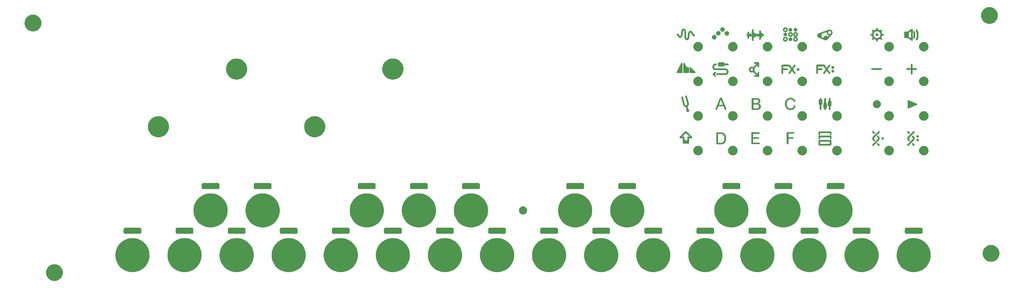
<source format=gbr>
G04 #@! TF.GenerationSoftware,KiCad,Pcbnew,5.1.6*
G04 #@! TF.CreationDate,2020-11-05T18:57:54+01:00*
G04 #@! TF.ProjectId,OTTO_FrontPanel_SMD,4f54544f-5f46-4726-9f6e-7450616e656c,rev?*
G04 #@! TF.SameCoordinates,Original*
G04 #@! TF.FileFunction,Soldermask,Top*
G04 #@! TF.FilePolarity,Negative*
%FSLAX46Y46*%
G04 Gerber Fmt 4.6, Leading zero omitted, Abs format (unit mm)*
G04 Created by KiCad (PCBNEW 5.1.6) date 2020-11-05 18:57:54*
%MOMM*%
%LPD*%
G01*
G04 APERTURE LIST*
%ADD10C,0.010000*%
%ADD11C,0.150000*%
G04 APERTURE END LIST*
D10*
G36*
X283555523Y-19221363D02*
G01*
X283619971Y-19235702D01*
X283679483Y-19260498D01*
X283735804Y-19296487D01*
X283790675Y-19344403D01*
X283793311Y-19347024D01*
X283820821Y-19375432D01*
X283841194Y-19399077D01*
X283857008Y-19421385D01*
X283870839Y-19445782D01*
X283877206Y-19458568D01*
X283900441Y-19513659D01*
X283914838Y-19566360D01*
X283921627Y-19622022D01*
X283922564Y-19655579D01*
X283916629Y-19729474D01*
X283899083Y-19799928D01*
X283870667Y-19865740D01*
X283832121Y-19925711D01*
X283784183Y-19978638D01*
X283727593Y-20023321D01*
X283678916Y-20051193D01*
X283615455Y-20076252D01*
X283548311Y-20091785D01*
X283480661Y-20097334D01*
X283415685Y-20092445D01*
X283405004Y-20090517D01*
X283338357Y-20073030D01*
X283279552Y-20047759D01*
X283225654Y-20013119D01*
X283173733Y-19967530D01*
X283169892Y-19963682D01*
X283121273Y-19905931D01*
X283083549Y-19842186D01*
X283057271Y-19773403D01*
X283054422Y-19762984D01*
X283047507Y-19724381D01*
X283044121Y-19678599D01*
X283044254Y-19630496D01*
X283047893Y-19584932D01*
X283054954Y-19547030D01*
X283080151Y-19476472D01*
X283115484Y-19412679D01*
X283159914Y-19356451D01*
X283212400Y-19308586D01*
X283271904Y-19269885D01*
X283337386Y-19241146D01*
X283407807Y-19223169D01*
X283482129Y-19216753D01*
X283484398Y-19216747D01*
X283555523Y-19221363D01*
G37*
X283555523Y-19221363D02*
X283619971Y-19235702D01*
X283679483Y-19260498D01*
X283735804Y-19296487D01*
X283790675Y-19344403D01*
X283793311Y-19347024D01*
X283820821Y-19375432D01*
X283841194Y-19399077D01*
X283857008Y-19421385D01*
X283870839Y-19445782D01*
X283877206Y-19458568D01*
X283900441Y-19513659D01*
X283914838Y-19566360D01*
X283921627Y-19622022D01*
X283922564Y-19655579D01*
X283916629Y-19729474D01*
X283899083Y-19799928D01*
X283870667Y-19865740D01*
X283832121Y-19925711D01*
X283784183Y-19978638D01*
X283727593Y-20023321D01*
X283678916Y-20051193D01*
X283615455Y-20076252D01*
X283548311Y-20091785D01*
X283480661Y-20097334D01*
X283415685Y-20092445D01*
X283405004Y-20090517D01*
X283338357Y-20073030D01*
X283279552Y-20047759D01*
X283225654Y-20013119D01*
X283173733Y-19967530D01*
X283169892Y-19963682D01*
X283121273Y-19905931D01*
X283083549Y-19842186D01*
X283057271Y-19773403D01*
X283054422Y-19762984D01*
X283047507Y-19724381D01*
X283044121Y-19678599D01*
X283044254Y-19630496D01*
X283047893Y-19584932D01*
X283054954Y-19547030D01*
X283080151Y-19476472D01*
X283115484Y-19412679D01*
X283159914Y-19356451D01*
X283212400Y-19308586D01*
X283271904Y-19269885D01*
X283337386Y-19241146D01*
X283407807Y-19223169D01*
X283482129Y-19216753D01*
X283484398Y-19216747D01*
X283555523Y-19221363D01*
G36*
X255394602Y-17365588D02*
G01*
X255414091Y-17368112D01*
X255495427Y-17387500D01*
X255572852Y-17418283D01*
X255645133Y-17459497D01*
X255711035Y-17510179D01*
X255769326Y-17569366D01*
X255818770Y-17636094D01*
X255858134Y-17709401D01*
X255861661Y-17717506D01*
X255888467Y-17795905D01*
X255904199Y-17877787D01*
X255908798Y-17961060D01*
X255902207Y-18043629D01*
X255884367Y-18123402D01*
X255873875Y-18154579D01*
X255842246Y-18225756D01*
X255802357Y-18290009D01*
X255752382Y-18350081D01*
X255727065Y-18375574D01*
X255689363Y-18409985D01*
X255654678Y-18437147D01*
X255618599Y-18460115D01*
X255576715Y-18481944D01*
X255566418Y-18486833D01*
X255500174Y-18512360D01*
X255428379Y-18530242D01*
X255354563Y-18540002D01*
X255282260Y-18541163D01*
X255218180Y-18533865D01*
X255133658Y-18511714D01*
X255054853Y-18478835D01*
X254982580Y-18436023D01*
X254917654Y-18384072D01*
X254860888Y-18323775D01*
X254813097Y-18255927D01*
X254775096Y-18181321D01*
X254747698Y-18100752D01*
X254740011Y-18067632D01*
X254733167Y-18018303D01*
X254730681Y-17962749D01*
X254732365Y-17905115D01*
X254738033Y-17849547D01*
X254747500Y-17800189D01*
X254752891Y-17781288D01*
X254786202Y-17697681D01*
X254829253Y-17621929D01*
X254881542Y-17554522D01*
X254942566Y-17495951D01*
X255011823Y-17446704D01*
X255088812Y-17407274D01*
X255163095Y-17380928D01*
X255201575Y-17372576D01*
X255248265Y-17366646D01*
X255298867Y-17363359D01*
X255349079Y-17362933D01*
X255394602Y-17365588D01*
G37*
X255394602Y-17365588D02*
X255414091Y-17368112D01*
X255495427Y-17387500D01*
X255572852Y-17418283D01*
X255645133Y-17459497D01*
X255711035Y-17510179D01*
X255769326Y-17569366D01*
X255818770Y-17636094D01*
X255858134Y-17709401D01*
X255861661Y-17717506D01*
X255888467Y-17795905D01*
X255904199Y-17877787D01*
X255908798Y-17961060D01*
X255902207Y-18043629D01*
X255884367Y-18123402D01*
X255873875Y-18154579D01*
X255842246Y-18225756D01*
X255802357Y-18290009D01*
X255752382Y-18350081D01*
X255727065Y-18375574D01*
X255689363Y-18409985D01*
X255654678Y-18437147D01*
X255618599Y-18460115D01*
X255576715Y-18481944D01*
X255566418Y-18486833D01*
X255500174Y-18512360D01*
X255428379Y-18530242D01*
X255354563Y-18540002D01*
X255282260Y-18541163D01*
X255218180Y-18533865D01*
X255133658Y-18511714D01*
X255054853Y-18478835D01*
X254982580Y-18436023D01*
X254917654Y-18384072D01*
X254860888Y-18323775D01*
X254813097Y-18255927D01*
X254775096Y-18181321D01*
X254747698Y-18100752D01*
X254740011Y-18067632D01*
X254733167Y-18018303D01*
X254730681Y-17962749D01*
X254732365Y-17905115D01*
X254738033Y-17849547D01*
X254747500Y-17800189D01*
X254752891Y-17781288D01*
X254786202Y-17697681D01*
X254829253Y-17621929D01*
X254881542Y-17554522D01*
X254942566Y-17495951D01*
X255011823Y-17446704D01*
X255088812Y-17407274D01*
X255163095Y-17380928D01*
X255201575Y-17372576D01*
X255248265Y-17366646D01*
X255298867Y-17363359D01*
X255349079Y-17362933D01*
X255394602Y-17365588D01*
G36*
X253641563Y-17365588D02*
G01*
X253661053Y-17368112D01*
X253743297Y-17387624D01*
X253820821Y-17418374D01*
X253892687Y-17459470D01*
X253957957Y-17510022D01*
X254015693Y-17569140D01*
X254064959Y-17635933D01*
X254104816Y-17709513D01*
X254134326Y-17788987D01*
X254144035Y-17826681D01*
X254150153Y-17864971D01*
X254153691Y-17910677D01*
X254154649Y-17959617D01*
X254153027Y-18007608D01*
X254148826Y-18050467D01*
X254144005Y-18076637D01*
X254117259Y-18162284D01*
X254080186Y-18240961D01*
X254033228Y-18312117D01*
X253976828Y-18375204D01*
X253911426Y-18429673D01*
X253837465Y-18474974D01*
X253814461Y-18486327D01*
X253747404Y-18512214D01*
X253675020Y-18530291D01*
X253600767Y-18540086D01*
X253528101Y-18541130D01*
X253465142Y-18533865D01*
X253381424Y-18511885D01*
X253303095Y-18479182D01*
X253231037Y-18436610D01*
X253166131Y-18385019D01*
X253109257Y-18325261D01*
X253061296Y-18258190D01*
X253023129Y-18184656D01*
X252995637Y-18105511D01*
X252987758Y-18072141D01*
X252982057Y-18033264D01*
X252978828Y-17987188D01*
X252978085Y-17938319D01*
X252979844Y-17891062D01*
X252984120Y-17849822D01*
X252986933Y-17834104D01*
X253011147Y-17749570D01*
X253046149Y-17671231D01*
X253091261Y-17599814D01*
X253145806Y-17536044D01*
X253209106Y-17480646D01*
X253280484Y-17434347D01*
X253359262Y-17397871D01*
X253410057Y-17380928D01*
X253448537Y-17372576D01*
X253495227Y-17366646D01*
X253545828Y-17363359D01*
X253596041Y-17362933D01*
X253641563Y-17365588D01*
G37*
X253641563Y-17365588D02*
X253661053Y-17368112D01*
X253743297Y-17387624D01*
X253820821Y-17418374D01*
X253892687Y-17459470D01*
X253957957Y-17510022D01*
X254015693Y-17569140D01*
X254064959Y-17635933D01*
X254104816Y-17709513D01*
X254134326Y-17788987D01*
X254144035Y-17826681D01*
X254150153Y-17864971D01*
X254153691Y-17910677D01*
X254154649Y-17959617D01*
X254153027Y-18007608D01*
X254148826Y-18050467D01*
X254144005Y-18076637D01*
X254117259Y-18162284D01*
X254080186Y-18240961D01*
X254033228Y-18312117D01*
X253976828Y-18375204D01*
X253911426Y-18429673D01*
X253837465Y-18474974D01*
X253814461Y-18486327D01*
X253747404Y-18512214D01*
X253675020Y-18530291D01*
X253600767Y-18540086D01*
X253528101Y-18541130D01*
X253465142Y-18533865D01*
X253381424Y-18511885D01*
X253303095Y-18479182D01*
X253231037Y-18436610D01*
X253166131Y-18385019D01*
X253109257Y-18325261D01*
X253061296Y-18258190D01*
X253023129Y-18184656D01*
X252995637Y-18105511D01*
X252987758Y-18072141D01*
X252982057Y-18033264D01*
X252978828Y-17987188D01*
X252978085Y-17938319D01*
X252979844Y-17891062D01*
X252984120Y-17849822D01*
X252986933Y-17834104D01*
X253011147Y-17749570D01*
X253046149Y-17671231D01*
X253091261Y-17599814D01*
X253145806Y-17536044D01*
X253209106Y-17480646D01*
X253280484Y-17434347D01*
X253359262Y-17397871D01*
X253410057Y-17380928D01*
X253448537Y-17372576D01*
X253495227Y-17366646D01*
X253545828Y-17363359D01*
X253596041Y-17362933D01*
X253641563Y-17365588D01*
G36*
X230164015Y-17118350D02*
G01*
X230255730Y-17132830D01*
X230344691Y-17158465D01*
X230429375Y-17195158D01*
X230465685Y-17215255D01*
X230546222Y-17270346D01*
X230618036Y-17334468D01*
X230680664Y-17406999D01*
X230733644Y-17487319D01*
X230776513Y-17574808D01*
X230808807Y-17668845D01*
X230811539Y-17678973D01*
X230818496Y-17714030D01*
X230823817Y-17758029D01*
X230827348Y-17807296D01*
X230828933Y-17858158D01*
X230828418Y-17906939D01*
X230825646Y-17949966D01*
X230823665Y-17966180D01*
X230804005Y-18057825D01*
X230772888Y-18145229D01*
X230731105Y-18227522D01*
X230679450Y-18303830D01*
X230618712Y-18373283D01*
X230549683Y-18435009D01*
X230473155Y-18488135D01*
X230389920Y-18531790D01*
X230300769Y-18565102D01*
X230272662Y-18573034D01*
X230226797Y-18582255D01*
X230172738Y-18588708D01*
X230114662Y-18592235D01*
X230056744Y-18592681D01*
X230003161Y-18589889D01*
X229962743Y-18584600D01*
X229869146Y-18560994D01*
X229779742Y-18525675D01*
X229695644Y-18479255D01*
X229617966Y-18422346D01*
X229549890Y-18357793D01*
X229488739Y-18283059D01*
X229438543Y-18202635D01*
X229399480Y-18117561D01*
X229371730Y-18028877D01*
X229355473Y-17937621D01*
X229350887Y-17844833D01*
X229358153Y-17751552D01*
X229377451Y-17658819D01*
X229408959Y-17567672D01*
X229412148Y-17560164D01*
X229454043Y-17478646D01*
X229506722Y-17402248D01*
X229568842Y-17332307D01*
X229639059Y-17270160D01*
X229716030Y-17217145D01*
X229798412Y-17174600D01*
X229800106Y-17173865D01*
X229887593Y-17142781D01*
X229978423Y-17123230D01*
X230071072Y-17115118D01*
X230164015Y-17118350D01*
G37*
X230164015Y-17118350D02*
X230255730Y-17132830D01*
X230344691Y-17158465D01*
X230429375Y-17195158D01*
X230465685Y-17215255D01*
X230546222Y-17270346D01*
X230618036Y-17334468D01*
X230680664Y-17406999D01*
X230733644Y-17487319D01*
X230776513Y-17574808D01*
X230808807Y-17668845D01*
X230811539Y-17678973D01*
X230818496Y-17714030D01*
X230823817Y-17758029D01*
X230827348Y-17807296D01*
X230828933Y-17858158D01*
X230828418Y-17906939D01*
X230825646Y-17949966D01*
X230823665Y-17966180D01*
X230804005Y-18057825D01*
X230772888Y-18145229D01*
X230731105Y-18227522D01*
X230679450Y-18303830D01*
X230618712Y-18373283D01*
X230549683Y-18435009D01*
X230473155Y-18488135D01*
X230389920Y-18531790D01*
X230300769Y-18565102D01*
X230272662Y-18573034D01*
X230226797Y-18582255D01*
X230172738Y-18588708D01*
X230114662Y-18592235D01*
X230056744Y-18592681D01*
X230003161Y-18589889D01*
X229962743Y-18584600D01*
X229869146Y-18560994D01*
X229779742Y-18525675D01*
X229695644Y-18479255D01*
X229617966Y-18422346D01*
X229549890Y-18357793D01*
X229488739Y-18283059D01*
X229438543Y-18202635D01*
X229399480Y-18117561D01*
X229371730Y-18028877D01*
X229355473Y-17937621D01*
X229350887Y-17844833D01*
X229358153Y-17751552D01*
X229377451Y-17658819D01*
X229408959Y-17567672D01*
X229412148Y-17560164D01*
X229454043Y-17478646D01*
X229506722Y-17402248D01*
X229568842Y-17332307D01*
X229639059Y-17270160D01*
X229716030Y-17217145D01*
X229798412Y-17174600D01*
X229800106Y-17173865D01*
X229887593Y-17142781D01*
X229978423Y-17123230D01*
X230071072Y-17115118D01*
X230164015Y-17118350D01*
G36*
X251884504Y-17154534D02*
G01*
X251951940Y-17162435D01*
X252048096Y-17185366D01*
X252139291Y-17219548D01*
X252224788Y-17264253D01*
X252303854Y-17318752D01*
X252375753Y-17382318D01*
X252439749Y-17454221D01*
X252495109Y-17533733D01*
X252541095Y-17620126D01*
X252576975Y-17712671D01*
X252601011Y-17805537D01*
X252606932Y-17846432D01*
X252610535Y-17895378D01*
X252611831Y-17948459D01*
X252610828Y-18001757D01*
X252607537Y-18051354D01*
X252601968Y-18093332D01*
X252600250Y-18102043D01*
X252573624Y-18200897D01*
X252537592Y-18291684D01*
X252491587Y-18375457D01*
X252435043Y-18453272D01*
X252378302Y-18515488D01*
X252302850Y-18582836D01*
X252222966Y-18638567D01*
X252137559Y-18683269D01*
X252045539Y-18717532D01*
X251967819Y-18737530D01*
X251927347Y-18743918D01*
X251878561Y-18748195D01*
X251825691Y-18750271D01*
X251772967Y-18750052D01*
X251724616Y-18747448D01*
X251691525Y-18743521D01*
X251592176Y-18721265D01*
X251498024Y-18687439D01*
X251409360Y-18642193D01*
X251326474Y-18585674D01*
X251249698Y-18518072D01*
X251181592Y-18441973D01*
X251124885Y-18360334D01*
X251079713Y-18273482D01*
X251046212Y-18181744D01*
X251024517Y-18085450D01*
X251014764Y-17984926D01*
X251014452Y-17965932D01*
X251436729Y-17965932D01*
X251440248Y-18013562D01*
X251448184Y-18055258D01*
X251451828Y-18067110D01*
X251480660Y-18131898D01*
X251519217Y-18189247D01*
X251566613Y-18238246D01*
X251621962Y-18277980D01*
X251684378Y-18307537D01*
X251685544Y-18307964D01*
X251741820Y-18322566D01*
X251803308Y-18328163D01*
X251866252Y-18324746D01*
X251926898Y-18312310D01*
X251939438Y-18308403D01*
X251996330Y-18283009D01*
X252048852Y-18246946D01*
X252095430Y-18201934D01*
X252134489Y-18149697D01*
X252164456Y-18091956D01*
X252180322Y-18044913D01*
X252186516Y-18009869D01*
X252189538Y-17967777D01*
X252189301Y-17923911D01*
X252185718Y-17883546D01*
X252183201Y-17868935D01*
X252172771Y-17833696D01*
X252155943Y-17793819D01*
X252135039Y-17753904D01*
X252112382Y-17718549D01*
X252098193Y-17700619D01*
X252062667Y-17666721D01*
X252019102Y-17634872D01*
X251972124Y-17608092D01*
X251929390Y-17590373D01*
X251901974Y-17582446D01*
X251875895Y-17577672D01*
X251846210Y-17575378D01*
X251815381Y-17574877D01*
X251770167Y-17576201D01*
X251732590Y-17580973D01*
X251697790Y-17590358D01*
X251660909Y-17605519D01*
X251635600Y-17617955D01*
X251579541Y-17653670D01*
X251530721Y-17699264D01*
X251490167Y-17753537D01*
X251458905Y-17815289D01*
X251452539Y-17832101D01*
X251442888Y-17870735D01*
X251437614Y-17916834D01*
X251436729Y-17965932D01*
X251014452Y-17965932D01*
X251014192Y-17950136D01*
X251019679Y-17850972D01*
X251035790Y-17757880D01*
X251063018Y-17669265D01*
X251101860Y-17583530D01*
X251152811Y-17499081D01*
X251155272Y-17495467D01*
X251180834Y-17461571D01*
X251213320Y-17423612D01*
X251249442Y-17385081D01*
X251285912Y-17349468D01*
X251319440Y-17320263D01*
X251322962Y-17317471D01*
X251372204Y-17282893D01*
X251429286Y-17249360D01*
X251489764Y-17219151D01*
X251549196Y-17194547D01*
X251586724Y-17182185D01*
X251655128Y-17166651D01*
X251730558Y-17156702D01*
X251808516Y-17152582D01*
X251884504Y-17154534D01*
G37*
X251884504Y-17154534D02*
X251951940Y-17162435D01*
X252048096Y-17185366D01*
X252139291Y-17219548D01*
X252224788Y-17264253D01*
X252303854Y-17318752D01*
X252375753Y-17382318D01*
X252439749Y-17454221D01*
X252495109Y-17533733D01*
X252541095Y-17620126D01*
X252576975Y-17712671D01*
X252601011Y-17805537D01*
X252606932Y-17846432D01*
X252610535Y-17895378D01*
X252611831Y-17948459D01*
X252610828Y-18001757D01*
X252607537Y-18051354D01*
X252601968Y-18093332D01*
X252600250Y-18102043D01*
X252573624Y-18200897D01*
X252537592Y-18291684D01*
X252491587Y-18375457D01*
X252435043Y-18453272D01*
X252378302Y-18515488D01*
X252302850Y-18582836D01*
X252222966Y-18638567D01*
X252137559Y-18683269D01*
X252045539Y-18717532D01*
X251967819Y-18737530D01*
X251927347Y-18743918D01*
X251878561Y-18748195D01*
X251825691Y-18750271D01*
X251772967Y-18750052D01*
X251724616Y-18747448D01*
X251691525Y-18743521D01*
X251592176Y-18721265D01*
X251498024Y-18687439D01*
X251409360Y-18642193D01*
X251326474Y-18585674D01*
X251249698Y-18518072D01*
X251181592Y-18441973D01*
X251124885Y-18360334D01*
X251079713Y-18273482D01*
X251046212Y-18181744D01*
X251024517Y-18085450D01*
X251014764Y-17984926D01*
X251014452Y-17965932D01*
X251436729Y-17965932D01*
X251440248Y-18013562D01*
X251448184Y-18055258D01*
X251451828Y-18067110D01*
X251480660Y-18131898D01*
X251519217Y-18189247D01*
X251566613Y-18238246D01*
X251621962Y-18277980D01*
X251684378Y-18307537D01*
X251685544Y-18307964D01*
X251741820Y-18322566D01*
X251803308Y-18328163D01*
X251866252Y-18324746D01*
X251926898Y-18312310D01*
X251939438Y-18308403D01*
X251996330Y-18283009D01*
X252048852Y-18246946D01*
X252095430Y-18201934D01*
X252134489Y-18149697D01*
X252164456Y-18091956D01*
X252180322Y-18044913D01*
X252186516Y-18009869D01*
X252189538Y-17967777D01*
X252189301Y-17923911D01*
X252185718Y-17883546D01*
X252183201Y-17868935D01*
X252172771Y-17833696D01*
X252155943Y-17793819D01*
X252135039Y-17753904D01*
X252112382Y-17718549D01*
X252098193Y-17700619D01*
X252062667Y-17666721D01*
X252019102Y-17634872D01*
X251972124Y-17608092D01*
X251929390Y-17590373D01*
X251901974Y-17582446D01*
X251875895Y-17577672D01*
X251846210Y-17575378D01*
X251815381Y-17574877D01*
X251770167Y-17576201D01*
X251732590Y-17580973D01*
X251697790Y-17590358D01*
X251660909Y-17605519D01*
X251635600Y-17617955D01*
X251579541Y-17653670D01*
X251530721Y-17699264D01*
X251490167Y-17753537D01*
X251458905Y-17815289D01*
X251452539Y-17832101D01*
X251442888Y-17870735D01*
X251437614Y-17916834D01*
X251436729Y-17965932D01*
X251014452Y-17965932D01*
X251014192Y-17950136D01*
X251019679Y-17850972D01*
X251035790Y-17757880D01*
X251063018Y-17669265D01*
X251101860Y-17583530D01*
X251152811Y-17499081D01*
X251155272Y-17495467D01*
X251180834Y-17461571D01*
X251213320Y-17423612D01*
X251249442Y-17385081D01*
X251285912Y-17349468D01*
X251319440Y-17320263D01*
X251322962Y-17317471D01*
X251372204Y-17282893D01*
X251429286Y-17249360D01*
X251489764Y-17219151D01*
X251549196Y-17194547D01*
X251586724Y-17182185D01*
X251655128Y-17166651D01*
X251730558Y-17156702D01*
X251808516Y-17152582D01*
X251884504Y-17154534D01*
G36*
X228707210Y-18414468D02*
G01*
X228757338Y-18417482D01*
X228801812Y-18423429D01*
X228844092Y-18432890D01*
X228887641Y-18446444D01*
X228924552Y-18460168D01*
X229011682Y-18500852D01*
X229091425Y-18551314D01*
X229163211Y-18610636D01*
X229226468Y-18677897D01*
X229280625Y-18752182D01*
X229325109Y-18832569D01*
X229359350Y-18918142D01*
X229382776Y-19007981D01*
X229394815Y-19101169D01*
X229394895Y-19196785D01*
X229393615Y-19213965D01*
X229379303Y-19308671D01*
X229353439Y-19399186D01*
X229316715Y-19484694D01*
X229269824Y-19564377D01*
X229213461Y-19637421D01*
X229148319Y-19703009D01*
X229075090Y-19760326D01*
X228994468Y-19808555D01*
X228907147Y-19846880D01*
X228837203Y-19868757D01*
X228791643Y-19877940D01*
X228738046Y-19884383D01*
X228680515Y-19887934D01*
X228623153Y-19888442D01*
X228570064Y-19885754D01*
X228527901Y-19880212D01*
X228432271Y-19856043D01*
X228342776Y-19820751D01*
X228259379Y-19774317D01*
X228182042Y-19716722D01*
X228133241Y-19671519D01*
X228069508Y-19598764D01*
X228016722Y-19520490D01*
X227974939Y-19437714D01*
X227944215Y-19351457D01*
X227924607Y-19262739D01*
X227916171Y-19172577D01*
X227918963Y-19081993D01*
X227933041Y-18992006D01*
X227958460Y-18903634D01*
X227995277Y-18817898D01*
X228043548Y-18735817D01*
X228078793Y-18687788D01*
X228142440Y-18617813D01*
X228214902Y-18556639D01*
X228295357Y-18504798D01*
X228382979Y-18462817D01*
X228476945Y-18431226D01*
X228479179Y-18430625D01*
X228503944Y-18424378D01*
X228526193Y-18419918D01*
X228549020Y-18416938D01*
X228575517Y-18415128D01*
X228608779Y-18414182D01*
X228647964Y-18413808D01*
X228707210Y-18414468D01*
G37*
X228707210Y-18414468D02*
X228757338Y-18417482D01*
X228801812Y-18423429D01*
X228844092Y-18432890D01*
X228887641Y-18446444D01*
X228924552Y-18460168D01*
X229011682Y-18500852D01*
X229091425Y-18551314D01*
X229163211Y-18610636D01*
X229226468Y-18677897D01*
X229280625Y-18752182D01*
X229325109Y-18832569D01*
X229359350Y-18918142D01*
X229382776Y-19007981D01*
X229394815Y-19101169D01*
X229394895Y-19196785D01*
X229393615Y-19213965D01*
X229379303Y-19308671D01*
X229353439Y-19399186D01*
X229316715Y-19484694D01*
X229269824Y-19564377D01*
X229213461Y-19637421D01*
X229148319Y-19703009D01*
X229075090Y-19760326D01*
X228994468Y-19808555D01*
X228907147Y-19846880D01*
X228837203Y-19868757D01*
X228791643Y-19877940D01*
X228738046Y-19884383D01*
X228680515Y-19887934D01*
X228623153Y-19888442D01*
X228570064Y-19885754D01*
X228527901Y-19880212D01*
X228432271Y-19856043D01*
X228342776Y-19820751D01*
X228259379Y-19774317D01*
X228182042Y-19716722D01*
X228133241Y-19671519D01*
X228069508Y-19598764D01*
X228016722Y-19520490D01*
X227974939Y-19437714D01*
X227944215Y-19351457D01*
X227924607Y-19262739D01*
X227916171Y-19172577D01*
X227918963Y-19081993D01*
X227933041Y-18992006D01*
X227958460Y-18903634D01*
X227995277Y-18817898D01*
X228043548Y-18735817D01*
X228078793Y-18687788D01*
X228142440Y-18617813D01*
X228214902Y-18556639D01*
X228295357Y-18504798D01*
X228382979Y-18462817D01*
X228476945Y-18431226D01*
X228479179Y-18430625D01*
X228503944Y-18424378D01*
X228526193Y-18419918D01*
X228549020Y-18416938D01*
X228575517Y-18415128D01*
X228608779Y-18414182D01*
X228647964Y-18413808D01*
X228707210Y-18414468D01*
G36*
X231658740Y-18457563D02*
G01*
X231749202Y-18469088D01*
X231837448Y-18491709D01*
X231922459Y-18525172D01*
X232003217Y-18569222D01*
X232078703Y-18623603D01*
X232147899Y-18688060D01*
X232204767Y-18755557D01*
X232256881Y-18835460D01*
X232297610Y-18920127D01*
X232326856Y-19008494D01*
X232344519Y-19099495D01*
X232350502Y-19192065D01*
X232344705Y-19285139D01*
X232327029Y-19377651D01*
X232297376Y-19468536D01*
X232275442Y-19518448D01*
X232227623Y-19603602D01*
X232170580Y-19680034D01*
X232104453Y-19747602D01*
X232029382Y-19806169D01*
X231945507Y-19855594D01*
X231927682Y-19864373D01*
X231861025Y-19892331D01*
X231792991Y-19913712D01*
X231727389Y-19927435D01*
X231690375Y-19931573D01*
X231664072Y-19933461D01*
X231640921Y-19935259D01*
X231625304Y-19936625D01*
X231623683Y-19936792D01*
X231610276Y-19937070D01*
X231588179Y-19936328D01*
X231561353Y-19934722D01*
X231550640Y-19933909D01*
X231454600Y-19920093D01*
X231363394Y-19894536D01*
X231277126Y-19857288D01*
X231195903Y-19808397D01*
X231119830Y-19747915D01*
X231086592Y-19716210D01*
X231025113Y-19647677D01*
X230974918Y-19576683D01*
X230934852Y-19501091D01*
X230903755Y-19418761D01*
X230883229Y-19340603D01*
X230876794Y-19299641D01*
X230872937Y-19250332D01*
X230871657Y-19196769D01*
X230872955Y-19143044D01*
X230876828Y-19093250D01*
X230883251Y-19051606D01*
X230909521Y-18957257D01*
X230946814Y-18868518D01*
X230994519Y-18786171D01*
X231052020Y-18710996D01*
X231118706Y-18643772D01*
X231193963Y-18585280D01*
X231277177Y-18536302D01*
X231295093Y-18527540D01*
X231384237Y-18492124D01*
X231475239Y-18468826D01*
X231567079Y-18457391D01*
X231658740Y-18457563D01*
G37*
X231658740Y-18457563D02*
X231749202Y-18469088D01*
X231837448Y-18491709D01*
X231922459Y-18525172D01*
X232003217Y-18569222D01*
X232078703Y-18623603D01*
X232147899Y-18688060D01*
X232204767Y-18755557D01*
X232256881Y-18835460D01*
X232297610Y-18920127D01*
X232326856Y-19008494D01*
X232344519Y-19099495D01*
X232350502Y-19192065D01*
X232344705Y-19285139D01*
X232327029Y-19377651D01*
X232297376Y-19468536D01*
X232275442Y-19518448D01*
X232227623Y-19603602D01*
X232170580Y-19680034D01*
X232104453Y-19747602D01*
X232029382Y-19806169D01*
X231945507Y-19855594D01*
X231927682Y-19864373D01*
X231861025Y-19892331D01*
X231792991Y-19913712D01*
X231727389Y-19927435D01*
X231690375Y-19931573D01*
X231664072Y-19933461D01*
X231640921Y-19935259D01*
X231625304Y-19936625D01*
X231623683Y-19936792D01*
X231610276Y-19937070D01*
X231588179Y-19936328D01*
X231561353Y-19934722D01*
X231550640Y-19933909D01*
X231454600Y-19920093D01*
X231363394Y-19894536D01*
X231277126Y-19857288D01*
X231195903Y-19808397D01*
X231119830Y-19747915D01*
X231086592Y-19716210D01*
X231025113Y-19647677D01*
X230974918Y-19576683D01*
X230934852Y-19501091D01*
X230903755Y-19418761D01*
X230883229Y-19340603D01*
X230876794Y-19299641D01*
X230872937Y-19250332D01*
X230871657Y-19196769D01*
X230872955Y-19143044D01*
X230876828Y-19093250D01*
X230883251Y-19051606D01*
X230909521Y-18957257D01*
X230946814Y-18868518D01*
X230994519Y-18786171D01*
X231052020Y-18710996D01*
X231118706Y-18643772D01*
X231193963Y-18585280D01*
X231277177Y-18536302D01*
X231295093Y-18527540D01*
X231384237Y-18492124D01*
X231475239Y-18468826D01*
X231567079Y-18457391D01*
X231658740Y-18457563D01*
G36*
X251918210Y-18990868D02*
G01*
X251932998Y-18993727D01*
X252014708Y-19016897D01*
X252091202Y-19051139D01*
X252161551Y-19095567D01*
X252224826Y-19149294D01*
X252280099Y-19211436D01*
X252326442Y-19281105D01*
X252362925Y-19357416D01*
X252385015Y-19425016D01*
X252396967Y-19487581D01*
X252402211Y-19555540D01*
X252400696Y-19624075D01*
X252392370Y-19688369D01*
X252388026Y-19708214D01*
X252362085Y-19788359D01*
X252325155Y-19864270D01*
X252278348Y-19934351D01*
X252222773Y-19997004D01*
X252159542Y-20050635D01*
X252140497Y-20063896D01*
X252096552Y-20090693D01*
X252051908Y-20112461D01*
X252001913Y-20131306D01*
X251968699Y-20141708D01*
X251925048Y-20151534D01*
X251874014Y-20158125D01*
X251820016Y-20161280D01*
X251767470Y-20160799D01*
X251720795Y-20156480D01*
X251705072Y-20153699D01*
X251619873Y-20130238D01*
X251542216Y-20096765D01*
X251471275Y-20052824D01*
X251406223Y-19997958D01*
X251386621Y-19978132D01*
X251333786Y-19916264D01*
X251292479Y-19853481D01*
X251261860Y-19787765D01*
X251241090Y-19717096D01*
X251229326Y-19639456D01*
X251226395Y-19593144D01*
X251225272Y-19553899D01*
X251225361Y-19523606D01*
X251226920Y-19498552D01*
X251230206Y-19475023D01*
X251235474Y-19449302D01*
X251236716Y-19443881D01*
X251261844Y-19362017D01*
X251297288Y-19286380D01*
X251342065Y-19217608D01*
X251395190Y-19156337D01*
X251455681Y-19103201D01*
X251522554Y-19058839D01*
X251594824Y-19023884D01*
X251671508Y-18998974D01*
X251751623Y-18984743D01*
X251834185Y-18981829D01*
X251918210Y-18990868D01*
G37*
X251918210Y-18990868D02*
X251932998Y-18993727D01*
X252014708Y-19016897D01*
X252091202Y-19051139D01*
X252161551Y-19095567D01*
X252224826Y-19149294D01*
X252280099Y-19211436D01*
X252326442Y-19281105D01*
X252362925Y-19357416D01*
X252385015Y-19425016D01*
X252396967Y-19487581D01*
X252402211Y-19555540D01*
X252400696Y-19624075D01*
X252392370Y-19688369D01*
X252388026Y-19708214D01*
X252362085Y-19788359D01*
X252325155Y-19864270D01*
X252278348Y-19934351D01*
X252222773Y-19997004D01*
X252159542Y-20050635D01*
X252140497Y-20063896D01*
X252096552Y-20090693D01*
X252051908Y-20112461D01*
X252001913Y-20131306D01*
X251968699Y-20141708D01*
X251925048Y-20151534D01*
X251874014Y-20158125D01*
X251820016Y-20161280D01*
X251767470Y-20160799D01*
X251720795Y-20156480D01*
X251705072Y-20153699D01*
X251619873Y-20130238D01*
X251542216Y-20096765D01*
X251471275Y-20052824D01*
X251406223Y-19997958D01*
X251386621Y-19978132D01*
X251333786Y-19916264D01*
X251292479Y-19853481D01*
X251261860Y-19787765D01*
X251241090Y-19717096D01*
X251229326Y-19639456D01*
X251226395Y-19593144D01*
X251225272Y-19553899D01*
X251225361Y-19523606D01*
X251226920Y-19498552D01*
X251230206Y-19475023D01*
X251235474Y-19449302D01*
X251236716Y-19443881D01*
X251261844Y-19362017D01*
X251297288Y-19286380D01*
X251342065Y-19217608D01*
X251395190Y-19156337D01*
X251455681Y-19103201D01*
X251522554Y-19058839D01*
X251594824Y-19023884D01*
X251671508Y-18998974D01*
X251751623Y-18984743D01*
X251834185Y-18981829D01*
X251918210Y-18990868D01*
G36*
X255398951Y-18775866D02*
G01*
X255493583Y-18790897D01*
X255586075Y-18817329D01*
X255675306Y-18855189D01*
X255754885Y-18901012D01*
X255835692Y-18961574D01*
X255907763Y-19030922D01*
X255970483Y-19108120D01*
X256023234Y-19192233D01*
X256065399Y-19282327D01*
X256096363Y-19377466D01*
X256109749Y-19439053D01*
X256114981Y-19481653D01*
X256117600Y-19532454D01*
X256117685Y-19587257D01*
X256115318Y-19641863D01*
X256110581Y-19692073D01*
X256104101Y-19731226D01*
X256077592Y-19828057D01*
X256041570Y-19917098D01*
X255995295Y-19999744D01*
X255938026Y-20077391D01*
X255895436Y-20124927D01*
X255820757Y-20194237D01*
X255740454Y-20252255D01*
X255654025Y-20299260D01*
X255560966Y-20335534D01*
X255479216Y-20357501D01*
X255450812Y-20362072D01*
X255413293Y-20365754D01*
X255370139Y-20368436D01*
X255324826Y-20370008D01*
X255280834Y-20370362D01*
X255241639Y-20369386D01*
X255210720Y-20366973D01*
X255204809Y-20366150D01*
X255106892Y-20344595D01*
X255013410Y-20311721D01*
X254925264Y-20268241D01*
X254843355Y-20214866D01*
X254768586Y-20152308D01*
X254701858Y-20081277D01*
X254644073Y-20002485D01*
X254596132Y-19916644D01*
X254575486Y-19869687D01*
X254544534Y-19775798D01*
X254525682Y-19679518D01*
X254519678Y-19594120D01*
X254940774Y-19594120D01*
X254950131Y-19657340D01*
X254970425Y-19718767D01*
X255001689Y-19776972D01*
X255043958Y-19830523D01*
X255044586Y-19831189D01*
X255096219Y-19877623D01*
X255152826Y-19912598D01*
X255215602Y-19936756D01*
X255259513Y-19946827D01*
X255293455Y-19950024D01*
X255334029Y-19949655D01*
X255375777Y-19946062D01*
X255413243Y-19939584D01*
X255425120Y-19936468D01*
X255489127Y-19911077D01*
X255546469Y-19875339D01*
X255596196Y-19830251D01*
X255637355Y-19776813D01*
X255668996Y-19716024D01*
X255687159Y-19661438D01*
X255693663Y-19621562D01*
X255695497Y-19574800D01*
X255692888Y-19525987D01*
X255686066Y-19479957D01*
X255677009Y-19446306D01*
X255650614Y-19388999D01*
X255613931Y-19335557D01*
X255569107Y-19288436D01*
X255518286Y-19250090D01*
X255492971Y-19235812D01*
X255445345Y-19214892D01*
X255399436Y-19202027D01*
X255350019Y-19196003D01*
X255318282Y-19195165D01*
X255252636Y-19199762D01*
X255193431Y-19214103D01*
X255138637Y-19239011D01*
X255086225Y-19275309D01*
X255056889Y-19301173D01*
X255012057Y-19351908D01*
X254977996Y-19408001D01*
X254954740Y-19468020D01*
X254942322Y-19530536D01*
X254940774Y-19594120D01*
X254519678Y-19594120D01*
X254518824Y-19581981D01*
X254523855Y-19484320D01*
X254540671Y-19387670D01*
X254569167Y-19293163D01*
X254609237Y-19201934D01*
X254642785Y-19142762D01*
X254670189Y-19103568D01*
X254705265Y-19060599D01*
X254745040Y-19017012D01*
X254786545Y-18975967D01*
X254826806Y-18940622D01*
X254849030Y-18923537D01*
X254932948Y-18870749D01*
X255021456Y-18829194D01*
X255113432Y-18798900D01*
X255207754Y-18779896D01*
X255303301Y-18772208D01*
X255398951Y-18775866D01*
G37*
X255398951Y-18775866D02*
X255493583Y-18790897D01*
X255586075Y-18817329D01*
X255675306Y-18855189D01*
X255754885Y-18901012D01*
X255835692Y-18961574D01*
X255907763Y-19030922D01*
X255970483Y-19108120D01*
X256023234Y-19192233D01*
X256065399Y-19282327D01*
X256096363Y-19377466D01*
X256109749Y-19439053D01*
X256114981Y-19481653D01*
X256117600Y-19532454D01*
X256117685Y-19587257D01*
X256115318Y-19641863D01*
X256110581Y-19692073D01*
X256104101Y-19731226D01*
X256077592Y-19828057D01*
X256041570Y-19917098D01*
X255995295Y-19999744D01*
X255938026Y-20077391D01*
X255895436Y-20124927D01*
X255820757Y-20194237D01*
X255740454Y-20252255D01*
X255654025Y-20299260D01*
X255560966Y-20335534D01*
X255479216Y-20357501D01*
X255450812Y-20362072D01*
X255413293Y-20365754D01*
X255370139Y-20368436D01*
X255324826Y-20370008D01*
X255280834Y-20370362D01*
X255241639Y-20369386D01*
X255210720Y-20366973D01*
X255204809Y-20366150D01*
X255106892Y-20344595D01*
X255013410Y-20311721D01*
X254925264Y-20268241D01*
X254843355Y-20214866D01*
X254768586Y-20152308D01*
X254701858Y-20081277D01*
X254644073Y-20002485D01*
X254596132Y-19916644D01*
X254575486Y-19869687D01*
X254544534Y-19775798D01*
X254525682Y-19679518D01*
X254519678Y-19594120D01*
X254940774Y-19594120D01*
X254950131Y-19657340D01*
X254970425Y-19718767D01*
X255001689Y-19776972D01*
X255043958Y-19830523D01*
X255044586Y-19831189D01*
X255096219Y-19877623D01*
X255152826Y-19912598D01*
X255215602Y-19936756D01*
X255259513Y-19946827D01*
X255293455Y-19950024D01*
X255334029Y-19949655D01*
X255375777Y-19946062D01*
X255413243Y-19939584D01*
X255425120Y-19936468D01*
X255489127Y-19911077D01*
X255546469Y-19875339D01*
X255596196Y-19830251D01*
X255637355Y-19776813D01*
X255668996Y-19716024D01*
X255687159Y-19661438D01*
X255693663Y-19621562D01*
X255695497Y-19574800D01*
X255692888Y-19525987D01*
X255686066Y-19479957D01*
X255677009Y-19446306D01*
X255650614Y-19388999D01*
X255613931Y-19335557D01*
X255569107Y-19288436D01*
X255518286Y-19250090D01*
X255492971Y-19235812D01*
X255445345Y-19214892D01*
X255399436Y-19202027D01*
X255350019Y-19196003D01*
X255318282Y-19195165D01*
X255252636Y-19199762D01*
X255193431Y-19214103D01*
X255138637Y-19239011D01*
X255086225Y-19275309D01*
X255056889Y-19301173D01*
X255012057Y-19351908D01*
X254977996Y-19408001D01*
X254954740Y-19468020D01*
X254942322Y-19530536D01*
X254940774Y-19594120D01*
X254519678Y-19594120D01*
X254518824Y-19581981D01*
X254523855Y-19484320D01*
X254540671Y-19387670D01*
X254569167Y-19293163D01*
X254609237Y-19201934D01*
X254642785Y-19142762D01*
X254670189Y-19103568D01*
X254705265Y-19060599D01*
X254745040Y-19017012D01*
X254786545Y-18975967D01*
X254826806Y-18940622D01*
X254849030Y-18923537D01*
X254932948Y-18870749D01*
X255021456Y-18829194D01*
X255113432Y-18798900D01*
X255207754Y-18779896D01*
X255303301Y-18772208D01*
X255398951Y-18775866D01*
G36*
X253646759Y-18775894D02*
G01*
X253741378Y-18791019D01*
X253833857Y-18817573D01*
X253923092Y-18855586D01*
X254001846Y-18901012D01*
X254082567Y-18961509D01*
X254154589Y-19030791D01*
X254217284Y-19107909D01*
X254270026Y-19191910D01*
X254312187Y-19281845D01*
X254343141Y-19376763D01*
X254356670Y-19439053D01*
X254361458Y-19477935D01*
X254364118Y-19525245D01*
X254364694Y-19576895D01*
X254363228Y-19628796D01*
X254359763Y-19676860D01*
X254354342Y-19716999D01*
X254353723Y-19720268D01*
X254328284Y-19818263D01*
X254291327Y-19910955D01*
X254243016Y-19998030D01*
X254183517Y-20079171D01*
X254141897Y-20125516D01*
X254066841Y-20194873D01*
X253986619Y-20252741D01*
X253900533Y-20299510D01*
X253807884Y-20335571D01*
X253726178Y-20357501D01*
X253697773Y-20362072D01*
X253660255Y-20365754D01*
X253617101Y-20368436D01*
X253571788Y-20370008D01*
X253527796Y-20370362D01*
X253488601Y-20369386D01*
X253457682Y-20366973D01*
X253451771Y-20366150D01*
X253353854Y-20344595D01*
X253260372Y-20311721D01*
X253172225Y-20268241D01*
X253090317Y-20214866D01*
X253015548Y-20152308D01*
X252948820Y-20081277D01*
X252891035Y-20002485D01*
X252843094Y-19916644D01*
X252822447Y-19869687D01*
X252791496Y-19775798D01*
X252772643Y-19679518D01*
X252766639Y-19594120D01*
X253187736Y-19594120D01*
X253197093Y-19657340D01*
X253217387Y-19718767D01*
X253248651Y-19776972D01*
X253290919Y-19830523D01*
X253291548Y-19831189D01*
X253343180Y-19877623D01*
X253399787Y-19912598D01*
X253462564Y-19936756D01*
X253506474Y-19946827D01*
X253540417Y-19950024D01*
X253580991Y-19949655D01*
X253622739Y-19946062D01*
X253660205Y-19939584D01*
X253672082Y-19936468D01*
X253736089Y-19911077D01*
X253793431Y-19875339D01*
X253843157Y-19830251D01*
X253884317Y-19776813D01*
X253915957Y-19716024D01*
X253934121Y-19661438D01*
X253940625Y-19621562D01*
X253942458Y-19574800D01*
X253939850Y-19525987D01*
X253933027Y-19479957D01*
X253923971Y-19446306D01*
X253897576Y-19388999D01*
X253860893Y-19335557D01*
X253816068Y-19288436D01*
X253765248Y-19250090D01*
X253739932Y-19235812D01*
X253692307Y-19214892D01*
X253646397Y-19202027D01*
X253596981Y-19196003D01*
X253565244Y-19195165D01*
X253499597Y-19199762D01*
X253440392Y-19214103D01*
X253385599Y-19239011D01*
X253333187Y-19275309D01*
X253303851Y-19301173D01*
X253259019Y-19351908D01*
X253224958Y-19408001D01*
X253201702Y-19468020D01*
X253189284Y-19530536D01*
X253187736Y-19594120D01*
X252766639Y-19594120D01*
X252765785Y-19581981D01*
X252770817Y-19484320D01*
X252787633Y-19387670D01*
X252816129Y-19293163D01*
X252856199Y-19201934D01*
X252889747Y-19142762D01*
X252917208Y-19103490D01*
X252952338Y-19060465D01*
X252992155Y-19016857D01*
X253033677Y-18975835D01*
X253073921Y-18940566D01*
X253095991Y-18923644D01*
X253180244Y-18870765D01*
X253268986Y-18829151D01*
X253361114Y-18798829D01*
X253455522Y-18779827D01*
X253551105Y-18772173D01*
X253646759Y-18775894D01*
G37*
X253646759Y-18775894D02*
X253741378Y-18791019D01*
X253833857Y-18817573D01*
X253923092Y-18855586D01*
X254001846Y-18901012D01*
X254082567Y-18961509D01*
X254154589Y-19030791D01*
X254217284Y-19107909D01*
X254270026Y-19191910D01*
X254312187Y-19281845D01*
X254343141Y-19376763D01*
X254356670Y-19439053D01*
X254361458Y-19477935D01*
X254364118Y-19525245D01*
X254364694Y-19576895D01*
X254363228Y-19628796D01*
X254359763Y-19676860D01*
X254354342Y-19716999D01*
X254353723Y-19720268D01*
X254328284Y-19818263D01*
X254291327Y-19910955D01*
X254243016Y-19998030D01*
X254183517Y-20079171D01*
X254141897Y-20125516D01*
X254066841Y-20194873D01*
X253986619Y-20252741D01*
X253900533Y-20299510D01*
X253807884Y-20335571D01*
X253726178Y-20357501D01*
X253697773Y-20362072D01*
X253660255Y-20365754D01*
X253617101Y-20368436D01*
X253571788Y-20370008D01*
X253527796Y-20370362D01*
X253488601Y-20369386D01*
X253457682Y-20366973D01*
X253451771Y-20366150D01*
X253353854Y-20344595D01*
X253260372Y-20311721D01*
X253172225Y-20268241D01*
X253090317Y-20214866D01*
X253015548Y-20152308D01*
X252948820Y-20081277D01*
X252891035Y-20002485D01*
X252843094Y-19916644D01*
X252822447Y-19869687D01*
X252791496Y-19775798D01*
X252772643Y-19679518D01*
X252766639Y-19594120D01*
X253187736Y-19594120D01*
X253197093Y-19657340D01*
X253217387Y-19718767D01*
X253248651Y-19776972D01*
X253290919Y-19830523D01*
X253291548Y-19831189D01*
X253343180Y-19877623D01*
X253399787Y-19912598D01*
X253462564Y-19936756D01*
X253506474Y-19946827D01*
X253540417Y-19950024D01*
X253580991Y-19949655D01*
X253622739Y-19946062D01*
X253660205Y-19939584D01*
X253672082Y-19936468D01*
X253736089Y-19911077D01*
X253793431Y-19875339D01*
X253843157Y-19830251D01*
X253884317Y-19776813D01*
X253915957Y-19716024D01*
X253934121Y-19661438D01*
X253940625Y-19621562D01*
X253942458Y-19574800D01*
X253939850Y-19525987D01*
X253933027Y-19479957D01*
X253923971Y-19446306D01*
X253897576Y-19388999D01*
X253860893Y-19335557D01*
X253816068Y-19288436D01*
X253765248Y-19250090D01*
X253739932Y-19235812D01*
X253692307Y-19214892D01*
X253646397Y-19202027D01*
X253596981Y-19196003D01*
X253565244Y-19195165D01*
X253499597Y-19199762D01*
X253440392Y-19214103D01*
X253385599Y-19239011D01*
X253333187Y-19275309D01*
X253303851Y-19301173D01*
X253259019Y-19351908D01*
X253224958Y-19408001D01*
X253201702Y-19468020D01*
X253189284Y-19530536D01*
X253187736Y-19594120D01*
X252766639Y-19594120D01*
X252765785Y-19581981D01*
X252770817Y-19484320D01*
X252787633Y-19387670D01*
X252816129Y-19293163D01*
X252856199Y-19201934D01*
X252889747Y-19142762D01*
X252917208Y-19103490D01*
X252952338Y-19060465D01*
X252992155Y-19016857D01*
X253033677Y-18975835D01*
X253073921Y-18940566D01*
X253095991Y-18923644D01*
X253180244Y-18870765D01*
X253268986Y-18829151D01*
X253361114Y-18798829D01*
X253455522Y-18779827D01*
X253551105Y-18772173D01*
X253646759Y-18775894D01*
G36*
X296257417Y-18421876D02*
G01*
X296305407Y-18437069D01*
X296350447Y-18460380D01*
X296389208Y-18490165D01*
X296412866Y-18516733D01*
X296426640Y-18537852D01*
X296444199Y-18568093D01*
X296464254Y-18604935D01*
X296485515Y-18645854D01*
X296506695Y-18688327D01*
X296526504Y-18729833D01*
X296543652Y-18767847D01*
X296554715Y-18794366D01*
X296594835Y-18904289D01*
X296628079Y-19014642D01*
X296654755Y-19127247D01*
X296675171Y-19243921D01*
X296689636Y-19366484D01*
X296698457Y-19496755D01*
X296701942Y-19636554D01*
X296702027Y-19664216D01*
X296699100Y-19817249D01*
X296690184Y-19960329D01*
X296674992Y-20094853D01*
X296653239Y-20222218D01*
X296624641Y-20343822D01*
X296588911Y-20461062D01*
X296545764Y-20575334D01*
X296494915Y-20688036D01*
X296491461Y-20695086D01*
X296465898Y-20745699D01*
X296443760Y-20786247D01*
X296423861Y-20818505D01*
X296405013Y-20844244D01*
X296386031Y-20865236D01*
X296365726Y-20883256D01*
X296365146Y-20883720D01*
X296323158Y-20909675D01*
X296274619Y-20927199D01*
X296223062Y-20935583D01*
X296172023Y-20934116D01*
X296143267Y-20928254D01*
X296090776Y-20907306D01*
X296045292Y-20876650D01*
X296007835Y-20837736D01*
X295979424Y-20792016D01*
X295961079Y-20740942D01*
X295953820Y-20685964D01*
X295954499Y-20659566D01*
X295956186Y-20641723D01*
X295958846Y-20625787D01*
X295963313Y-20609492D01*
X295970419Y-20590578D01*
X295980997Y-20566779D01*
X295995881Y-20535832D01*
X296012075Y-20503151D01*
X296049582Y-20424422D01*
X296080986Y-20350177D01*
X296107113Y-20277588D01*
X296128788Y-20203831D01*
X296146834Y-20126077D01*
X296162076Y-20041503D01*
X296175339Y-19947280D01*
X296176144Y-19940828D01*
X296179240Y-19906942D01*
X296181627Y-19862644D01*
X296183316Y-19810207D01*
X296184322Y-19751900D01*
X296184657Y-19689994D01*
X296184335Y-19626762D01*
X296183369Y-19564475D01*
X296181773Y-19505402D01*
X296179558Y-19451816D01*
X296176739Y-19405987D01*
X296173330Y-19370187D01*
X296172793Y-19366009D01*
X296156934Y-19265322D01*
X296137051Y-19173234D01*
X296111982Y-19085969D01*
X296080566Y-18999750D01*
X296041641Y-18910799D01*
X296017598Y-18861314D01*
X295955741Y-18737714D01*
X295955865Y-18673942D01*
X295957608Y-18631928D01*
X295963587Y-18597675D01*
X295975206Y-18566563D01*
X295993868Y-18533970D01*
X296002087Y-18521700D01*
X296030893Y-18489492D01*
X296068859Y-18461172D01*
X296112630Y-18438440D01*
X296158854Y-18422996D01*
X296204175Y-18416538D01*
X296209805Y-18416447D01*
X296257417Y-18421876D01*
G37*
X296257417Y-18421876D02*
X296305407Y-18437069D01*
X296350447Y-18460380D01*
X296389208Y-18490165D01*
X296412866Y-18516733D01*
X296426640Y-18537852D01*
X296444199Y-18568093D01*
X296464254Y-18604935D01*
X296485515Y-18645854D01*
X296506695Y-18688327D01*
X296526504Y-18729833D01*
X296543652Y-18767847D01*
X296554715Y-18794366D01*
X296594835Y-18904289D01*
X296628079Y-19014642D01*
X296654755Y-19127247D01*
X296675171Y-19243921D01*
X296689636Y-19366484D01*
X296698457Y-19496755D01*
X296701942Y-19636554D01*
X296702027Y-19664216D01*
X296699100Y-19817249D01*
X296690184Y-19960329D01*
X296674992Y-20094853D01*
X296653239Y-20222218D01*
X296624641Y-20343822D01*
X296588911Y-20461062D01*
X296545764Y-20575334D01*
X296494915Y-20688036D01*
X296491461Y-20695086D01*
X296465898Y-20745699D01*
X296443760Y-20786247D01*
X296423861Y-20818505D01*
X296405013Y-20844244D01*
X296386031Y-20865236D01*
X296365726Y-20883256D01*
X296365146Y-20883720D01*
X296323158Y-20909675D01*
X296274619Y-20927199D01*
X296223062Y-20935583D01*
X296172023Y-20934116D01*
X296143267Y-20928254D01*
X296090776Y-20907306D01*
X296045292Y-20876650D01*
X296007835Y-20837736D01*
X295979424Y-20792016D01*
X295961079Y-20740942D01*
X295953820Y-20685964D01*
X295954499Y-20659566D01*
X295956186Y-20641723D01*
X295958846Y-20625787D01*
X295963313Y-20609492D01*
X295970419Y-20590578D01*
X295980997Y-20566779D01*
X295995881Y-20535832D01*
X296012075Y-20503151D01*
X296049582Y-20424422D01*
X296080986Y-20350177D01*
X296107113Y-20277588D01*
X296128788Y-20203831D01*
X296146834Y-20126077D01*
X296162076Y-20041503D01*
X296175339Y-19947280D01*
X296176144Y-19940828D01*
X296179240Y-19906942D01*
X296181627Y-19862644D01*
X296183316Y-19810207D01*
X296184322Y-19751900D01*
X296184657Y-19689994D01*
X296184335Y-19626762D01*
X296183369Y-19564475D01*
X296181773Y-19505402D01*
X296179558Y-19451816D01*
X296176739Y-19405987D01*
X296173330Y-19370187D01*
X296172793Y-19366009D01*
X296156934Y-19265322D01*
X296137051Y-19173234D01*
X296111982Y-19085969D01*
X296080566Y-18999750D01*
X296041641Y-18910799D01*
X296017598Y-18861314D01*
X295955741Y-18737714D01*
X295955865Y-18673942D01*
X295957608Y-18631928D01*
X295963587Y-18597675D01*
X295975206Y-18566563D01*
X295993868Y-18533970D01*
X296002087Y-18521700D01*
X296030893Y-18489492D01*
X296068859Y-18461172D01*
X296112630Y-18438440D01*
X296158854Y-18422996D01*
X296204175Y-18416538D01*
X296209805Y-18416447D01*
X296257417Y-18421876D01*
G36*
X227298625Y-19802238D02*
G01*
X227390450Y-19817648D01*
X227480424Y-19844671D01*
X227567435Y-19883360D01*
X227613411Y-19909500D01*
X227654508Y-19938283D01*
X227698869Y-19975286D01*
X227743602Y-20017615D01*
X227785815Y-20062378D01*
X227822615Y-20106684D01*
X227850410Y-20146499D01*
X227896052Y-20232382D01*
X227929859Y-20322021D01*
X227951720Y-20414394D01*
X227961525Y-20508480D01*
X227959161Y-20603258D01*
X227944518Y-20697707D01*
X227919851Y-20784159D01*
X227882648Y-20871481D01*
X227834938Y-20952563D01*
X227777676Y-21026585D01*
X227711813Y-21092721D01*
X227638302Y-21150149D01*
X227558097Y-21198045D01*
X227472150Y-21235587D01*
X227381414Y-21261950D01*
X227362324Y-21265896D01*
X227321810Y-21271873D01*
X227274631Y-21275951D01*
X227225290Y-21277969D01*
X227178291Y-21277768D01*
X227138135Y-21275186D01*
X227129935Y-21274183D01*
X227034577Y-21254771D01*
X226943170Y-21223598D01*
X226856734Y-21181263D01*
X226776290Y-21128367D01*
X226702857Y-21065507D01*
X226637457Y-20993285D01*
X226625390Y-20977716D01*
X226608980Y-20953847D01*
X226589957Y-20922894D01*
X226570981Y-20889328D01*
X226558308Y-20864984D01*
X226521245Y-20776540D01*
X226496236Y-20685390D01*
X226483214Y-20592632D01*
X226482111Y-20499361D01*
X226492860Y-20406676D01*
X226515395Y-20315672D01*
X226549648Y-20227447D01*
X226595552Y-20143097D01*
X226603204Y-20131202D01*
X226628525Y-20096482D01*
X226660785Y-20057898D01*
X226696702Y-20018979D01*
X226732997Y-19983254D01*
X226766388Y-19954254D01*
X226771070Y-19950606D01*
X226850651Y-19897479D01*
X226935053Y-19855640D01*
X227023163Y-19825141D01*
X227113869Y-19806039D01*
X227206060Y-19798386D01*
X227298625Y-19802238D01*
G37*
X227298625Y-19802238D02*
X227390450Y-19817648D01*
X227480424Y-19844671D01*
X227567435Y-19883360D01*
X227613411Y-19909500D01*
X227654508Y-19938283D01*
X227698869Y-19975286D01*
X227743602Y-20017615D01*
X227785815Y-20062378D01*
X227822615Y-20106684D01*
X227850410Y-20146499D01*
X227896052Y-20232382D01*
X227929859Y-20322021D01*
X227951720Y-20414394D01*
X227961525Y-20508480D01*
X227959161Y-20603258D01*
X227944518Y-20697707D01*
X227919851Y-20784159D01*
X227882648Y-20871481D01*
X227834938Y-20952563D01*
X227777676Y-21026585D01*
X227711813Y-21092721D01*
X227638302Y-21150149D01*
X227558097Y-21198045D01*
X227472150Y-21235587D01*
X227381414Y-21261950D01*
X227362324Y-21265896D01*
X227321810Y-21271873D01*
X227274631Y-21275951D01*
X227225290Y-21277969D01*
X227178291Y-21277768D01*
X227138135Y-21275186D01*
X227129935Y-21274183D01*
X227034577Y-21254771D01*
X226943170Y-21223598D01*
X226856734Y-21181263D01*
X226776290Y-21128367D01*
X226702857Y-21065507D01*
X226637457Y-20993285D01*
X226625390Y-20977716D01*
X226608980Y-20953847D01*
X226589957Y-20922894D01*
X226570981Y-20889328D01*
X226558308Y-20864984D01*
X226521245Y-20776540D01*
X226496236Y-20685390D01*
X226483214Y-20592632D01*
X226482111Y-20499361D01*
X226492860Y-20406676D01*
X226515395Y-20315672D01*
X226549648Y-20227447D01*
X226595552Y-20143097D01*
X226603204Y-20131202D01*
X226628525Y-20096482D01*
X226660785Y-20057898D01*
X226696702Y-20018979D01*
X226732997Y-19983254D01*
X226766388Y-19954254D01*
X226771070Y-19950606D01*
X226850651Y-19897479D01*
X226935053Y-19855640D01*
X227023163Y-19825141D01*
X227113869Y-19806039D01*
X227206060Y-19798386D01*
X227298625Y-19802238D01*
G36*
X216677741Y-17612220D02*
G01*
X216758158Y-17620571D01*
X216833392Y-17637167D01*
X216906105Y-17662567D01*
X216965498Y-17690242D01*
X217045089Y-17738387D01*
X217117703Y-17797138D01*
X217183333Y-17866477D01*
X217241968Y-17946388D01*
X217293600Y-18036853D01*
X217338218Y-18137855D01*
X217375815Y-18249377D01*
X217406380Y-18371402D01*
X217429905Y-18503914D01*
X217436894Y-18556182D01*
X217440721Y-18587597D01*
X217444149Y-18616587D01*
X217447201Y-18643996D01*
X217449898Y-18670667D01*
X217452263Y-18697446D01*
X217454319Y-18725175D01*
X217456087Y-18754699D01*
X217457589Y-18786862D01*
X217458848Y-18822507D01*
X217459885Y-18862479D01*
X217460724Y-18907622D01*
X217461385Y-18958779D01*
X217461892Y-19016795D01*
X217462267Y-19082513D01*
X217462531Y-19156777D01*
X217462707Y-19240432D01*
X217462817Y-19334320D01*
X217462882Y-19439288D01*
X217462924Y-19547030D01*
X217462973Y-19664338D01*
X217463053Y-19769766D01*
X217463186Y-19864135D01*
X217463392Y-19948268D01*
X217463694Y-20022986D01*
X217464113Y-20089113D01*
X217464671Y-20147469D01*
X217465388Y-20198878D01*
X217466287Y-20244162D01*
X217467390Y-20284143D01*
X217468717Y-20319643D01*
X217470291Y-20351485D01*
X217472133Y-20380490D01*
X217474265Y-20407481D01*
X217476707Y-20433280D01*
X217479482Y-20458710D01*
X217482612Y-20484592D01*
X217486117Y-20511749D01*
X217488748Y-20531526D01*
X217504585Y-20629619D01*
X217524312Y-20716809D01*
X217547834Y-20792887D01*
X217575053Y-20857648D01*
X217605874Y-20910883D01*
X217640200Y-20952388D01*
X217677935Y-20981953D01*
X217704390Y-20994725D01*
X217738888Y-21004071D01*
X217777635Y-21008937D01*
X217815742Y-21009073D01*
X217848315Y-21004230D01*
X217854518Y-21002383D01*
X217883216Y-20986413D01*
X217911199Y-20958403D01*
X217938095Y-20919014D01*
X217963530Y-20868904D01*
X217987131Y-20808734D01*
X218008525Y-20739162D01*
X218012910Y-20722614D01*
X218023977Y-20676941D01*
X218034340Y-20628150D01*
X218044143Y-20575161D01*
X218053531Y-20516890D01*
X218062649Y-20452255D01*
X218071642Y-20380175D01*
X218080654Y-20299567D01*
X218089830Y-20209350D01*
X218099314Y-20108440D01*
X218107691Y-20013871D01*
X218117793Y-19899173D01*
X218127284Y-19796036D01*
X218136312Y-19703342D01*
X218145029Y-19619973D01*
X218153585Y-19544811D01*
X218162130Y-19476736D01*
X218170815Y-19414630D01*
X218179789Y-19357376D01*
X218189204Y-19303854D01*
X218199208Y-19252946D01*
X218209954Y-19203533D01*
X218221591Y-19154497D01*
X218225068Y-19140528D01*
X218261170Y-19014730D01*
X218303490Y-18899987D01*
X218352064Y-18796256D01*
X218406931Y-18703493D01*
X218468128Y-18621655D01*
X218535692Y-18550697D01*
X218609661Y-18490578D01*
X218690073Y-18441253D01*
X218776964Y-18402678D01*
X218870372Y-18374811D01*
X218888749Y-18370746D01*
X218940702Y-18363017D01*
X218999198Y-18359574D01*
X219060202Y-18360286D01*
X219119674Y-18365020D01*
X219173576Y-18373644D01*
X219202950Y-18381043D01*
X219281441Y-18409467D01*
X219354992Y-18446541D01*
X219425569Y-18493462D01*
X219495140Y-18551425D01*
X219516730Y-18571745D01*
X219550891Y-18605828D01*
X219583507Y-18640834D01*
X219615363Y-18677883D01*
X219647245Y-18718092D01*
X219679939Y-18762578D01*
X219714231Y-18812462D01*
X219750906Y-18868859D01*
X219790752Y-18932889D01*
X219834553Y-19005669D01*
X219883095Y-19088318D01*
X219898652Y-19115122D01*
X219947789Y-19199317D01*
X219991809Y-19273222D01*
X220031410Y-19337840D01*
X220067289Y-19394176D01*
X220100142Y-19443234D01*
X220130667Y-19486018D01*
X220159560Y-19523532D01*
X220187519Y-19556780D01*
X220215241Y-19586766D01*
X220243422Y-19614496D01*
X220248646Y-19619370D01*
X220275504Y-19642647D01*
X220302393Y-19662023D01*
X220333472Y-19680224D01*
X220368151Y-19697704D01*
X220419060Y-19724905D01*
X220459244Y-19752928D01*
X220490648Y-19783492D01*
X220515217Y-19818318D01*
X220524655Y-19836027D01*
X220533004Y-19854108D01*
X220538415Y-19869787D01*
X220541516Y-19886711D01*
X220542939Y-19908529D01*
X220543315Y-19938889D01*
X220543319Y-19944004D01*
X220543012Y-19976310D01*
X220541677Y-19999573D01*
X220538728Y-20017447D01*
X220533577Y-20033584D01*
X220526215Y-20050410D01*
X220500169Y-20093127D01*
X220464928Y-20132353D01*
X220424004Y-20164521D01*
X220401129Y-20177529D01*
X220381280Y-20186860D01*
X220364849Y-20192838D01*
X220347925Y-20196200D01*
X220326599Y-20197686D01*
X220296962Y-20198034D01*
X220292584Y-20198034D01*
X220261148Y-20197691D01*
X220238100Y-20196171D01*
X220219132Y-20192684D01*
X220199933Y-20186442D01*
X220176404Y-20176744D01*
X220093689Y-20136613D01*
X220015500Y-20089111D01*
X219940880Y-20033372D01*
X219868875Y-19968530D01*
X219798528Y-19893717D01*
X219728884Y-19808067D01*
X219658985Y-19710713D01*
X219653522Y-19702644D01*
X219635919Y-19676229D01*
X219618101Y-19648795D01*
X219599322Y-19619109D01*
X219578836Y-19585937D01*
X219555897Y-19548044D01*
X219529758Y-19504198D01*
X219499673Y-19453163D01*
X219464897Y-19393707D01*
X219424683Y-19324596D01*
X219419225Y-19315197D01*
X219370525Y-19232584D01*
X219326490Y-19160734D01*
X219286505Y-19098855D01*
X219249956Y-19046155D01*
X219216227Y-19001844D01*
X219184703Y-18965131D01*
X219154768Y-18935223D01*
X219125808Y-18911330D01*
X219097207Y-18892661D01*
X219086007Y-18886620D01*
X219053134Y-18876222D01*
X219014645Y-18874245D01*
X218974240Y-18880475D01*
X218935618Y-18894697D01*
X218934127Y-18895448D01*
X218895152Y-18921019D01*
X218858990Y-18956756D01*
X218825556Y-19002904D01*
X218794766Y-19059709D01*
X218766536Y-19127418D01*
X218740783Y-19206276D01*
X218717424Y-19296532D01*
X218696374Y-19398429D01*
X218677549Y-19512216D01*
X218660866Y-19638139D01*
X218650984Y-19728050D01*
X218648037Y-19757983D01*
X218644230Y-19798201D01*
X218639782Y-19846330D01*
X218634907Y-19899997D01*
X218629823Y-19956829D01*
X218624745Y-20014452D01*
X218622033Y-20045629D01*
X218616890Y-20104091D01*
X218611440Y-20164310D01*
X218605933Y-20223652D01*
X218600619Y-20279479D01*
X218595747Y-20329155D01*
X218591565Y-20370043D01*
X218589913Y-20385439D01*
X218573301Y-20521266D01*
X218554411Y-20645336D01*
X218532982Y-20758435D01*
X218508752Y-20861349D01*
X218481460Y-20954863D01*
X218450845Y-21039762D01*
X218416646Y-21116832D01*
X218378600Y-21186859D01*
X218336447Y-21250628D01*
X218289925Y-21308925D01*
X218278247Y-21322006D01*
X218229402Y-21368593D01*
X218171711Y-21412041D01*
X218108652Y-21450247D01*
X218043704Y-21481112D01*
X217980345Y-21502535D01*
X217978575Y-21502992D01*
X217951700Y-21508917D01*
X217918776Y-21514779D01*
X217883365Y-21520095D01*
X217849028Y-21524384D01*
X217819327Y-21527164D01*
X217797824Y-21527953D01*
X217794939Y-21527836D01*
X217782353Y-21526919D01*
X217760809Y-21525205D01*
X217734005Y-21522992D01*
X217720057Y-21521815D01*
X217633549Y-21508746D01*
X217547211Y-21484845D01*
X217464287Y-21451250D01*
X217388025Y-21409097D01*
X217376293Y-21401388D01*
X217343877Y-21377003D01*
X217307397Y-21345422D01*
X217270130Y-21309818D01*
X217235352Y-21273361D01*
X217206340Y-21239226D01*
X217199463Y-21230200D01*
X217147746Y-21151188D01*
X217102171Y-21062557D01*
X217062636Y-20963988D01*
X217029038Y-20855165D01*
X217001275Y-20735768D01*
X216979243Y-20605480D01*
X216967694Y-20512471D01*
X216963720Y-20473983D01*
X216960213Y-20436011D01*
X216957155Y-20397606D01*
X216954526Y-20357820D01*
X216952307Y-20315702D01*
X216950478Y-20270306D01*
X216949021Y-20220681D01*
X216947915Y-20165879D01*
X216947141Y-20104953D01*
X216946680Y-20036951D01*
X216946513Y-19960927D01*
X216946619Y-19875931D01*
X216946980Y-19781015D01*
X216947576Y-19675230D01*
X216948325Y-19566084D01*
X216949151Y-19441540D01*
X216949692Y-19328826D01*
X216949912Y-19227068D01*
X216949774Y-19135397D01*
X216949243Y-19052939D01*
X216948281Y-18978825D01*
X216946854Y-18912181D01*
X216944924Y-18852136D01*
X216942455Y-18797819D01*
X216939412Y-18748358D01*
X216935758Y-18702882D01*
X216931456Y-18660518D01*
X216926472Y-18620396D01*
X216920767Y-18581642D01*
X216914307Y-18543387D01*
X216907054Y-18504758D01*
X216903490Y-18486861D01*
X216883837Y-18402466D01*
X216861361Y-18330118D01*
X216835862Y-18269431D01*
X216807139Y-18220023D01*
X216774990Y-18181508D01*
X216739215Y-18153504D01*
X216724908Y-18145675D01*
X216694696Y-18134787D01*
X216658359Y-18127480D01*
X216620510Y-18124195D01*
X216585763Y-18125377D01*
X216562532Y-18130085D01*
X216532777Y-18146377D01*
X216504461Y-18174903D01*
X216477745Y-18215262D01*
X216452787Y-18267048D01*
X216429748Y-18329858D01*
X216408787Y-18403289D01*
X216390064Y-18486937D01*
X216373738Y-18580398D01*
X216367580Y-18622874D01*
X216362341Y-18662456D01*
X216357403Y-18702668D01*
X216352636Y-18744917D01*
X216347909Y-18790609D01*
X216343090Y-18841152D01*
X216338048Y-18897953D01*
X216332651Y-18962419D01*
X216326769Y-19035957D01*
X216320270Y-19119975D01*
X216316299Y-19172286D01*
X216309575Y-19260238D01*
X216303491Y-19337150D01*
X216297889Y-19404661D01*
X216292613Y-19464409D01*
X216287506Y-19518034D01*
X216282412Y-19567175D01*
X216277174Y-19613468D01*
X216271635Y-19658554D01*
X216265638Y-19704071D01*
X216264969Y-19708995D01*
X216241778Y-19854168D01*
X216213300Y-19987961D01*
X216179416Y-20110596D01*
X216140003Y-20222300D01*
X216094941Y-20323297D01*
X216044109Y-20413811D01*
X215987384Y-20494067D01*
X215924647Y-20564289D01*
X215855776Y-20624703D01*
X215780649Y-20675533D01*
X215728835Y-20703331D01*
X215642248Y-20739625D01*
X215557035Y-20763665D01*
X215473547Y-20775461D01*
X215392132Y-20775024D01*
X215313140Y-20762365D01*
X215236919Y-20737495D01*
X215163819Y-20700425D01*
X215139372Y-20684797D01*
X215103359Y-20659097D01*
X215069689Y-20631825D01*
X215037412Y-20601811D01*
X215005579Y-20567884D01*
X214973241Y-20528874D01*
X214939449Y-20483612D01*
X214903254Y-20430926D01*
X214863708Y-20369645D01*
X214819860Y-20298601D01*
X214801353Y-20267935D01*
X214755142Y-20192193D01*
X214713440Y-20126782D01*
X214675251Y-20070583D01*
X214639577Y-20022479D01*
X214605420Y-19981353D01*
X214571784Y-19946088D01*
X214537672Y-19915566D01*
X214502085Y-19888670D01*
X214464027Y-19864283D01*
X214422500Y-19841286D01*
X214418875Y-19839410D01*
X214366094Y-19806397D01*
X214324526Y-19767464D01*
X214294065Y-19722457D01*
X214274606Y-19671227D01*
X214266406Y-19619569D01*
X214268690Y-19563775D01*
X214282923Y-19509858D01*
X214300551Y-19473153D01*
X214323539Y-19442152D01*
X214354563Y-19411591D01*
X214389401Y-19385236D01*
X214415847Y-19370329D01*
X214433576Y-19362629D01*
X214449683Y-19357659D01*
X214467803Y-19354836D01*
X214491571Y-19353579D01*
X214522254Y-19353306D01*
X214592343Y-19353306D01*
X214660867Y-19386622D01*
X214728654Y-19422447D01*
X214792476Y-19462414D01*
X214853218Y-19507457D01*
X214911765Y-19558513D01*
X214969002Y-19616517D01*
X215025816Y-19682402D01*
X215083090Y-19757104D01*
X215141710Y-19841557D01*
X215202562Y-19936698D01*
X215239733Y-19997992D01*
X215278614Y-20062285D01*
X215312332Y-20115964D01*
X215341403Y-20159781D01*
X215366341Y-20194485D01*
X215387660Y-20220827D01*
X215404580Y-20238377D01*
X215420567Y-20252482D01*
X215431903Y-20259351D01*
X215443064Y-20260585D01*
X215458527Y-20257782D01*
X215458753Y-20257732D01*
X215503852Y-20241456D01*
X215545570Y-20213595D01*
X215583961Y-20174050D01*
X215619078Y-20122720D01*
X215650974Y-20059505D01*
X215679702Y-19984304D01*
X215705315Y-19897017D01*
X215727868Y-19797545D01*
X215740721Y-19727436D01*
X215748041Y-19681986D01*
X215754916Y-19634821D01*
X215761480Y-19584636D01*
X215767867Y-19530122D01*
X215774215Y-19469975D01*
X215780657Y-19402888D01*
X215787328Y-19327555D01*
X215794364Y-19242668D01*
X215801901Y-19146922D01*
X215805063Y-19105594D01*
X215813297Y-18999214D01*
X215820991Y-18904310D01*
X215828283Y-18819673D01*
X215835308Y-18744095D01*
X215842202Y-18676367D01*
X215849102Y-18615280D01*
X215856143Y-18559625D01*
X215863462Y-18508194D01*
X215871194Y-18459777D01*
X215879477Y-18413165D01*
X215887907Y-18369809D01*
X215917137Y-18245985D01*
X215952574Y-18133226D01*
X215994237Y-18031504D01*
X216042144Y-17940790D01*
X216096312Y-17861057D01*
X216156759Y-17792275D01*
X216223504Y-17734417D01*
X216296564Y-17687454D01*
X216332094Y-17669595D01*
X216383627Y-17647699D01*
X216431758Y-17631844D01*
X216480558Y-17621113D01*
X216534098Y-17614587D01*
X216589475Y-17611558D01*
X216677741Y-17612220D01*
G37*
X216677741Y-17612220D02*
X216758158Y-17620571D01*
X216833392Y-17637167D01*
X216906105Y-17662567D01*
X216965498Y-17690242D01*
X217045089Y-17738387D01*
X217117703Y-17797138D01*
X217183333Y-17866477D01*
X217241968Y-17946388D01*
X217293600Y-18036853D01*
X217338218Y-18137855D01*
X217375815Y-18249377D01*
X217406380Y-18371402D01*
X217429905Y-18503914D01*
X217436894Y-18556182D01*
X217440721Y-18587597D01*
X217444149Y-18616587D01*
X217447201Y-18643996D01*
X217449898Y-18670667D01*
X217452263Y-18697446D01*
X217454319Y-18725175D01*
X217456087Y-18754699D01*
X217457589Y-18786862D01*
X217458848Y-18822507D01*
X217459885Y-18862479D01*
X217460724Y-18907622D01*
X217461385Y-18958779D01*
X217461892Y-19016795D01*
X217462267Y-19082513D01*
X217462531Y-19156777D01*
X217462707Y-19240432D01*
X217462817Y-19334320D01*
X217462882Y-19439288D01*
X217462924Y-19547030D01*
X217462973Y-19664338D01*
X217463053Y-19769766D01*
X217463186Y-19864135D01*
X217463392Y-19948268D01*
X217463694Y-20022986D01*
X217464113Y-20089113D01*
X217464671Y-20147469D01*
X217465388Y-20198878D01*
X217466287Y-20244162D01*
X217467390Y-20284143D01*
X217468717Y-20319643D01*
X217470291Y-20351485D01*
X217472133Y-20380490D01*
X217474265Y-20407481D01*
X217476707Y-20433280D01*
X217479482Y-20458710D01*
X217482612Y-20484592D01*
X217486117Y-20511749D01*
X217488748Y-20531526D01*
X217504585Y-20629619D01*
X217524312Y-20716809D01*
X217547834Y-20792887D01*
X217575053Y-20857648D01*
X217605874Y-20910883D01*
X217640200Y-20952388D01*
X217677935Y-20981953D01*
X217704390Y-20994725D01*
X217738888Y-21004071D01*
X217777635Y-21008937D01*
X217815742Y-21009073D01*
X217848315Y-21004230D01*
X217854518Y-21002383D01*
X217883216Y-20986413D01*
X217911199Y-20958403D01*
X217938095Y-20919014D01*
X217963530Y-20868904D01*
X217987131Y-20808734D01*
X218008525Y-20739162D01*
X218012910Y-20722614D01*
X218023977Y-20676941D01*
X218034340Y-20628150D01*
X218044143Y-20575161D01*
X218053531Y-20516890D01*
X218062649Y-20452255D01*
X218071642Y-20380175D01*
X218080654Y-20299567D01*
X218089830Y-20209350D01*
X218099314Y-20108440D01*
X218107691Y-20013871D01*
X218117793Y-19899173D01*
X218127284Y-19796036D01*
X218136312Y-19703342D01*
X218145029Y-19619973D01*
X218153585Y-19544811D01*
X218162130Y-19476736D01*
X218170815Y-19414630D01*
X218179789Y-19357376D01*
X218189204Y-19303854D01*
X218199208Y-19252946D01*
X218209954Y-19203533D01*
X218221591Y-19154497D01*
X218225068Y-19140528D01*
X218261170Y-19014730D01*
X218303490Y-18899987D01*
X218352064Y-18796256D01*
X218406931Y-18703493D01*
X218468128Y-18621655D01*
X218535692Y-18550697D01*
X218609661Y-18490578D01*
X218690073Y-18441253D01*
X218776964Y-18402678D01*
X218870372Y-18374811D01*
X218888749Y-18370746D01*
X218940702Y-18363017D01*
X218999198Y-18359574D01*
X219060202Y-18360286D01*
X219119674Y-18365020D01*
X219173576Y-18373644D01*
X219202950Y-18381043D01*
X219281441Y-18409467D01*
X219354992Y-18446541D01*
X219425569Y-18493462D01*
X219495140Y-18551425D01*
X219516730Y-18571745D01*
X219550891Y-18605828D01*
X219583507Y-18640834D01*
X219615363Y-18677883D01*
X219647245Y-18718092D01*
X219679939Y-18762578D01*
X219714231Y-18812462D01*
X219750906Y-18868859D01*
X219790752Y-18932889D01*
X219834553Y-19005669D01*
X219883095Y-19088318D01*
X219898652Y-19115122D01*
X219947789Y-19199317D01*
X219991809Y-19273222D01*
X220031410Y-19337840D01*
X220067289Y-19394176D01*
X220100142Y-19443234D01*
X220130667Y-19486018D01*
X220159560Y-19523532D01*
X220187519Y-19556780D01*
X220215241Y-19586766D01*
X220243422Y-19614496D01*
X220248646Y-19619370D01*
X220275504Y-19642647D01*
X220302393Y-19662023D01*
X220333472Y-19680224D01*
X220368151Y-19697704D01*
X220419060Y-19724905D01*
X220459244Y-19752928D01*
X220490648Y-19783492D01*
X220515217Y-19818318D01*
X220524655Y-19836027D01*
X220533004Y-19854108D01*
X220538415Y-19869787D01*
X220541516Y-19886711D01*
X220542939Y-19908529D01*
X220543315Y-19938889D01*
X220543319Y-19944004D01*
X220543012Y-19976310D01*
X220541677Y-19999573D01*
X220538728Y-20017447D01*
X220533577Y-20033584D01*
X220526215Y-20050410D01*
X220500169Y-20093127D01*
X220464928Y-20132353D01*
X220424004Y-20164521D01*
X220401129Y-20177529D01*
X220381280Y-20186860D01*
X220364849Y-20192838D01*
X220347925Y-20196200D01*
X220326599Y-20197686D01*
X220296962Y-20198034D01*
X220292584Y-20198034D01*
X220261148Y-20197691D01*
X220238100Y-20196171D01*
X220219132Y-20192684D01*
X220199933Y-20186442D01*
X220176404Y-20176744D01*
X220093689Y-20136613D01*
X220015500Y-20089111D01*
X219940880Y-20033372D01*
X219868875Y-19968530D01*
X219798528Y-19893717D01*
X219728884Y-19808067D01*
X219658985Y-19710713D01*
X219653522Y-19702644D01*
X219635919Y-19676229D01*
X219618101Y-19648795D01*
X219599322Y-19619109D01*
X219578836Y-19585937D01*
X219555897Y-19548044D01*
X219529758Y-19504198D01*
X219499673Y-19453163D01*
X219464897Y-19393707D01*
X219424683Y-19324596D01*
X219419225Y-19315197D01*
X219370525Y-19232584D01*
X219326490Y-19160734D01*
X219286505Y-19098855D01*
X219249956Y-19046155D01*
X219216227Y-19001844D01*
X219184703Y-18965131D01*
X219154768Y-18935223D01*
X219125808Y-18911330D01*
X219097207Y-18892661D01*
X219086007Y-18886620D01*
X219053134Y-18876222D01*
X219014645Y-18874245D01*
X218974240Y-18880475D01*
X218935618Y-18894697D01*
X218934127Y-18895448D01*
X218895152Y-18921019D01*
X218858990Y-18956756D01*
X218825556Y-19002904D01*
X218794766Y-19059709D01*
X218766536Y-19127418D01*
X218740783Y-19206276D01*
X218717424Y-19296532D01*
X218696374Y-19398429D01*
X218677549Y-19512216D01*
X218660866Y-19638139D01*
X218650984Y-19728050D01*
X218648037Y-19757983D01*
X218644230Y-19798201D01*
X218639782Y-19846330D01*
X218634907Y-19899997D01*
X218629823Y-19956829D01*
X218624745Y-20014452D01*
X218622033Y-20045629D01*
X218616890Y-20104091D01*
X218611440Y-20164310D01*
X218605933Y-20223652D01*
X218600619Y-20279479D01*
X218595747Y-20329155D01*
X218591565Y-20370043D01*
X218589913Y-20385439D01*
X218573301Y-20521266D01*
X218554411Y-20645336D01*
X218532982Y-20758435D01*
X218508752Y-20861349D01*
X218481460Y-20954863D01*
X218450845Y-21039762D01*
X218416646Y-21116832D01*
X218378600Y-21186859D01*
X218336447Y-21250628D01*
X218289925Y-21308925D01*
X218278247Y-21322006D01*
X218229402Y-21368593D01*
X218171711Y-21412041D01*
X218108652Y-21450247D01*
X218043704Y-21481112D01*
X217980345Y-21502535D01*
X217978575Y-21502992D01*
X217951700Y-21508917D01*
X217918776Y-21514779D01*
X217883365Y-21520095D01*
X217849028Y-21524384D01*
X217819327Y-21527164D01*
X217797824Y-21527953D01*
X217794939Y-21527836D01*
X217782353Y-21526919D01*
X217760809Y-21525205D01*
X217734005Y-21522992D01*
X217720057Y-21521815D01*
X217633549Y-21508746D01*
X217547211Y-21484845D01*
X217464287Y-21451250D01*
X217388025Y-21409097D01*
X217376293Y-21401388D01*
X217343877Y-21377003D01*
X217307397Y-21345422D01*
X217270130Y-21309818D01*
X217235352Y-21273361D01*
X217206340Y-21239226D01*
X217199463Y-21230200D01*
X217147746Y-21151188D01*
X217102171Y-21062557D01*
X217062636Y-20963988D01*
X217029038Y-20855165D01*
X217001275Y-20735768D01*
X216979243Y-20605480D01*
X216967694Y-20512471D01*
X216963720Y-20473983D01*
X216960213Y-20436011D01*
X216957155Y-20397606D01*
X216954526Y-20357820D01*
X216952307Y-20315702D01*
X216950478Y-20270306D01*
X216949021Y-20220681D01*
X216947915Y-20165879D01*
X216947141Y-20104953D01*
X216946680Y-20036951D01*
X216946513Y-19960927D01*
X216946619Y-19875931D01*
X216946980Y-19781015D01*
X216947576Y-19675230D01*
X216948325Y-19566084D01*
X216949151Y-19441540D01*
X216949692Y-19328826D01*
X216949912Y-19227068D01*
X216949774Y-19135397D01*
X216949243Y-19052939D01*
X216948281Y-18978825D01*
X216946854Y-18912181D01*
X216944924Y-18852136D01*
X216942455Y-18797819D01*
X216939412Y-18748358D01*
X216935758Y-18702882D01*
X216931456Y-18660518D01*
X216926472Y-18620396D01*
X216920767Y-18581642D01*
X216914307Y-18543387D01*
X216907054Y-18504758D01*
X216903490Y-18486861D01*
X216883837Y-18402466D01*
X216861361Y-18330118D01*
X216835862Y-18269431D01*
X216807139Y-18220023D01*
X216774990Y-18181508D01*
X216739215Y-18153504D01*
X216724908Y-18145675D01*
X216694696Y-18134787D01*
X216658359Y-18127480D01*
X216620510Y-18124195D01*
X216585763Y-18125377D01*
X216562532Y-18130085D01*
X216532777Y-18146377D01*
X216504461Y-18174903D01*
X216477745Y-18215262D01*
X216452787Y-18267048D01*
X216429748Y-18329858D01*
X216408787Y-18403289D01*
X216390064Y-18486937D01*
X216373738Y-18580398D01*
X216367580Y-18622874D01*
X216362341Y-18662456D01*
X216357403Y-18702668D01*
X216352636Y-18744917D01*
X216347909Y-18790609D01*
X216343090Y-18841152D01*
X216338048Y-18897953D01*
X216332651Y-18962419D01*
X216326769Y-19035957D01*
X216320270Y-19119975D01*
X216316299Y-19172286D01*
X216309575Y-19260238D01*
X216303491Y-19337150D01*
X216297889Y-19404661D01*
X216292613Y-19464409D01*
X216287506Y-19518034D01*
X216282412Y-19567175D01*
X216277174Y-19613468D01*
X216271635Y-19658554D01*
X216265638Y-19704071D01*
X216264969Y-19708995D01*
X216241778Y-19854168D01*
X216213300Y-19987961D01*
X216179416Y-20110596D01*
X216140003Y-20222300D01*
X216094941Y-20323297D01*
X216044109Y-20413811D01*
X215987384Y-20494067D01*
X215924647Y-20564289D01*
X215855776Y-20624703D01*
X215780649Y-20675533D01*
X215728835Y-20703331D01*
X215642248Y-20739625D01*
X215557035Y-20763665D01*
X215473547Y-20775461D01*
X215392132Y-20775024D01*
X215313140Y-20762365D01*
X215236919Y-20737495D01*
X215163819Y-20700425D01*
X215139372Y-20684797D01*
X215103359Y-20659097D01*
X215069689Y-20631825D01*
X215037412Y-20601811D01*
X215005579Y-20567884D01*
X214973241Y-20528874D01*
X214939449Y-20483612D01*
X214903254Y-20430926D01*
X214863708Y-20369645D01*
X214819860Y-20298601D01*
X214801353Y-20267935D01*
X214755142Y-20192193D01*
X214713440Y-20126782D01*
X214675251Y-20070583D01*
X214639577Y-20022479D01*
X214605420Y-19981353D01*
X214571784Y-19946088D01*
X214537672Y-19915566D01*
X214502085Y-19888670D01*
X214464027Y-19864283D01*
X214422500Y-19841286D01*
X214418875Y-19839410D01*
X214366094Y-19806397D01*
X214324526Y-19767464D01*
X214294065Y-19722457D01*
X214274606Y-19671227D01*
X214266406Y-19619569D01*
X214268690Y-19563775D01*
X214282923Y-19509858D01*
X214300551Y-19473153D01*
X214323539Y-19442152D01*
X214354563Y-19411591D01*
X214389401Y-19385236D01*
X214415847Y-19370329D01*
X214433576Y-19362629D01*
X214449683Y-19357659D01*
X214467803Y-19354836D01*
X214491571Y-19353579D01*
X214522254Y-19353306D01*
X214592343Y-19353306D01*
X214660867Y-19386622D01*
X214728654Y-19422447D01*
X214792476Y-19462414D01*
X214853218Y-19507457D01*
X214911765Y-19558513D01*
X214969002Y-19616517D01*
X215025816Y-19682402D01*
X215083090Y-19757104D01*
X215141710Y-19841557D01*
X215202562Y-19936698D01*
X215239733Y-19997992D01*
X215278614Y-20062285D01*
X215312332Y-20115964D01*
X215341403Y-20159781D01*
X215366341Y-20194485D01*
X215387660Y-20220827D01*
X215404580Y-20238377D01*
X215420567Y-20252482D01*
X215431903Y-20259351D01*
X215443064Y-20260585D01*
X215458527Y-20257782D01*
X215458753Y-20257732D01*
X215503852Y-20241456D01*
X215545570Y-20213595D01*
X215583961Y-20174050D01*
X215619078Y-20122720D01*
X215650974Y-20059505D01*
X215679702Y-19984304D01*
X215705315Y-19897017D01*
X215727868Y-19797545D01*
X215740721Y-19727436D01*
X215748041Y-19681986D01*
X215754916Y-19634821D01*
X215761480Y-19584636D01*
X215767867Y-19530122D01*
X215774215Y-19469975D01*
X215780657Y-19402888D01*
X215787328Y-19327555D01*
X215794364Y-19242668D01*
X215801901Y-19146922D01*
X215805063Y-19105594D01*
X215813297Y-18999214D01*
X215820991Y-18904310D01*
X215828283Y-18819673D01*
X215835308Y-18744095D01*
X215842202Y-18676367D01*
X215849102Y-18615280D01*
X215856143Y-18559625D01*
X215863462Y-18508194D01*
X215871194Y-18459777D01*
X215879477Y-18413165D01*
X215887907Y-18369809D01*
X215917137Y-18245985D01*
X215952574Y-18133226D01*
X215994237Y-18031504D01*
X216042144Y-17940790D01*
X216096312Y-17861057D01*
X216156759Y-17792275D01*
X216223504Y-17734417D01*
X216296564Y-17687454D01*
X216332094Y-17669595D01*
X216383627Y-17647699D01*
X216431758Y-17631844D01*
X216480558Y-17621113D01*
X216534098Y-17614587D01*
X216589475Y-17611558D01*
X216677741Y-17612220D01*
G36*
X267188609Y-17931095D02*
G01*
X267246331Y-17938002D01*
X267305570Y-17949456D01*
X267334787Y-17956424D01*
X267440512Y-17989201D01*
X267540307Y-18032674D01*
X267633602Y-18086082D01*
X267719827Y-18148663D01*
X267798415Y-18219655D01*
X267868795Y-18298294D01*
X267930399Y-18383821D01*
X267982658Y-18475471D01*
X268025002Y-18572484D01*
X268056862Y-18674096D01*
X268077670Y-18779547D01*
X268086856Y-18888073D01*
X268086199Y-18962684D01*
X268074793Y-19075506D01*
X268051295Y-19184494D01*
X268015783Y-19289464D01*
X267968334Y-19390233D01*
X267909024Y-19486615D01*
X267837929Y-19578426D01*
X267822531Y-19595969D01*
X267813871Y-19605839D01*
X267797474Y-19624731D01*
X267773871Y-19652025D01*
X267743597Y-19687099D01*
X267707185Y-19729335D01*
X267665166Y-19778110D01*
X267618075Y-19832806D01*
X267566443Y-19892801D01*
X267510805Y-19957476D01*
X267451692Y-20026210D01*
X267389639Y-20098383D01*
X267325176Y-20173373D01*
X267258839Y-20250562D01*
X267191159Y-20329328D01*
X267122669Y-20409052D01*
X267053903Y-20489113D01*
X266985393Y-20568890D01*
X266917672Y-20647763D01*
X266851274Y-20725112D01*
X266786730Y-20800317D01*
X266724575Y-20872757D01*
X266665340Y-20941812D01*
X266609559Y-21006861D01*
X266557765Y-21067285D01*
X266510490Y-21122462D01*
X266468268Y-21171773D01*
X266431632Y-21214596D01*
X266401114Y-21250313D01*
X266377247Y-21278302D01*
X266372238Y-21284189D01*
X266321911Y-21340478D01*
X266274188Y-21387323D01*
X266226472Y-21426871D01*
X266176165Y-21461269D01*
X266120670Y-21492663D01*
X266118749Y-21493658D01*
X266075133Y-21515020D01*
X266034220Y-21532196D01*
X265990869Y-21547153D01*
X265941313Y-21561482D01*
X265905324Y-21568694D01*
X265860142Y-21573909D01*
X265809128Y-21577076D01*
X265755644Y-21578144D01*
X265703049Y-21577059D01*
X265654705Y-21573770D01*
X265613973Y-21568224D01*
X265606305Y-21566682D01*
X265587610Y-21562457D01*
X265569083Y-21557798D01*
X265549661Y-21552307D01*
X265528279Y-21545585D01*
X265503875Y-21537235D01*
X265475383Y-21526857D01*
X265441742Y-21514055D01*
X265401887Y-21498428D01*
X265354754Y-21479579D01*
X265299280Y-21457109D01*
X265234401Y-21430620D01*
X265159054Y-21399714D01*
X265144188Y-21393607D01*
X265078240Y-21366520D01*
X265005613Y-21336719D01*
X264927137Y-21304542D01*
X264843642Y-21270327D01*
X264755957Y-21234414D01*
X264664912Y-21197141D01*
X264571337Y-21158848D01*
X264476061Y-21119873D01*
X264379913Y-21080555D01*
X264283725Y-21041234D01*
X264188324Y-21002247D01*
X264094542Y-20963935D01*
X264003207Y-20926635D01*
X263915149Y-20890688D01*
X263831197Y-20856431D01*
X263752182Y-20824203D01*
X263678933Y-20794345D01*
X263612280Y-20767194D01*
X263553052Y-20743089D01*
X263502079Y-20722369D01*
X263460191Y-20705374D01*
X263428217Y-20692442D01*
X263406987Y-20683912D01*
X263403853Y-20682665D01*
X263320042Y-20647002D01*
X263247192Y-20610522D01*
X263183566Y-20572006D01*
X263127430Y-20530232D01*
X263113617Y-20517551D01*
X264148581Y-20517551D01*
X264155106Y-20520213D01*
X264172438Y-20527298D01*
X264199627Y-20538416D01*
X264235724Y-20553178D01*
X264279779Y-20571198D01*
X264330841Y-20592085D01*
X264387961Y-20615451D01*
X264450189Y-20640908D01*
X264516576Y-20668068D01*
X264569370Y-20689667D01*
X264985399Y-20859879D01*
X264989651Y-20773509D01*
X264994525Y-20710691D01*
X265002735Y-20656687D01*
X265009662Y-20626259D01*
X265039219Y-20532337D01*
X265077401Y-20446911D01*
X265125118Y-20368385D01*
X265183283Y-20295163D01*
X265221614Y-20255036D01*
X265294339Y-20192113D01*
X265373493Y-20139546D01*
X265457915Y-20097506D01*
X265546443Y-20066164D01*
X265637919Y-20045689D01*
X265731180Y-20036252D01*
X265825065Y-20038023D01*
X265918415Y-20051172D01*
X266010067Y-20075870D01*
X266098862Y-20112286D01*
X266120455Y-20123229D01*
X266205003Y-20174863D01*
X266281681Y-20236239D01*
X266349765Y-20306629D01*
X266408531Y-20385308D01*
X266446831Y-20450805D01*
X266472804Y-20500640D01*
X266721524Y-20211246D01*
X266766163Y-20159219D01*
X266808285Y-20109955D01*
X266847165Y-20064312D01*
X266882081Y-20023149D01*
X266912307Y-19987322D01*
X266937121Y-19957691D01*
X266955798Y-19935113D01*
X266967615Y-19920445D01*
X266971845Y-19914561D01*
X266966739Y-19909738D01*
X266950546Y-19904367D01*
X266924840Y-19898959D01*
X266922633Y-19898576D01*
X266878583Y-19889229D01*
X266827747Y-19875533D01*
X266774650Y-19858916D01*
X266723821Y-19840805D01*
X266679787Y-19822626D01*
X266675612Y-19820712D01*
X266581244Y-19770114D01*
X266492106Y-19708790D01*
X266409587Y-19638032D01*
X266335080Y-19559133D01*
X266269974Y-19473384D01*
X266227474Y-19404139D01*
X266179896Y-19305852D01*
X266143251Y-19203173D01*
X266117785Y-19097566D01*
X266103744Y-18990494D01*
X266102442Y-18931590D01*
X266535540Y-18931590D01*
X266540023Y-19001027D01*
X266550300Y-19054782D01*
X266575781Y-19129009D01*
X266612087Y-19200903D01*
X266657523Y-19267790D01*
X266710390Y-19326997D01*
X266740101Y-19353734D01*
X266774488Y-19378703D01*
X266816957Y-19404163D01*
X266863180Y-19427898D01*
X266908828Y-19447694D01*
X266949571Y-19461334D01*
X266951215Y-19461767D01*
X267012843Y-19473176D01*
X267080378Y-19477812D01*
X267148987Y-19475680D01*
X267213832Y-19466783D01*
X267237037Y-19461487D01*
X267277902Y-19448181D01*
X267323662Y-19428856D01*
X267369605Y-19405806D01*
X267411020Y-19381322D01*
X267432314Y-19366461D01*
X267465793Y-19337629D01*
X267501458Y-19301054D01*
X267536040Y-19260468D01*
X267566269Y-19219599D01*
X267580248Y-19197692D01*
X267606405Y-19145247D01*
X267627815Y-19085502D01*
X267643580Y-19022306D01*
X267652802Y-18959512D01*
X267654582Y-18900971D01*
X267653446Y-18883908D01*
X267639408Y-18797117D01*
X267614508Y-18716043D01*
X267579305Y-18641376D01*
X267534357Y-18573806D01*
X267480225Y-18514024D01*
X267417465Y-18462718D01*
X267346637Y-18420579D01*
X267268300Y-18388297D01*
X267246564Y-18381543D01*
X267195972Y-18369928D01*
X267141230Y-18362627D01*
X267086927Y-18359979D01*
X267037650Y-18362326D01*
X267020228Y-18364764D01*
X266988800Y-18372033D01*
X266950591Y-18383610D01*
X266908889Y-18398222D01*
X266866978Y-18414598D01*
X266828143Y-18431467D01*
X266795671Y-18447557D01*
X266776208Y-18459201D01*
X266713694Y-18509479D01*
X266658422Y-18569077D01*
X266612008Y-18635928D01*
X266576068Y-18707963D01*
X266570291Y-18722776D01*
X266550897Y-18788768D01*
X266539239Y-18859605D01*
X266535540Y-18931590D01*
X266102442Y-18931590D01*
X266101376Y-18883420D01*
X266110925Y-18777807D01*
X266116487Y-18744832D01*
X266120833Y-18719738D01*
X266123585Y-18699743D01*
X266124366Y-18687836D01*
X266123958Y-18685897D01*
X266117879Y-18687776D01*
X266100617Y-18693692D01*
X266072938Y-18703373D01*
X266035607Y-18716541D01*
X265989391Y-18732922D01*
X265935054Y-18752241D01*
X265873362Y-18774223D01*
X265805081Y-18798593D01*
X265730976Y-18825075D01*
X265651813Y-18853396D01*
X265568358Y-18883278D01*
X265481377Y-18914448D01*
X265391634Y-18946631D01*
X265299896Y-18979551D01*
X265206927Y-19012933D01*
X265113495Y-19046502D01*
X265020363Y-19079983D01*
X264928299Y-19113101D01*
X264838067Y-19145580D01*
X264750433Y-19177147D01*
X264666163Y-19207525D01*
X264586022Y-19236440D01*
X264510777Y-19263616D01*
X264441192Y-19288779D01*
X264378032Y-19311653D01*
X264322065Y-19331963D01*
X264274055Y-19349435D01*
X264234768Y-19363792D01*
X264204970Y-19374761D01*
X264185426Y-19382065D01*
X264176902Y-19385430D01*
X264176606Y-19385589D01*
X264179486Y-19390849D01*
X264188925Y-19403898D01*
X264203409Y-19422715D01*
X264219740Y-19443199D01*
X264279410Y-19525945D01*
X264326776Y-19611607D01*
X264361991Y-19700609D01*
X264385209Y-19793375D01*
X264396580Y-19890329D01*
X264397877Y-19937652D01*
X264391624Y-20035787D01*
X264373144Y-20131655D01*
X264342855Y-20224207D01*
X264301174Y-20312392D01*
X264248518Y-20395162D01*
X264185570Y-20471186D01*
X264168230Y-20490322D01*
X264155441Y-20505744D01*
X264148849Y-20515386D01*
X264148581Y-20517551D01*
X263113617Y-20517551D01*
X263077047Y-20483978D01*
X263030681Y-20432022D01*
X263009961Y-20405524D01*
X262955774Y-20323345D01*
X262912709Y-20236241D01*
X262880953Y-20145345D01*
X262860695Y-20051789D01*
X262852123Y-19956706D01*
X262855424Y-19861227D01*
X262870787Y-19766486D01*
X262891598Y-19692842D01*
X262926741Y-19605291D01*
X262970650Y-19525570D01*
X263024689Y-19451479D01*
X263076746Y-19394160D01*
X263145938Y-19331385D01*
X263219247Y-19279123D01*
X263298520Y-19236321D01*
X263385603Y-19201924D01*
X263443765Y-19184506D01*
X263455800Y-19180728D01*
X263479009Y-19172892D01*
X263512626Y-19161272D01*
X263555882Y-19146141D01*
X263608010Y-19127773D01*
X263668242Y-19106439D01*
X263735811Y-19082413D01*
X263809949Y-19055968D01*
X263889887Y-19027378D01*
X263974859Y-18996914D01*
X264064097Y-18964850D01*
X264156833Y-18931459D01*
X264252300Y-18897014D01*
X264258141Y-18894904D01*
X264458832Y-18822409D01*
X264647929Y-18754103D01*
X264825787Y-18689857D01*
X264992757Y-18629541D01*
X265149194Y-18573029D01*
X265295452Y-18520191D01*
X265431883Y-18470900D01*
X265558843Y-18425026D01*
X265676683Y-18382442D01*
X265785758Y-18343019D01*
X265886421Y-18306629D01*
X265979026Y-18273143D01*
X266063927Y-18242433D01*
X266141476Y-18214371D01*
X266212028Y-18188828D01*
X266275935Y-18165676D01*
X266333553Y-18144787D01*
X266385233Y-18126033D01*
X266431330Y-18109284D01*
X266472198Y-18094412D01*
X266508189Y-18081290D01*
X266539658Y-18069789D01*
X266566957Y-18059780D01*
X266590441Y-18051136D01*
X266610464Y-18043727D01*
X266627377Y-18037425D01*
X266641536Y-18032103D01*
X266653294Y-18027631D01*
X266663004Y-18023882D01*
X266671020Y-18020726D01*
X266677695Y-18018037D01*
X266683384Y-18015684D01*
X266688438Y-18013540D01*
X266693213Y-18011477D01*
X266698062Y-18009366D01*
X266701795Y-18007746D01*
X266786397Y-17975226D01*
X266869897Y-17951907D01*
X266956152Y-17936938D01*
X267049022Y-17929472D01*
X267059291Y-17929090D01*
X267127797Y-17928276D01*
X267188609Y-17931095D01*
G37*
X267188609Y-17931095D02*
X267246331Y-17938002D01*
X267305570Y-17949456D01*
X267334787Y-17956424D01*
X267440512Y-17989201D01*
X267540307Y-18032674D01*
X267633602Y-18086082D01*
X267719827Y-18148663D01*
X267798415Y-18219655D01*
X267868795Y-18298294D01*
X267930399Y-18383821D01*
X267982658Y-18475471D01*
X268025002Y-18572484D01*
X268056862Y-18674096D01*
X268077670Y-18779547D01*
X268086856Y-18888073D01*
X268086199Y-18962684D01*
X268074793Y-19075506D01*
X268051295Y-19184494D01*
X268015783Y-19289464D01*
X267968334Y-19390233D01*
X267909024Y-19486615D01*
X267837929Y-19578426D01*
X267822531Y-19595969D01*
X267813871Y-19605839D01*
X267797474Y-19624731D01*
X267773871Y-19652025D01*
X267743597Y-19687099D01*
X267707185Y-19729335D01*
X267665166Y-19778110D01*
X267618075Y-19832806D01*
X267566443Y-19892801D01*
X267510805Y-19957476D01*
X267451692Y-20026210D01*
X267389639Y-20098383D01*
X267325176Y-20173373D01*
X267258839Y-20250562D01*
X267191159Y-20329328D01*
X267122669Y-20409052D01*
X267053903Y-20489113D01*
X266985393Y-20568890D01*
X266917672Y-20647763D01*
X266851274Y-20725112D01*
X266786730Y-20800317D01*
X266724575Y-20872757D01*
X266665340Y-20941812D01*
X266609559Y-21006861D01*
X266557765Y-21067285D01*
X266510490Y-21122462D01*
X266468268Y-21171773D01*
X266431632Y-21214596D01*
X266401114Y-21250313D01*
X266377247Y-21278302D01*
X266372238Y-21284189D01*
X266321911Y-21340478D01*
X266274188Y-21387323D01*
X266226472Y-21426871D01*
X266176165Y-21461269D01*
X266120670Y-21492663D01*
X266118749Y-21493658D01*
X266075133Y-21515020D01*
X266034220Y-21532196D01*
X265990869Y-21547153D01*
X265941313Y-21561482D01*
X265905324Y-21568694D01*
X265860142Y-21573909D01*
X265809128Y-21577076D01*
X265755644Y-21578144D01*
X265703049Y-21577059D01*
X265654705Y-21573770D01*
X265613973Y-21568224D01*
X265606305Y-21566682D01*
X265587610Y-21562457D01*
X265569083Y-21557798D01*
X265549661Y-21552307D01*
X265528279Y-21545585D01*
X265503875Y-21537235D01*
X265475383Y-21526857D01*
X265441742Y-21514055D01*
X265401887Y-21498428D01*
X265354754Y-21479579D01*
X265299280Y-21457109D01*
X265234401Y-21430620D01*
X265159054Y-21399714D01*
X265144188Y-21393607D01*
X265078240Y-21366520D01*
X265005613Y-21336719D01*
X264927137Y-21304542D01*
X264843642Y-21270327D01*
X264755957Y-21234414D01*
X264664912Y-21197141D01*
X264571337Y-21158848D01*
X264476061Y-21119873D01*
X264379913Y-21080555D01*
X264283725Y-21041234D01*
X264188324Y-21002247D01*
X264094542Y-20963935D01*
X264003207Y-20926635D01*
X263915149Y-20890688D01*
X263831197Y-20856431D01*
X263752182Y-20824203D01*
X263678933Y-20794345D01*
X263612280Y-20767194D01*
X263553052Y-20743089D01*
X263502079Y-20722369D01*
X263460191Y-20705374D01*
X263428217Y-20692442D01*
X263406987Y-20683912D01*
X263403853Y-20682665D01*
X263320042Y-20647002D01*
X263247192Y-20610522D01*
X263183566Y-20572006D01*
X263127430Y-20530232D01*
X263113617Y-20517551D01*
X264148581Y-20517551D01*
X264155106Y-20520213D01*
X264172438Y-20527298D01*
X264199627Y-20538416D01*
X264235724Y-20553178D01*
X264279779Y-20571198D01*
X264330841Y-20592085D01*
X264387961Y-20615451D01*
X264450189Y-20640908D01*
X264516576Y-20668068D01*
X264569370Y-20689667D01*
X264985399Y-20859879D01*
X264989651Y-20773509D01*
X264994525Y-20710691D01*
X265002735Y-20656687D01*
X265009662Y-20626259D01*
X265039219Y-20532337D01*
X265077401Y-20446911D01*
X265125118Y-20368385D01*
X265183283Y-20295163D01*
X265221614Y-20255036D01*
X265294339Y-20192113D01*
X265373493Y-20139546D01*
X265457915Y-20097506D01*
X265546443Y-20066164D01*
X265637919Y-20045689D01*
X265731180Y-20036252D01*
X265825065Y-20038023D01*
X265918415Y-20051172D01*
X266010067Y-20075870D01*
X266098862Y-20112286D01*
X266120455Y-20123229D01*
X266205003Y-20174863D01*
X266281681Y-20236239D01*
X266349765Y-20306629D01*
X266408531Y-20385308D01*
X266446831Y-20450805D01*
X266472804Y-20500640D01*
X266721524Y-20211246D01*
X266766163Y-20159219D01*
X266808285Y-20109955D01*
X266847165Y-20064312D01*
X266882081Y-20023149D01*
X266912307Y-19987322D01*
X266937121Y-19957691D01*
X266955798Y-19935113D01*
X266967615Y-19920445D01*
X266971845Y-19914561D01*
X266966739Y-19909738D01*
X266950546Y-19904367D01*
X266924840Y-19898959D01*
X266922633Y-19898576D01*
X266878583Y-19889229D01*
X266827747Y-19875533D01*
X266774650Y-19858916D01*
X266723821Y-19840805D01*
X266679787Y-19822626D01*
X266675612Y-19820712D01*
X266581244Y-19770114D01*
X266492106Y-19708790D01*
X266409587Y-19638032D01*
X266335080Y-19559133D01*
X266269974Y-19473384D01*
X266227474Y-19404139D01*
X266179896Y-19305852D01*
X266143251Y-19203173D01*
X266117785Y-19097566D01*
X266103744Y-18990494D01*
X266102442Y-18931590D01*
X266535540Y-18931590D01*
X266540023Y-19001027D01*
X266550300Y-19054782D01*
X266575781Y-19129009D01*
X266612087Y-19200903D01*
X266657523Y-19267790D01*
X266710390Y-19326997D01*
X266740101Y-19353734D01*
X266774488Y-19378703D01*
X266816957Y-19404163D01*
X266863180Y-19427898D01*
X266908828Y-19447694D01*
X266949571Y-19461334D01*
X266951215Y-19461767D01*
X267012843Y-19473176D01*
X267080378Y-19477812D01*
X267148987Y-19475680D01*
X267213832Y-19466783D01*
X267237037Y-19461487D01*
X267277902Y-19448181D01*
X267323662Y-19428856D01*
X267369605Y-19405806D01*
X267411020Y-19381322D01*
X267432314Y-19366461D01*
X267465793Y-19337629D01*
X267501458Y-19301054D01*
X267536040Y-19260468D01*
X267566269Y-19219599D01*
X267580248Y-19197692D01*
X267606405Y-19145247D01*
X267627815Y-19085502D01*
X267643580Y-19022306D01*
X267652802Y-18959512D01*
X267654582Y-18900971D01*
X267653446Y-18883908D01*
X267639408Y-18797117D01*
X267614508Y-18716043D01*
X267579305Y-18641376D01*
X267534357Y-18573806D01*
X267480225Y-18514024D01*
X267417465Y-18462718D01*
X267346637Y-18420579D01*
X267268300Y-18388297D01*
X267246564Y-18381543D01*
X267195972Y-18369928D01*
X267141230Y-18362627D01*
X267086927Y-18359979D01*
X267037650Y-18362326D01*
X267020228Y-18364764D01*
X266988800Y-18372033D01*
X266950591Y-18383610D01*
X266908889Y-18398222D01*
X266866978Y-18414598D01*
X266828143Y-18431467D01*
X266795671Y-18447557D01*
X266776208Y-18459201D01*
X266713694Y-18509479D01*
X266658422Y-18569077D01*
X266612008Y-18635928D01*
X266576068Y-18707963D01*
X266570291Y-18722776D01*
X266550897Y-18788768D01*
X266539239Y-18859605D01*
X266535540Y-18931590D01*
X266102442Y-18931590D01*
X266101376Y-18883420D01*
X266110925Y-18777807D01*
X266116487Y-18744832D01*
X266120833Y-18719738D01*
X266123585Y-18699743D01*
X266124366Y-18687836D01*
X266123958Y-18685897D01*
X266117879Y-18687776D01*
X266100617Y-18693692D01*
X266072938Y-18703373D01*
X266035607Y-18716541D01*
X265989391Y-18732922D01*
X265935054Y-18752241D01*
X265873362Y-18774223D01*
X265805081Y-18798593D01*
X265730976Y-18825075D01*
X265651813Y-18853396D01*
X265568358Y-18883278D01*
X265481377Y-18914448D01*
X265391634Y-18946631D01*
X265299896Y-18979551D01*
X265206927Y-19012933D01*
X265113495Y-19046502D01*
X265020363Y-19079983D01*
X264928299Y-19113101D01*
X264838067Y-19145580D01*
X264750433Y-19177147D01*
X264666163Y-19207525D01*
X264586022Y-19236440D01*
X264510777Y-19263616D01*
X264441192Y-19288779D01*
X264378032Y-19311653D01*
X264322065Y-19331963D01*
X264274055Y-19349435D01*
X264234768Y-19363792D01*
X264204970Y-19374761D01*
X264185426Y-19382065D01*
X264176902Y-19385430D01*
X264176606Y-19385589D01*
X264179486Y-19390849D01*
X264188925Y-19403898D01*
X264203409Y-19422715D01*
X264219740Y-19443199D01*
X264279410Y-19525945D01*
X264326776Y-19611607D01*
X264361991Y-19700609D01*
X264385209Y-19793375D01*
X264396580Y-19890329D01*
X264397877Y-19937652D01*
X264391624Y-20035787D01*
X264373144Y-20131655D01*
X264342855Y-20224207D01*
X264301174Y-20312392D01*
X264248518Y-20395162D01*
X264185570Y-20471186D01*
X264168230Y-20490322D01*
X264155441Y-20505744D01*
X264148849Y-20515386D01*
X264148581Y-20517551D01*
X263113617Y-20517551D01*
X263077047Y-20483978D01*
X263030681Y-20432022D01*
X263009961Y-20405524D01*
X262955774Y-20323345D01*
X262912709Y-20236241D01*
X262880953Y-20145345D01*
X262860695Y-20051789D01*
X262852123Y-19956706D01*
X262855424Y-19861227D01*
X262870787Y-19766486D01*
X262891598Y-19692842D01*
X262926741Y-19605291D01*
X262970650Y-19525570D01*
X263024689Y-19451479D01*
X263076746Y-19394160D01*
X263145938Y-19331385D01*
X263219247Y-19279123D01*
X263298520Y-19236321D01*
X263385603Y-19201924D01*
X263443765Y-19184506D01*
X263455800Y-19180728D01*
X263479009Y-19172892D01*
X263512626Y-19161272D01*
X263555882Y-19146141D01*
X263608010Y-19127773D01*
X263668242Y-19106439D01*
X263735811Y-19082413D01*
X263809949Y-19055968D01*
X263889887Y-19027378D01*
X263974859Y-18996914D01*
X264064097Y-18964850D01*
X264156833Y-18931459D01*
X264252300Y-18897014D01*
X264258141Y-18894904D01*
X264458832Y-18822409D01*
X264647929Y-18754103D01*
X264825787Y-18689857D01*
X264992757Y-18629541D01*
X265149194Y-18573029D01*
X265295452Y-18520191D01*
X265431883Y-18470900D01*
X265558843Y-18425026D01*
X265676683Y-18382442D01*
X265785758Y-18343019D01*
X265886421Y-18306629D01*
X265979026Y-18273143D01*
X266063927Y-18242433D01*
X266141476Y-18214371D01*
X266212028Y-18188828D01*
X266275935Y-18165676D01*
X266333553Y-18144787D01*
X266385233Y-18126033D01*
X266431330Y-18109284D01*
X266472198Y-18094412D01*
X266508189Y-18081290D01*
X266539658Y-18069789D01*
X266566957Y-18059780D01*
X266590441Y-18051136D01*
X266610464Y-18043727D01*
X266627377Y-18037425D01*
X266641536Y-18032103D01*
X266653294Y-18027631D01*
X266663004Y-18023882D01*
X266671020Y-18020726D01*
X266677695Y-18018037D01*
X266683384Y-18015684D01*
X266688438Y-18013540D01*
X266693213Y-18011477D01*
X266698062Y-18009366D01*
X266701795Y-18007746D01*
X266786397Y-17975226D01*
X266869897Y-17951907D01*
X266956152Y-17936938D01*
X267049022Y-17929472D01*
X267059291Y-17929090D01*
X267127797Y-17928276D01*
X267188609Y-17931095D01*
G36*
X297189602Y-17874459D02*
G01*
X297242921Y-17888445D01*
X297269762Y-17900190D01*
X297294625Y-17915296D01*
X297319285Y-17935986D01*
X297344376Y-17963172D01*
X297370535Y-17997764D01*
X297398396Y-18040676D01*
X297428594Y-18092818D01*
X297461763Y-18155101D01*
X297498539Y-18228438D01*
X297498851Y-18229075D01*
X297565682Y-18375456D01*
X297623520Y-18523812D01*
X297672714Y-18675529D01*
X297713611Y-18831991D01*
X297746560Y-18994583D01*
X297771910Y-19164691D01*
X297790009Y-19343700D01*
X297794395Y-19404119D01*
X297796561Y-19446438D01*
X297798259Y-19499063D01*
X297799491Y-19559609D01*
X297800256Y-19625686D01*
X297800555Y-19694908D01*
X297800389Y-19764888D01*
X297799757Y-19833237D01*
X297798661Y-19897569D01*
X297797100Y-19955495D01*
X297795075Y-20004629D01*
X297794283Y-20018881D01*
X297777570Y-20218250D01*
X297751883Y-20409175D01*
X297717014Y-20592407D01*
X297672753Y-20768696D01*
X297618893Y-20938794D01*
X297555223Y-21103453D01*
X297481535Y-21263422D01*
X297411393Y-21395342D01*
X297380886Y-21446175D01*
X297352376Y-21486487D01*
X297324353Y-21517966D01*
X297295304Y-21542298D01*
X297263717Y-21561172D01*
X297262062Y-21561994D01*
X297240267Y-21571991D01*
X297221321Y-21578287D01*
X297200662Y-21581875D01*
X297173728Y-21583747D01*
X297159868Y-21584248D01*
X297125992Y-21584561D01*
X297100526Y-21582733D01*
X297079293Y-21578304D01*
X297066182Y-21573963D01*
X297015376Y-21548823D01*
X296972099Y-21514656D01*
X296937338Y-21473000D01*
X296912081Y-21425389D01*
X296897316Y-21373359D01*
X296894030Y-21318447D01*
X296894813Y-21307518D01*
X296897467Y-21288167D01*
X296902256Y-21268384D01*
X296909938Y-21246436D01*
X296921272Y-21220587D01*
X296937018Y-21189105D01*
X296957935Y-21150256D01*
X296984293Y-21103169D01*
X297050793Y-20974425D01*
X297108951Y-20837690D01*
X297158853Y-20692636D01*
X297200585Y-20538939D01*
X297234233Y-20376272D01*
X297259883Y-20204311D01*
X297277620Y-20022729D01*
X297280595Y-19979482D01*
X297282876Y-19932052D01*
X297284413Y-19875053D01*
X297285240Y-19810752D01*
X297285388Y-19741418D01*
X297284891Y-19669317D01*
X297283782Y-19596716D01*
X297282093Y-19525881D01*
X297279858Y-19459081D01*
X297277110Y-19398582D01*
X297273881Y-19346652D01*
X297270895Y-19312021D01*
X297251617Y-19157069D01*
X297226221Y-19011602D01*
X297194086Y-18873651D01*
X297154591Y-18741248D01*
X297107115Y-18612426D01*
X297051035Y-18485216D01*
X296985732Y-18357650D01*
X296949001Y-18292381D01*
X296922039Y-18241082D01*
X296904343Y-18195596D01*
X296895279Y-18153777D01*
X296894217Y-18113476D01*
X296894680Y-18107742D01*
X296905678Y-18052256D01*
X296926868Y-18002741D01*
X296956848Y-17959974D01*
X296994219Y-17924728D01*
X297037580Y-17897779D01*
X297085531Y-17879901D01*
X297136672Y-17871870D01*
X297189602Y-17874459D01*
G37*
X297189602Y-17874459D02*
X297242921Y-17888445D01*
X297269762Y-17900190D01*
X297294625Y-17915296D01*
X297319285Y-17935986D01*
X297344376Y-17963172D01*
X297370535Y-17997764D01*
X297398396Y-18040676D01*
X297428594Y-18092818D01*
X297461763Y-18155101D01*
X297498539Y-18228438D01*
X297498851Y-18229075D01*
X297565682Y-18375456D01*
X297623520Y-18523812D01*
X297672714Y-18675529D01*
X297713611Y-18831991D01*
X297746560Y-18994583D01*
X297771910Y-19164691D01*
X297790009Y-19343700D01*
X297794395Y-19404119D01*
X297796561Y-19446438D01*
X297798259Y-19499063D01*
X297799491Y-19559609D01*
X297800256Y-19625686D01*
X297800555Y-19694908D01*
X297800389Y-19764888D01*
X297799757Y-19833237D01*
X297798661Y-19897569D01*
X297797100Y-19955495D01*
X297795075Y-20004629D01*
X297794283Y-20018881D01*
X297777570Y-20218250D01*
X297751883Y-20409175D01*
X297717014Y-20592407D01*
X297672753Y-20768696D01*
X297618893Y-20938794D01*
X297555223Y-21103453D01*
X297481535Y-21263422D01*
X297411393Y-21395342D01*
X297380886Y-21446175D01*
X297352376Y-21486487D01*
X297324353Y-21517966D01*
X297295304Y-21542298D01*
X297263717Y-21561172D01*
X297262062Y-21561994D01*
X297240267Y-21571991D01*
X297221321Y-21578287D01*
X297200662Y-21581875D01*
X297173728Y-21583747D01*
X297159868Y-21584248D01*
X297125992Y-21584561D01*
X297100526Y-21582733D01*
X297079293Y-21578304D01*
X297066182Y-21573963D01*
X297015376Y-21548823D01*
X296972099Y-21514656D01*
X296937338Y-21473000D01*
X296912081Y-21425389D01*
X296897316Y-21373359D01*
X296894030Y-21318447D01*
X296894813Y-21307518D01*
X296897467Y-21288167D01*
X296902256Y-21268384D01*
X296909938Y-21246436D01*
X296921272Y-21220587D01*
X296937018Y-21189105D01*
X296957935Y-21150256D01*
X296984293Y-21103169D01*
X297050793Y-20974425D01*
X297108951Y-20837690D01*
X297158853Y-20692636D01*
X297200585Y-20538939D01*
X297234233Y-20376272D01*
X297259883Y-20204311D01*
X297277620Y-20022729D01*
X297280595Y-19979482D01*
X297282876Y-19932052D01*
X297284413Y-19875053D01*
X297285240Y-19810752D01*
X297285388Y-19741418D01*
X297284891Y-19669317D01*
X297283782Y-19596716D01*
X297282093Y-19525881D01*
X297279858Y-19459081D01*
X297277110Y-19398582D01*
X297273881Y-19346652D01*
X297270895Y-19312021D01*
X297251617Y-19157069D01*
X297226221Y-19011602D01*
X297194086Y-18873651D01*
X297154591Y-18741248D01*
X297107115Y-18612426D01*
X297051035Y-18485216D01*
X296985732Y-18357650D01*
X296949001Y-18292381D01*
X296922039Y-18241082D01*
X296904343Y-18195596D01*
X296895279Y-18153777D01*
X296894217Y-18113476D01*
X296894680Y-18107742D01*
X296905678Y-18052256D01*
X296926868Y-18002741D01*
X296956848Y-17959974D01*
X296994219Y-17924728D01*
X297037580Y-17897779D01*
X297085531Y-17879901D01*
X297136672Y-17871870D01*
X297189602Y-17874459D01*
G36*
X295620290Y-17678438D02*
G01*
X295666890Y-17692713D01*
X295711015Y-17714478D01*
X295749235Y-17742077D01*
X295775687Y-17770450D01*
X295789993Y-17792092D01*
X295804844Y-17817954D01*
X295812047Y-17832101D01*
X295828709Y-17867035D01*
X295828709Y-21507153D01*
X295804790Y-21555551D01*
X295773767Y-21605107D01*
X295734104Y-21645402D01*
X295685348Y-21676888D01*
X295680880Y-21679119D01*
X295645265Y-21691477D01*
X295602829Y-21698448D01*
X295558358Y-21699797D01*
X295516642Y-21695292D01*
X295491174Y-21688357D01*
X295482967Y-21683922D01*
X295464825Y-21673155D01*
X295437523Y-21656546D01*
X295401840Y-21634586D01*
X295358555Y-21607769D01*
X295308444Y-21576583D01*
X295252287Y-21541522D01*
X295190860Y-21503076D01*
X295124943Y-21461736D01*
X295055312Y-21417994D01*
X294982745Y-21372341D01*
X294908022Y-21325268D01*
X294831918Y-21277267D01*
X294755214Y-21228829D01*
X294678686Y-21180446D01*
X294603112Y-21132608D01*
X294529271Y-21085807D01*
X294457940Y-21040534D01*
X294389897Y-20997281D01*
X294325920Y-20956538D01*
X294266787Y-20918798D01*
X294213277Y-20884551D01*
X294166166Y-20854289D01*
X294126233Y-20828503D01*
X294094256Y-20807684D01*
X294071013Y-20792324D01*
X294057282Y-20782914D01*
X294055965Y-20781953D01*
X294036259Y-20767317D01*
X293624057Y-20801821D01*
X293537203Y-20809079D01*
X293462016Y-20815283D01*
X293397504Y-20820434D01*
X293342676Y-20824536D01*
X293296540Y-20827591D01*
X293258104Y-20829600D01*
X293226376Y-20830568D01*
X293200364Y-20830495D01*
X293179077Y-20829384D01*
X293161523Y-20827238D01*
X293146709Y-20824059D01*
X293133645Y-20819850D01*
X293121338Y-20814612D01*
X293108796Y-20808349D01*
X293098848Y-20803091D01*
X293063308Y-20779255D01*
X293029413Y-20747664D01*
X293000573Y-20712016D01*
X292980199Y-20676012D01*
X292978973Y-20673068D01*
X292964143Y-20636327D01*
X292963769Y-20434287D01*
X294466294Y-20434287D01*
X294890262Y-20704429D01*
X295314231Y-20974570D01*
X295315834Y-19697641D01*
X295315980Y-19571221D01*
X295316098Y-19448201D01*
X295316188Y-19329182D01*
X295316249Y-19214766D01*
X295316284Y-19105554D01*
X295316292Y-19002147D01*
X295316273Y-18905147D01*
X295316229Y-18815155D01*
X295316159Y-18732773D01*
X295316065Y-18658601D01*
X295315945Y-18593241D01*
X295315802Y-18537295D01*
X295315635Y-18491364D01*
X295315445Y-18456048D01*
X295315232Y-18431950D01*
X295314997Y-18419671D01*
X295314879Y-18418153D01*
X295309323Y-18421188D01*
X295294001Y-18430756D01*
X295269709Y-18446335D01*
X295237244Y-18467402D01*
X295197402Y-18493437D01*
X295150980Y-18523915D01*
X295098775Y-18558314D01*
X295041583Y-18596113D01*
X294980202Y-18636789D01*
X294915427Y-18679819D01*
X294889488Y-18697078D01*
X294466658Y-18978563D01*
X294466294Y-20434287D01*
X292963769Y-20434287D01*
X292962446Y-19721698D01*
X292962215Y-19595877D01*
X292962018Y-19482118D01*
X292961861Y-19379783D01*
X292961753Y-19288230D01*
X292961700Y-19206822D01*
X292961711Y-19134916D01*
X292961793Y-19071874D01*
X292961953Y-19017054D01*
X292962199Y-18969819D01*
X292962537Y-18929526D01*
X292962977Y-18895537D01*
X292963525Y-18867212D01*
X292964188Y-18843910D01*
X292964974Y-18824991D01*
X292965891Y-18809816D01*
X292966946Y-18797744D01*
X292968146Y-18788136D01*
X292969499Y-18780351D01*
X292971013Y-18773750D01*
X292972695Y-18767693D01*
X292973619Y-18764607D01*
X292995397Y-18714112D01*
X293027707Y-18669439D01*
X293069049Y-18632338D01*
X293106249Y-18609954D01*
X293119227Y-18603702D01*
X293131548Y-18598396D01*
X293144205Y-18594048D01*
X293158191Y-18590667D01*
X293174499Y-18588265D01*
X293194125Y-18586851D01*
X293218060Y-18586436D01*
X293247299Y-18587031D01*
X293282835Y-18588646D01*
X293325661Y-18591292D01*
X293376772Y-18594978D01*
X293437161Y-18599717D01*
X293507821Y-18605518D01*
X293589746Y-18612391D01*
X293625954Y-18615448D01*
X294033702Y-18649902D01*
X294747009Y-18174165D01*
X294850881Y-18104889D01*
X294944742Y-18042313D01*
X295029156Y-17986098D01*
X295104686Y-17935901D01*
X295171895Y-17891382D01*
X295231346Y-17852202D01*
X295283602Y-17818018D01*
X295329225Y-17788490D01*
X295368780Y-17763277D01*
X295402828Y-17742040D01*
X295431934Y-17724436D01*
X295456660Y-17710126D01*
X295477568Y-17698768D01*
X295495223Y-17690022D01*
X295510187Y-17683547D01*
X295523022Y-17679002D01*
X295534293Y-17676048D01*
X295544562Y-17674342D01*
X295554393Y-17673544D01*
X295564347Y-17673314D01*
X295574646Y-17673311D01*
X295620290Y-17678438D01*
G37*
X295620290Y-17678438D02*
X295666890Y-17692713D01*
X295711015Y-17714478D01*
X295749235Y-17742077D01*
X295775687Y-17770450D01*
X295789993Y-17792092D01*
X295804844Y-17817954D01*
X295812047Y-17832101D01*
X295828709Y-17867035D01*
X295828709Y-21507153D01*
X295804790Y-21555551D01*
X295773767Y-21605107D01*
X295734104Y-21645402D01*
X295685348Y-21676888D01*
X295680880Y-21679119D01*
X295645265Y-21691477D01*
X295602829Y-21698448D01*
X295558358Y-21699797D01*
X295516642Y-21695292D01*
X295491174Y-21688357D01*
X295482967Y-21683922D01*
X295464825Y-21673155D01*
X295437523Y-21656546D01*
X295401840Y-21634586D01*
X295358555Y-21607769D01*
X295308444Y-21576583D01*
X295252287Y-21541522D01*
X295190860Y-21503076D01*
X295124943Y-21461736D01*
X295055312Y-21417994D01*
X294982745Y-21372341D01*
X294908022Y-21325268D01*
X294831918Y-21277267D01*
X294755214Y-21228829D01*
X294678686Y-21180446D01*
X294603112Y-21132608D01*
X294529271Y-21085807D01*
X294457940Y-21040534D01*
X294389897Y-20997281D01*
X294325920Y-20956538D01*
X294266787Y-20918798D01*
X294213277Y-20884551D01*
X294166166Y-20854289D01*
X294126233Y-20828503D01*
X294094256Y-20807684D01*
X294071013Y-20792324D01*
X294057282Y-20782914D01*
X294055965Y-20781953D01*
X294036259Y-20767317D01*
X293624057Y-20801821D01*
X293537203Y-20809079D01*
X293462016Y-20815283D01*
X293397504Y-20820434D01*
X293342676Y-20824536D01*
X293296540Y-20827591D01*
X293258104Y-20829600D01*
X293226376Y-20830568D01*
X293200364Y-20830495D01*
X293179077Y-20829384D01*
X293161523Y-20827238D01*
X293146709Y-20824059D01*
X293133645Y-20819850D01*
X293121338Y-20814612D01*
X293108796Y-20808349D01*
X293098848Y-20803091D01*
X293063308Y-20779255D01*
X293029413Y-20747664D01*
X293000573Y-20712016D01*
X292980199Y-20676012D01*
X292978973Y-20673068D01*
X292964143Y-20636327D01*
X292963769Y-20434287D01*
X294466294Y-20434287D01*
X294890262Y-20704429D01*
X295314231Y-20974570D01*
X295315834Y-19697641D01*
X295315980Y-19571221D01*
X295316098Y-19448201D01*
X295316188Y-19329182D01*
X295316249Y-19214766D01*
X295316284Y-19105554D01*
X295316292Y-19002147D01*
X295316273Y-18905147D01*
X295316229Y-18815155D01*
X295316159Y-18732773D01*
X295316065Y-18658601D01*
X295315945Y-18593241D01*
X295315802Y-18537295D01*
X295315635Y-18491364D01*
X295315445Y-18456048D01*
X295315232Y-18431950D01*
X295314997Y-18419671D01*
X295314879Y-18418153D01*
X295309323Y-18421188D01*
X295294001Y-18430756D01*
X295269709Y-18446335D01*
X295237244Y-18467402D01*
X295197402Y-18493437D01*
X295150980Y-18523915D01*
X295098775Y-18558314D01*
X295041583Y-18596113D01*
X294980202Y-18636789D01*
X294915427Y-18679819D01*
X294889488Y-18697078D01*
X294466658Y-18978563D01*
X294466294Y-20434287D01*
X292963769Y-20434287D01*
X292962446Y-19721698D01*
X292962215Y-19595877D01*
X292962018Y-19482118D01*
X292961861Y-19379783D01*
X292961753Y-19288230D01*
X292961700Y-19206822D01*
X292961711Y-19134916D01*
X292961793Y-19071874D01*
X292961953Y-19017054D01*
X292962199Y-18969819D01*
X292962537Y-18929526D01*
X292962977Y-18895537D01*
X292963525Y-18867212D01*
X292964188Y-18843910D01*
X292964974Y-18824991D01*
X292965891Y-18809816D01*
X292966946Y-18797744D01*
X292968146Y-18788136D01*
X292969499Y-18780351D01*
X292971013Y-18773750D01*
X292972695Y-18767693D01*
X292973619Y-18764607D01*
X292995397Y-18714112D01*
X293027707Y-18669439D01*
X293069049Y-18632338D01*
X293106249Y-18609954D01*
X293119227Y-18603702D01*
X293131548Y-18598396D01*
X293144205Y-18594048D01*
X293158191Y-18590667D01*
X293174499Y-18588265D01*
X293194125Y-18586851D01*
X293218060Y-18586436D01*
X293247299Y-18587031D01*
X293282835Y-18588646D01*
X293325661Y-18591292D01*
X293376772Y-18594978D01*
X293437161Y-18599717D01*
X293507821Y-18605518D01*
X293589746Y-18612391D01*
X293625954Y-18615448D01*
X294033702Y-18649902D01*
X294747009Y-18174165D01*
X294850881Y-18104889D01*
X294944742Y-18042313D01*
X295029156Y-17986098D01*
X295104686Y-17935901D01*
X295171895Y-17891382D01*
X295231346Y-17852202D01*
X295283602Y-17818018D01*
X295329225Y-17788490D01*
X295368780Y-17763277D01*
X295402828Y-17742040D01*
X295431934Y-17724436D01*
X295456660Y-17710126D01*
X295477568Y-17698768D01*
X295495223Y-17690022D01*
X295510187Y-17683547D01*
X295523022Y-17679002D01*
X295534293Y-17676048D01*
X295544562Y-17674342D01*
X295554393Y-17673544D01*
X295564347Y-17673314D01*
X295574646Y-17673311D01*
X295620290Y-17678438D01*
G36*
X240627665Y-17841836D02*
G01*
X240678771Y-17860967D01*
X240691408Y-17867859D01*
X240722409Y-17890846D01*
X240752971Y-17921870D01*
X240779326Y-17956709D01*
X240794233Y-17983154D01*
X240811255Y-18019473D01*
X240814431Y-18568885D01*
X240814994Y-18664973D01*
X240815514Y-18749113D01*
X240816012Y-18822063D01*
X240816509Y-18884576D01*
X240817024Y-18937410D01*
X240817579Y-18981320D01*
X240818194Y-19017062D01*
X240818890Y-19045392D01*
X240819687Y-19067065D01*
X240820606Y-19082837D01*
X240821668Y-19093465D01*
X240822893Y-19099703D01*
X240824301Y-19102308D01*
X240825914Y-19102036D01*
X240827751Y-19099642D01*
X240828841Y-19097741D01*
X240858923Y-19055475D01*
X240898143Y-19020214D01*
X240944311Y-18993219D01*
X240995236Y-18975750D01*
X241048725Y-18969067D01*
X241052615Y-18969035D01*
X241109548Y-18974990D01*
X241161716Y-18992452D01*
X241208184Y-19020815D01*
X241248019Y-19059476D01*
X241280288Y-19107830D01*
X241286746Y-19120690D01*
X241293903Y-19136168D01*
X241299145Y-19149476D01*
X241302817Y-19163028D01*
X241305267Y-19179239D01*
X241306840Y-19200523D01*
X241307881Y-19229295D01*
X241308736Y-19267969D01*
X241308879Y-19275201D01*
X241311078Y-19387643D01*
X241345980Y-19349944D01*
X241385191Y-19313841D01*
X241426479Y-19289123D01*
X241472591Y-19274528D01*
X241521987Y-19268941D01*
X241555191Y-19268432D01*
X241580629Y-19270341D01*
X241603098Y-19275201D01*
X241616211Y-19279424D01*
X241668276Y-19304046D01*
X241712213Y-19338021D01*
X241747281Y-19380366D01*
X241772734Y-19430096D01*
X241787830Y-19486227D01*
X241790823Y-19510500D01*
X241794418Y-19553381D01*
X242101961Y-19553381D01*
X242105556Y-19510500D01*
X242116306Y-19452057D01*
X242137811Y-19399628D01*
X242169323Y-19354171D01*
X242210098Y-19316646D01*
X242259389Y-19288010D01*
X242287113Y-19277286D01*
X242326828Y-19269170D01*
X242372020Y-19267868D01*
X242417644Y-19273073D01*
X242458655Y-19284480D01*
X242467448Y-19288198D01*
X242515130Y-19316833D01*
X242555269Y-19354655D01*
X242586600Y-19399859D01*
X242607858Y-19450645D01*
X242617543Y-19502081D01*
X242621458Y-19550205D01*
X242718319Y-19551959D01*
X242815181Y-19553712D01*
X242815181Y-18989590D01*
X242815204Y-18890256D01*
X242815280Y-18802816D01*
X242815423Y-18726462D01*
X242815647Y-18660386D01*
X242815964Y-18603778D01*
X242816387Y-18555830D01*
X242816931Y-18515733D01*
X242817608Y-18482679D01*
X242818431Y-18455859D01*
X242819414Y-18434464D01*
X242820571Y-18417687D01*
X242821913Y-18404717D01*
X242823454Y-18394747D01*
X242825039Y-18387611D01*
X242845205Y-18334224D01*
X242875904Y-18287781D01*
X242916732Y-18248769D01*
X242966243Y-18218185D01*
X242986942Y-18208473D01*
X243003967Y-18202349D01*
X243021477Y-18198994D01*
X243043631Y-18197590D01*
X243072281Y-18197317D01*
X243102873Y-18197671D01*
X243124982Y-18199263D01*
X243142820Y-18202886D01*
X243160600Y-18209336D01*
X243178005Y-18217250D01*
X243228492Y-18247165D01*
X243268942Y-18284485D01*
X243290543Y-18313569D01*
X243298699Y-18326635D01*
X243305635Y-18338853D01*
X243311449Y-18351330D01*
X243316240Y-18365178D01*
X243320108Y-18381506D01*
X243323150Y-18401423D01*
X243325467Y-18426040D01*
X243327156Y-18456466D01*
X243328317Y-18493810D01*
X243329049Y-18539183D01*
X243329451Y-18593695D01*
X243329621Y-18658454D01*
X243329659Y-18734571D01*
X243329660Y-18752309D01*
X243329660Y-19092218D01*
X243348328Y-19067148D01*
X243380147Y-19032705D01*
X243420740Y-19003918D01*
X243448989Y-18989218D01*
X243467268Y-18981323D01*
X243483928Y-18976309D01*
X243502801Y-18973543D01*
X243527720Y-18972393D01*
X243552099Y-18972211D01*
X243583029Y-18972487D01*
X243605172Y-18973809D01*
X243622439Y-18976916D01*
X243638743Y-18982550D01*
X243657996Y-18991450D01*
X243660644Y-18992750D01*
X243703162Y-19019711D01*
X243741862Y-19055627D01*
X243773235Y-19096932D01*
X243785730Y-19119869D01*
X243802853Y-19156407D01*
X243809205Y-19550205D01*
X244053895Y-19553381D01*
X244298586Y-19556557D01*
X244340807Y-19577353D01*
X244381687Y-19603230D01*
X244418884Y-19637550D01*
X244448810Y-19676703D01*
X244460111Y-19697358D01*
X244478291Y-19749711D01*
X244484703Y-19802526D01*
X244480131Y-19854333D01*
X244465362Y-19903659D01*
X244441183Y-19949036D01*
X244408378Y-19988990D01*
X244367735Y-20022053D01*
X244320039Y-20046752D01*
X244266077Y-20061616D01*
X244265381Y-20061731D01*
X244250041Y-20063205D01*
X244223839Y-20064552D01*
X244188617Y-20065725D01*
X244146216Y-20066682D01*
X244098476Y-20067375D01*
X244047239Y-20067759D01*
X244017558Y-20067823D01*
X243806706Y-20067860D01*
X243804780Y-20263171D01*
X243802853Y-20458483D01*
X243785730Y-20495021D01*
X243759683Y-20537738D01*
X243724443Y-20576964D01*
X243683519Y-20609132D01*
X243660644Y-20622140D01*
X243640786Y-20631474D01*
X243624337Y-20637454D01*
X243607387Y-20640821D01*
X243586023Y-20642315D01*
X243556334Y-20642676D01*
X243552099Y-20642679D01*
X243519345Y-20642228D01*
X243495590Y-20640511D01*
X243477149Y-20636984D01*
X243460339Y-20631102D01*
X243453516Y-20628091D01*
X243407442Y-20603070D01*
X243371539Y-20574539D01*
X243351107Y-20551437D01*
X243329660Y-20523347D01*
X243329660Y-20862918D01*
X243329635Y-20941574D01*
X243329498Y-21008634D01*
X243329150Y-21065208D01*
X243328494Y-21112401D01*
X243327434Y-21151324D01*
X243325872Y-21183082D01*
X243323712Y-21208785D01*
X243320855Y-21229540D01*
X243317205Y-21246456D01*
X243312665Y-21260639D01*
X243307138Y-21273198D01*
X243300527Y-21285241D01*
X243292734Y-21297876D01*
X243291345Y-21300068D01*
X243256928Y-21343508D01*
X243216109Y-21377181D01*
X243170512Y-21401112D01*
X243121765Y-21415326D01*
X243071494Y-21419848D01*
X243021325Y-21414703D01*
X242972884Y-21399917D01*
X242927797Y-21375514D01*
X242887691Y-21341519D01*
X242854193Y-21297958D01*
X242851390Y-21293283D01*
X242845330Y-21282902D01*
X242839986Y-21273165D01*
X242835315Y-21263244D01*
X242831270Y-21252313D01*
X242827806Y-21239542D01*
X242824879Y-21224104D01*
X242822443Y-21205170D01*
X242820454Y-21181913D01*
X242818865Y-21153505D01*
X242817633Y-21119117D01*
X242816711Y-21077922D01*
X242816055Y-21029092D01*
X242815619Y-20971797D01*
X242815359Y-20905212D01*
X242815229Y-20828506D01*
X242815185Y-20740853D01*
X242815181Y-20641425D01*
X242815181Y-20067860D01*
X242619952Y-20067860D01*
X242616908Y-20115305D01*
X242607463Y-20168192D01*
X242587055Y-20216701D01*
X242557057Y-20259490D01*
X242518841Y-20295215D01*
X242473782Y-20322530D01*
X242423250Y-20340093D01*
X242381120Y-20346145D01*
X242329738Y-20345774D01*
X242285489Y-20337613D01*
X242244883Y-20320837D01*
X242225437Y-20309339D01*
X242180976Y-20273299D01*
X242146021Y-20229260D01*
X242121243Y-20178348D01*
X242107311Y-20121692D01*
X242105712Y-20107977D01*
X242101966Y-20067860D01*
X241794412Y-20067860D01*
X241790666Y-20107977D01*
X241779374Y-20165815D01*
X241757326Y-20217858D01*
X241725352Y-20263023D01*
X241684283Y-20300229D01*
X241634949Y-20328393D01*
X241615797Y-20335944D01*
X241593374Y-20342595D01*
X241570748Y-20346037D01*
X241543180Y-20346785D01*
X241521987Y-20346143D01*
X241468820Y-20339612D01*
X241423056Y-20324164D01*
X241381961Y-20298537D01*
X241345980Y-20264945D01*
X241311078Y-20227247D01*
X241308879Y-20340036D01*
X241306679Y-20452826D01*
X241282760Y-20501205D01*
X241251758Y-20550721D01*
X241212095Y-20591014D01*
X241163235Y-20622620D01*
X241158638Y-20624924D01*
X241141264Y-20632903D01*
X241125796Y-20638066D01*
X241108635Y-20641014D01*
X241086185Y-20642351D01*
X241054850Y-20642678D01*
X241052615Y-20642679D01*
X241020596Y-20642389D01*
X240997688Y-20641122D01*
X240980307Y-20638282D01*
X240964866Y-20633273D01*
X240947781Y-20625499D01*
X240947027Y-20625129D01*
X240905636Y-20600079D01*
X240868830Y-20568796D01*
X240840218Y-20534469D01*
X240834973Y-20526134D01*
X240817607Y-20496592D01*
X240811255Y-21595696D01*
X240790500Y-21637850D01*
X240765228Y-21678227D01*
X240732138Y-21714875D01*
X240694412Y-21744777D01*
X240657449Y-21764082D01*
X240615085Y-21775718D01*
X240568457Y-21780831D01*
X240522533Y-21779223D01*
X240483109Y-21770973D01*
X240445388Y-21756085D01*
X240414313Y-21737451D01*
X240384802Y-21711784D01*
X240373463Y-21700060D01*
X240339556Y-21654697D01*
X240316033Y-21602940D01*
X240306081Y-21562520D01*
X240305187Y-21550662D01*
X240304346Y-21526739D01*
X240303564Y-21491387D01*
X240302845Y-21445244D01*
X240302195Y-21388948D01*
X240301618Y-21323136D01*
X240301121Y-21248445D01*
X240300707Y-21165514D01*
X240300382Y-21074979D01*
X240300151Y-20977477D01*
X240300020Y-20873647D01*
X240299989Y-20796705D01*
X240299952Y-20067860D01*
X240009758Y-20067860D01*
X240002556Y-20118789D01*
X239988617Y-20177272D01*
X239964576Y-20228461D01*
X239930812Y-20271818D01*
X239887707Y-20306810D01*
X239857090Y-20323770D01*
X239836470Y-20333077D01*
X239819381Y-20339025D01*
X239801815Y-20342358D01*
X239779768Y-20343819D01*
X239749234Y-20344153D01*
X239747364Y-20344154D01*
X239716254Y-20343854D01*
X239693848Y-20342463D01*
X239676152Y-20339243D01*
X239659171Y-20333458D01*
X239638913Y-20324371D01*
X239638112Y-20323991D01*
X239589577Y-20294176D01*
X239549426Y-20254965D01*
X239518698Y-20207577D01*
X239507213Y-20186393D01*
X239498711Y-20175178D01*
X239491554Y-20172069D01*
X239488173Y-20172885D01*
X239448005Y-20185613D01*
X239403776Y-20193001D01*
X239359668Y-20194774D01*
X239319860Y-20190660D01*
X239299577Y-20185181D01*
X239283635Y-20179539D01*
X239273828Y-20176260D01*
X239272583Y-20175932D01*
X239272259Y-20182055D01*
X239271957Y-20199626D01*
X239271684Y-20227391D01*
X239271448Y-20264095D01*
X239271253Y-20308483D01*
X239271109Y-20359301D01*
X239271021Y-20415294D01*
X239270995Y-20467341D01*
X239270943Y-20541846D01*
X239270687Y-20604853D01*
X239270082Y-20657564D01*
X239268981Y-20701183D01*
X239267236Y-20736915D01*
X239264700Y-20765963D01*
X239261228Y-20789531D01*
X239256671Y-20808823D01*
X239250883Y-20825043D01*
X239243717Y-20839394D01*
X239235027Y-20853080D01*
X239224665Y-20867306D01*
X239221723Y-20871184D01*
X239183301Y-20912328D01*
X239139860Y-20942967D01*
X239092895Y-20963391D01*
X239043899Y-20973889D01*
X238994365Y-20974754D01*
X238945789Y-20966274D01*
X238899663Y-20948740D01*
X238857481Y-20922443D01*
X238820738Y-20887672D01*
X238790926Y-20844720D01*
X238769539Y-20793874D01*
X238766374Y-20782667D01*
X238764148Y-20772467D01*
X238762273Y-20759666D01*
X238760721Y-20743183D01*
X238759464Y-20721937D01*
X238758473Y-20694845D01*
X238757720Y-20660828D01*
X238757177Y-20618802D01*
X238756815Y-20567687D01*
X238756606Y-20506401D01*
X238756522Y-20433863D01*
X238756516Y-20406335D01*
X238756516Y-20067860D01*
X238713643Y-20067823D01*
X238649494Y-20063851D01*
X238594076Y-20051740D01*
X238545997Y-20031020D01*
X238503860Y-20001219D01*
X238496513Y-19994587D01*
X238459344Y-19951649D01*
X238433002Y-19903466D01*
X238417737Y-19851722D01*
X238413797Y-19798101D01*
X238421434Y-19744289D01*
X238440895Y-19691971D01*
X238449366Y-19676324D01*
X238472285Y-19645387D01*
X238503237Y-19614903D01*
X238537994Y-19588636D01*
X238564584Y-19573704D01*
X238582013Y-19566267D01*
X238598677Y-19561190D01*
X238617919Y-19557909D01*
X238643079Y-19555859D01*
X238677500Y-19554478D01*
X238678709Y-19554441D01*
X238756516Y-19552075D01*
X238756516Y-19211077D01*
X238756564Y-19134166D01*
X238756725Y-19068881D01*
X238757028Y-19014145D01*
X238757501Y-18968882D01*
X238758171Y-18932015D01*
X238759067Y-18902467D01*
X238760217Y-18879161D01*
X238761649Y-18861020D01*
X238763391Y-18846968D01*
X238765470Y-18835927D01*
X238766374Y-18832223D01*
X238786547Y-18778847D01*
X238817240Y-18732394D01*
X238857955Y-18693456D01*
X238907856Y-18662794D01*
X238928717Y-18653161D01*
X238946002Y-18647092D01*
X238963911Y-18643767D01*
X238986647Y-18642361D01*
X239013756Y-18642060D01*
X239044270Y-18642347D01*
X239066301Y-18643885D01*
X239084063Y-18647463D01*
X239101768Y-18653872D01*
X239119341Y-18661861D01*
X239169827Y-18691776D01*
X239210277Y-18729096D01*
X239231878Y-18758180D01*
X239240589Y-18772243D01*
X239247902Y-18785471D01*
X239253937Y-18799082D01*
X239258818Y-18814296D01*
X239262667Y-18832334D01*
X239265607Y-18854414D01*
X239267759Y-18881756D01*
X239269247Y-18915580D01*
X239270191Y-18957106D01*
X239270716Y-19007552D01*
X239270943Y-19068140D01*
X239270995Y-19140088D01*
X239270995Y-19148032D01*
X239271029Y-19207463D01*
X239271125Y-19262813D01*
X239271276Y-19312825D01*
X239271476Y-19356243D01*
X239271719Y-19391812D01*
X239271996Y-19418276D01*
X239272301Y-19434379D01*
X239272583Y-19438984D01*
X239279018Y-19437266D01*
X239293762Y-19432943D01*
X239305350Y-19429457D01*
X239348542Y-19421407D01*
X239396157Y-19420871D01*
X239442482Y-19427707D01*
X239461937Y-19433340D01*
X239481908Y-19439865D01*
X239496342Y-19443848D01*
X239501910Y-19444456D01*
X239505091Y-19437930D01*
X239511870Y-19423320D01*
X239518671Y-19408423D01*
X239541919Y-19370206D01*
X239574623Y-19334543D01*
X239613548Y-19304600D01*
X239639060Y-19290454D01*
X239659148Y-19281428D01*
X239676056Y-19275665D01*
X239693753Y-19272444D01*
X239716210Y-19271042D01*
X239747364Y-19270736D01*
X239778474Y-19271036D01*
X239800881Y-19272427D01*
X239818577Y-19275646D01*
X239835557Y-19281431D01*
X239855815Y-19290519D01*
X239856616Y-19290898D01*
X239905296Y-19320563D01*
X239944812Y-19358890D01*
X239974843Y-19405418D01*
X239995066Y-19459689D01*
X240002937Y-19499912D01*
X240010092Y-19553381D01*
X240299952Y-19553381D01*
X240299989Y-18821361D01*
X240300050Y-18706873D01*
X240300218Y-18599824D01*
X240300489Y-18500720D01*
X240300858Y-18410067D01*
X240301322Y-18328372D01*
X240301877Y-18256141D01*
X240302518Y-18193880D01*
X240303242Y-18142096D01*
X240304044Y-18101295D01*
X240304919Y-18071983D01*
X240305865Y-18054667D01*
X240306259Y-18051231D01*
X240320075Y-18001494D01*
X240343832Y-17954533D01*
X240375699Y-17912684D01*
X240413841Y-17878285D01*
X240456428Y-17853676D01*
X240463286Y-17850896D01*
X240517337Y-17836608D01*
X240572992Y-17833652D01*
X240627665Y-17841836D01*
G37*
X240627665Y-17841836D02*
X240678771Y-17860967D01*
X240691408Y-17867859D01*
X240722409Y-17890846D01*
X240752971Y-17921870D01*
X240779326Y-17956709D01*
X240794233Y-17983154D01*
X240811255Y-18019473D01*
X240814431Y-18568885D01*
X240814994Y-18664973D01*
X240815514Y-18749113D01*
X240816012Y-18822063D01*
X240816509Y-18884576D01*
X240817024Y-18937410D01*
X240817579Y-18981320D01*
X240818194Y-19017062D01*
X240818890Y-19045392D01*
X240819687Y-19067065D01*
X240820606Y-19082837D01*
X240821668Y-19093465D01*
X240822893Y-19099703D01*
X240824301Y-19102308D01*
X240825914Y-19102036D01*
X240827751Y-19099642D01*
X240828841Y-19097741D01*
X240858923Y-19055475D01*
X240898143Y-19020214D01*
X240944311Y-18993219D01*
X240995236Y-18975750D01*
X241048725Y-18969067D01*
X241052615Y-18969035D01*
X241109548Y-18974990D01*
X241161716Y-18992452D01*
X241208184Y-19020815D01*
X241248019Y-19059476D01*
X241280288Y-19107830D01*
X241286746Y-19120690D01*
X241293903Y-19136168D01*
X241299145Y-19149476D01*
X241302817Y-19163028D01*
X241305267Y-19179239D01*
X241306840Y-19200523D01*
X241307881Y-19229295D01*
X241308736Y-19267969D01*
X241308879Y-19275201D01*
X241311078Y-19387643D01*
X241345980Y-19349944D01*
X241385191Y-19313841D01*
X241426479Y-19289123D01*
X241472591Y-19274528D01*
X241521987Y-19268941D01*
X241555191Y-19268432D01*
X241580629Y-19270341D01*
X241603098Y-19275201D01*
X241616211Y-19279424D01*
X241668276Y-19304046D01*
X241712213Y-19338021D01*
X241747281Y-19380366D01*
X241772734Y-19430096D01*
X241787830Y-19486227D01*
X241790823Y-19510500D01*
X241794418Y-19553381D01*
X242101961Y-19553381D01*
X242105556Y-19510500D01*
X242116306Y-19452057D01*
X242137811Y-19399628D01*
X242169323Y-19354171D01*
X242210098Y-19316646D01*
X242259389Y-19288010D01*
X242287113Y-19277286D01*
X242326828Y-19269170D01*
X242372020Y-19267868D01*
X242417644Y-19273073D01*
X242458655Y-19284480D01*
X242467448Y-19288198D01*
X242515130Y-19316833D01*
X242555269Y-19354655D01*
X242586600Y-19399859D01*
X242607858Y-19450645D01*
X242617543Y-19502081D01*
X242621458Y-19550205D01*
X242718319Y-19551959D01*
X242815181Y-19553712D01*
X242815181Y-18989590D01*
X242815204Y-18890256D01*
X242815280Y-18802816D01*
X242815423Y-18726462D01*
X242815647Y-18660386D01*
X242815964Y-18603778D01*
X242816387Y-18555830D01*
X242816931Y-18515733D01*
X242817608Y-18482679D01*
X242818431Y-18455859D01*
X242819414Y-18434464D01*
X242820571Y-18417687D01*
X242821913Y-18404717D01*
X242823454Y-18394747D01*
X242825039Y-18387611D01*
X242845205Y-18334224D01*
X242875904Y-18287781D01*
X242916732Y-18248769D01*
X242966243Y-18218185D01*
X242986942Y-18208473D01*
X243003967Y-18202349D01*
X243021477Y-18198994D01*
X243043631Y-18197590D01*
X243072281Y-18197317D01*
X243102873Y-18197671D01*
X243124982Y-18199263D01*
X243142820Y-18202886D01*
X243160600Y-18209336D01*
X243178005Y-18217250D01*
X243228492Y-18247165D01*
X243268942Y-18284485D01*
X243290543Y-18313569D01*
X243298699Y-18326635D01*
X243305635Y-18338853D01*
X243311449Y-18351330D01*
X243316240Y-18365178D01*
X243320108Y-18381506D01*
X243323150Y-18401423D01*
X243325467Y-18426040D01*
X243327156Y-18456466D01*
X243328317Y-18493810D01*
X243329049Y-18539183D01*
X243329451Y-18593695D01*
X243329621Y-18658454D01*
X243329659Y-18734571D01*
X243329660Y-18752309D01*
X243329660Y-19092218D01*
X243348328Y-19067148D01*
X243380147Y-19032705D01*
X243420740Y-19003918D01*
X243448989Y-18989218D01*
X243467268Y-18981323D01*
X243483928Y-18976309D01*
X243502801Y-18973543D01*
X243527720Y-18972393D01*
X243552099Y-18972211D01*
X243583029Y-18972487D01*
X243605172Y-18973809D01*
X243622439Y-18976916D01*
X243638743Y-18982550D01*
X243657996Y-18991450D01*
X243660644Y-18992750D01*
X243703162Y-19019711D01*
X243741862Y-19055627D01*
X243773235Y-19096932D01*
X243785730Y-19119869D01*
X243802853Y-19156407D01*
X243809205Y-19550205D01*
X244053895Y-19553381D01*
X244298586Y-19556557D01*
X244340807Y-19577353D01*
X244381687Y-19603230D01*
X244418884Y-19637550D01*
X244448810Y-19676703D01*
X244460111Y-19697358D01*
X244478291Y-19749711D01*
X244484703Y-19802526D01*
X244480131Y-19854333D01*
X244465362Y-19903659D01*
X244441183Y-19949036D01*
X244408378Y-19988990D01*
X244367735Y-20022053D01*
X244320039Y-20046752D01*
X244266077Y-20061616D01*
X244265381Y-20061731D01*
X244250041Y-20063205D01*
X244223839Y-20064552D01*
X244188617Y-20065725D01*
X244146216Y-20066682D01*
X244098476Y-20067375D01*
X244047239Y-20067759D01*
X244017558Y-20067823D01*
X243806706Y-20067860D01*
X243804780Y-20263171D01*
X243802853Y-20458483D01*
X243785730Y-20495021D01*
X243759683Y-20537738D01*
X243724443Y-20576964D01*
X243683519Y-20609132D01*
X243660644Y-20622140D01*
X243640786Y-20631474D01*
X243624337Y-20637454D01*
X243607387Y-20640821D01*
X243586023Y-20642315D01*
X243556334Y-20642676D01*
X243552099Y-20642679D01*
X243519345Y-20642228D01*
X243495590Y-20640511D01*
X243477149Y-20636984D01*
X243460339Y-20631102D01*
X243453516Y-20628091D01*
X243407442Y-20603070D01*
X243371539Y-20574539D01*
X243351107Y-20551437D01*
X243329660Y-20523347D01*
X243329660Y-20862918D01*
X243329635Y-20941574D01*
X243329498Y-21008634D01*
X243329150Y-21065208D01*
X243328494Y-21112401D01*
X243327434Y-21151324D01*
X243325872Y-21183082D01*
X243323712Y-21208785D01*
X243320855Y-21229540D01*
X243317205Y-21246456D01*
X243312665Y-21260639D01*
X243307138Y-21273198D01*
X243300527Y-21285241D01*
X243292734Y-21297876D01*
X243291345Y-21300068D01*
X243256928Y-21343508D01*
X243216109Y-21377181D01*
X243170512Y-21401112D01*
X243121765Y-21415326D01*
X243071494Y-21419848D01*
X243021325Y-21414703D01*
X242972884Y-21399917D01*
X242927797Y-21375514D01*
X242887691Y-21341519D01*
X242854193Y-21297958D01*
X242851390Y-21293283D01*
X242845330Y-21282902D01*
X242839986Y-21273165D01*
X242835315Y-21263244D01*
X242831270Y-21252313D01*
X242827806Y-21239542D01*
X242824879Y-21224104D01*
X242822443Y-21205170D01*
X242820454Y-21181913D01*
X242818865Y-21153505D01*
X242817633Y-21119117D01*
X242816711Y-21077922D01*
X242816055Y-21029092D01*
X242815619Y-20971797D01*
X242815359Y-20905212D01*
X242815229Y-20828506D01*
X242815185Y-20740853D01*
X242815181Y-20641425D01*
X242815181Y-20067860D01*
X242619952Y-20067860D01*
X242616908Y-20115305D01*
X242607463Y-20168192D01*
X242587055Y-20216701D01*
X242557057Y-20259490D01*
X242518841Y-20295215D01*
X242473782Y-20322530D01*
X242423250Y-20340093D01*
X242381120Y-20346145D01*
X242329738Y-20345774D01*
X242285489Y-20337613D01*
X242244883Y-20320837D01*
X242225437Y-20309339D01*
X242180976Y-20273299D01*
X242146021Y-20229260D01*
X242121243Y-20178348D01*
X242107311Y-20121692D01*
X242105712Y-20107977D01*
X242101966Y-20067860D01*
X241794412Y-20067860D01*
X241790666Y-20107977D01*
X241779374Y-20165815D01*
X241757326Y-20217858D01*
X241725352Y-20263023D01*
X241684283Y-20300229D01*
X241634949Y-20328393D01*
X241615797Y-20335944D01*
X241593374Y-20342595D01*
X241570748Y-20346037D01*
X241543180Y-20346785D01*
X241521987Y-20346143D01*
X241468820Y-20339612D01*
X241423056Y-20324164D01*
X241381961Y-20298537D01*
X241345980Y-20264945D01*
X241311078Y-20227247D01*
X241308879Y-20340036D01*
X241306679Y-20452826D01*
X241282760Y-20501205D01*
X241251758Y-20550721D01*
X241212095Y-20591014D01*
X241163235Y-20622620D01*
X241158638Y-20624924D01*
X241141264Y-20632903D01*
X241125796Y-20638066D01*
X241108635Y-20641014D01*
X241086185Y-20642351D01*
X241054850Y-20642678D01*
X241052615Y-20642679D01*
X241020596Y-20642389D01*
X240997688Y-20641122D01*
X240980307Y-20638282D01*
X240964866Y-20633273D01*
X240947781Y-20625499D01*
X240947027Y-20625129D01*
X240905636Y-20600079D01*
X240868830Y-20568796D01*
X240840218Y-20534469D01*
X240834973Y-20526134D01*
X240817607Y-20496592D01*
X240811255Y-21595696D01*
X240790500Y-21637850D01*
X240765228Y-21678227D01*
X240732138Y-21714875D01*
X240694412Y-21744777D01*
X240657449Y-21764082D01*
X240615085Y-21775718D01*
X240568457Y-21780831D01*
X240522533Y-21779223D01*
X240483109Y-21770973D01*
X240445388Y-21756085D01*
X240414313Y-21737451D01*
X240384802Y-21711784D01*
X240373463Y-21700060D01*
X240339556Y-21654697D01*
X240316033Y-21602940D01*
X240306081Y-21562520D01*
X240305187Y-21550662D01*
X240304346Y-21526739D01*
X240303564Y-21491387D01*
X240302845Y-21445244D01*
X240302195Y-21388948D01*
X240301618Y-21323136D01*
X240301121Y-21248445D01*
X240300707Y-21165514D01*
X240300382Y-21074979D01*
X240300151Y-20977477D01*
X240300020Y-20873647D01*
X240299989Y-20796705D01*
X240299952Y-20067860D01*
X240009758Y-20067860D01*
X240002556Y-20118789D01*
X239988617Y-20177272D01*
X239964576Y-20228461D01*
X239930812Y-20271818D01*
X239887707Y-20306810D01*
X239857090Y-20323770D01*
X239836470Y-20333077D01*
X239819381Y-20339025D01*
X239801815Y-20342358D01*
X239779768Y-20343819D01*
X239749234Y-20344153D01*
X239747364Y-20344154D01*
X239716254Y-20343854D01*
X239693848Y-20342463D01*
X239676152Y-20339243D01*
X239659171Y-20333458D01*
X239638913Y-20324371D01*
X239638112Y-20323991D01*
X239589577Y-20294176D01*
X239549426Y-20254965D01*
X239518698Y-20207577D01*
X239507213Y-20186393D01*
X239498711Y-20175178D01*
X239491554Y-20172069D01*
X239488173Y-20172885D01*
X239448005Y-20185613D01*
X239403776Y-20193001D01*
X239359668Y-20194774D01*
X239319860Y-20190660D01*
X239299577Y-20185181D01*
X239283635Y-20179539D01*
X239273828Y-20176260D01*
X239272583Y-20175932D01*
X239272259Y-20182055D01*
X239271957Y-20199626D01*
X239271684Y-20227391D01*
X239271448Y-20264095D01*
X239271253Y-20308483D01*
X239271109Y-20359301D01*
X239271021Y-20415294D01*
X239270995Y-20467341D01*
X239270943Y-20541846D01*
X239270687Y-20604853D01*
X239270082Y-20657564D01*
X239268981Y-20701183D01*
X239267236Y-20736915D01*
X239264700Y-20765963D01*
X239261228Y-20789531D01*
X239256671Y-20808823D01*
X239250883Y-20825043D01*
X239243717Y-20839394D01*
X239235027Y-20853080D01*
X239224665Y-20867306D01*
X239221723Y-20871184D01*
X239183301Y-20912328D01*
X239139860Y-20942967D01*
X239092895Y-20963391D01*
X239043899Y-20973889D01*
X238994365Y-20974754D01*
X238945789Y-20966274D01*
X238899663Y-20948740D01*
X238857481Y-20922443D01*
X238820738Y-20887672D01*
X238790926Y-20844720D01*
X238769539Y-20793874D01*
X238766374Y-20782667D01*
X238764148Y-20772467D01*
X238762273Y-20759666D01*
X238760721Y-20743183D01*
X238759464Y-20721937D01*
X238758473Y-20694845D01*
X238757720Y-20660828D01*
X238757177Y-20618802D01*
X238756815Y-20567687D01*
X238756606Y-20506401D01*
X238756522Y-20433863D01*
X238756516Y-20406335D01*
X238756516Y-20067860D01*
X238713643Y-20067823D01*
X238649494Y-20063851D01*
X238594076Y-20051740D01*
X238545997Y-20031020D01*
X238503860Y-20001219D01*
X238496513Y-19994587D01*
X238459344Y-19951649D01*
X238433002Y-19903466D01*
X238417737Y-19851722D01*
X238413797Y-19798101D01*
X238421434Y-19744289D01*
X238440895Y-19691971D01*
X238449366Y-19676324D01*
X238472285Y-19645387D01*
X238503237Y-19614903D01*
X238537994Y-19588636D01*
X238564584Y-19573704D01*
X238582013Y-19566267D01*
X238598677Y-19561190D01*
X238617919Y-19557909D01*
X238643079Y-19555859D01*
X238677500Y-19554478D01*
X238678709Y-19554441D01*
X238756516Y-19552075D01*
X238756516Y-19211077D01*
X238756564Y-19134166D01*
X238756725Y-19068881D01*
X238757028Y-19014145D01*
X238757501Y-18968882D01*
X238758171Y-18932015D01*
X238759067Y-18902467D01*
X238760217Y-18879161D01*
X238761649Y-18861020D01*
X238763391Y-18846968D01*
X238765470Y-18835927D01*
X238766374Y-18832223D01*
X238786547Y-18778847D01*
X238817240Y-18732394D01*
X238857955Y-18693456D01*
X238907856Y-18662794D01*
X238928717Y-18653161D01*
X238946002Y-18647092D01*
X238963911Y-18643767D01*
X238986647Y-18642361D01*
X239013756Y-18642060D01*
X239044270Y-18642347D01*
X239066301Y-18643885D01*
X239084063Y-18647463D01*
X239101768Y-18653872D01*
X239119341Y-18661861D01*
X239169827Y-18691776D01*
X239210277Y-18729096D01*
X239231878Y-18758180D01*
X239240589Y-18772243D01*
X239247902Y-18785471D01*
X239253937Y-18799082D01*
X239258818Y-18814296D01*
X239262667Y-18832334D01*
X239265607Y-18854414D01*
X239267759Y-18881756D01*
X239269247Y-18915580D01*
X239270191Y-18957106D01*
X239270716Y-19007552D01*
X239270943Y-19068140D01*
X239270995Y-19140088D01*
X239270995Y-19148032D01*
X239271029Y-19207463D01*
X239271125Y-19262813D01*
X239271276Y-19312825D01*
X239271476Y-19356243D01*
X239271719Y-19391812D01*
X239271996Y-19418276D01*
X239272301Y-19434379D01*
X239272583Y-19438984D01*
X239279018Y-19437266D01*
X239293762Y-19432943D01*
X239305350Y-19429457D01*
X239348542Y-19421407D01*
X239396157Y-19420871D01*
X239442482Y-19427707D01*
X239461937Y-19433340D01*
X239481908Y-19439865D01*
X239496342Y-19443848D01*
X239501910Y-19444456D01*
X239505091Y-19437930D01*
X239511870Y-19423320D01*
X239518671Y-19408423D01*
X239541919Y-19370206D01*
X239574623Y-19334543D01*
X239613548Y-19304600D01*
X239639060Y-19290454D01*
X239659148Y-19281428D01*
X239676056Y-19275665D01*
X239693753Y-19272444D01*
X239716210Y-19271042D01*
X239747364Y-19270736D01*
X239778474Y-19271036D01*
X239800881Y-19272427D01*
X239818577Y-19275646D01*
X239835557Y-19281431D01*
X239855815Y-19290519D01*
X239856616Y-19290898D01*
X239905296Y-19320563D01*
X239944812Y-19358890D01*
X239974843Y-19405418D01*
X239995066Y-19459689D01*
X240002937Y-19499912D01*
X240010092Y-19553381D01*
X240299952Y-19553381D01*
X240299989Y-18821361D01*
X240300050Y-18706873D01*
X240300218Y-18599824D01*
X240300489Y-18500720D01*
X240300858Y-18410067D01*
X240301322Y-18328372D01*
X240301877Y-18256141D01*
X240302518Y-18193880D01*
X240303242Y-18142096D01*
X240304044Y-18101295D01*
X240304919Y-18071983D01*
X240305865Y-18054667D01*
X240306259Y-18051231D01*
X240320075Y-18001494D01*
X240343832Y-17954533D01*
X240375699Y-17912684D01*
X240413841Y-17878285D01*
X240456428Y-17853676D01*
X240463286Y-17850896D01*
X240517337Y-17836608D01*
X240572992Y-17833652D01*
X240627665Y-17841836D01*
G36*
X253623537Y-20638680D02*
G01*
X253705063Y-20652279D01*
X253783617Y-20676990D01*
X253814461Y-20690303D01*
X253869513Y-20719310D01*
X253918664Y-20752657D01*
X253965784Y-20793198D01*
X253997545Y-20825169D01*
X254050881Y-20890610D01*
X254093893Y-20962544D01*
X254126109Y-21039567D01*
X254147059Y-21120271D01*
X254156271Y-21203253D01*
X254153273Y-21287106D01*
X254153082Y-21288804D01*
X254137296Y-21373847D01*
X254110152Y-21454317D01*
X254072335Y-21529240D01*
X254024525Y-21597644D01*
X253967407Y-21658557D01*
X253901664Y-21711006D01*
X253827977Y-21754017D01*
X253825659Y-21755148D01*
X253781698Y-21775421D01*
X253743472Y-21790176D01*
X253707126Y-21800319D01*
X253668806Y-21806755D01*
X253624659Y-21810389D01*
X253584298Y-21811846D01*
X253530388Y-21812233D01*
X253487709Y-21810524D01*
X253454953Y-21806654D01*
X253447739Y-21805251D01*
X253363513Y-21780984D01*
X253285517Y-21745899D01*
X253214400Y-21700593D01*
X253150815Y-21645660D01*
X253095410Y-21581696D01*
X253048837Y-21509297D01*
X253011746Y-21429057D01*
X252999853Y-21395342D01*
X252988761Y-21350112D01*
X252981379Y-21296815D01*
X252977893Y-21239589D01*
X252978490Y-21182570D01*
X252983356Y-21129896D01*
X252986950Y-21108898D01*
X253009584Y-21028249D01*
X253043629Y-20951666D01*
X253088105Y-20880429D01*
X253142028Y-20815815D01*
X253204419Y-20759102D01*
X253274295Y-20711568D01*
X253304829Y-20695054D01*
X253379682Y-20664380D01*
X253458989Y-20644748D01*
X253540893Y-20636175D01*
X253623537Y-20638680D01*
G37*
X253623537Y-20638680D02*
X253705063Y-20652279D01*
X253783617Y-20676990D01*
X253814461Y-20690303D01*
X253869513Y-20719310D01*
X253918664Y-20752657D01*
X253965784Y-20793198D01*
X253997545Y-20825169D01*
X254050881Y-20890610D01*
X254093893Y-20962544D01*
X254126109Y-21039567D01*
X254147059Y-21120271D01*
X254156271Y-21203253D01*
X254153273Y-21287106D01*
X254153082Y-21288804D01*
X254137296Y-21373847D01*
X254110152Y-21454317D01*
X254072335Y-21529240D01*
X254024525Y-21597644D01*
X253967407Y-21658557D01*
X253901664Y-21711006D01*
X253827977Y-21754017D01*
X253825659Y-21755148D01*
X253781698Y-21775421D01*
X253743472Y-21790176D01*
X253707126Y-21800319D01*
X253668806Y-21806755D01*
X253624659Y-21810389D01*
X253584298Y-21811846D01*
X253530388Y-21812233D01*
X253487709Y-21810524D01*
X253454953Y-21806654D01*
X253447739Y-21805251D01*
X253363513Y-21780984D01*
X253285517Y-21745899D01*
X253214400Y-21700593D01*
X253150815Y-21645660D01*
X253095410Y-21581696D01*
X253048837Y-21509297D01*
X253011746Y-21429057D01*
X252999853Y-21395342D01*
X252988761Y-21350112D01*
X252981379Y-21296815D01*
X252977893Y-21239589D01*
X252978490Y-21182570D01*
X252983356Y-21129896D01*
X252986950Y-21108898D01*
X253009584Y-21028249D01*
X253043629Y-20951666D01*
X253088105Y-20880429D01*
X253142028Y-20815815D01*
X253204419Y-20759102D01*
X253274295Y-20711568D01*
X253304829Y-20695054D01*
X253379682Y-20664380D01*
X253458989Y-20644748D01*
X253540893Y-20636175D01*
X253623537Y-20638680D01*
G36*
X283484398Y-17359011D02*
G01*
X283515406Y-17359348D01*
X283537658Y-17360743D01*
X283555097Y-17363937D01*
X283571666Y-17369675D01*
X283591309Y-17378698D01*
X283592843Y-17379443D01*
X283635436Y-17406274D01*
X283674225Y-17442200D01*
X283705692Y-17483650D01*
X283718163Y-17506565D01*
X283735286Y-17543104D01*
X283737212Y-17738191D01*
X283739137Y-17933277D01*
X283762618Y-17937269D01*
X283903178Y-17967162D01*
X284041403Y-18008404D01*
X284175602Y-18060328D01*
X284304080Y-18122267D01*
X284425146Y-18193555D01*
X284443344Y-18205535D01*
X284528946Y-18262748D01*
X284583079Y-18213366D01*
X284606287Y-18192200D01*
X284635996Y-18165111D01*
X284669315Y-18134735D01*
X284703355Y-18103706D01*
X284726134Y-18082945D01*
X284768410Y-18045474D01*
X284804235Y-18016387D01*
X284835530Y-17994518D01*
X284864219Y-17978699D01*
X284892224Y-17967764D01*
X284921468Y-17960545D01*
X284930303Y-17959005D01*
X284983549Y-17956424D01*
X285034460Y-17965227D01*
X285081800Y-17984141D01*
X285124333Y-18011895D01*
X285160820Y-18047216D01*
X285190027Y-18088832D01*
X285210715Y-18135471D01*
X285221649Y-18185861D01*
X285221591Y-18238730D01*
X285219042Y-18256002D01*
X285213944Y-18280376D01*
X285207611Y-18302075D01*
X285199026Y-18322424D01*
X285187174Y-18342754D01*
X285171038Y-18364391D01*
X285149602Y-18388664D01*
X285121849Y-18416902D01*
X285086762Y-18450433D01*
X285043327Y-18490585D01*
X285030740Y-18502090D01*
X284890404Y-18630181D01*
X284938476Y-18702882D01*
X285006617Y-18815160D01*
X285065456Y-18932193D01*
X285115535Y-19055352D01*
X285157393Y-19186010D01*
X285191574Y-19325539D01*
X285199401Y-19364109D01*
X285206450Y-19400319D01*
X285420430Y-19402219D01*
X285634411Y-19404119D01*
X285675714Y-19423693D01*
X285722789Y-19452449D01*
X285761184Y-19488968D01*
X285790604Y-19531591D01*
X285810755Y-19578655D01*
X285821339Y-19628499D01*
X285822062Y-19679460D01*
X285812629Y-19729878D01*
X285792742Y-19778090D01*
X285762108Y-19822435D01*
X285749130Y-19836398D01*
X285706218Y-19870962D01*
X285657045Y-19896212D01*
X285612901Y-19908981D01*
X285597722Y-19910645D01*
X285571818Y-19912149D01*
X285537165Y-19913436D01*
X285495743Y-19914447D01*
X285449529Y-19915127D01*
X285400500Y-19915416D01*
X285392305Y-19915422D01*
X285205921Y-19915422D01*
X285202874Y-19929713D01*
X285200077Y-19943661D01*
X285196025Y-19964798D01*
X285192790Y-19982113D01*
X285182849Y-20029202D01*
X285169327Y-20083706D01*
X285153446Y-20141278D01*
X285136430Y-20197574D01*
X285119500Y-20248249D01*
X285112654Y-20266956D01*
X285083238Y-20338640D01*
X285048193Y-20413988D01*
X285009382Y-20489469D01*
X284968668Y-20561549D01*
X284927916Y-20626696D01*
X284906454Y-20657881D01*
X284881326Y-20692972D01*
X285030451Y-20842494D01*
X285075525Y-20887913D01*
X285112374Y-20925753D01*
X285141916Y-20957260D01*
X285165067Y-20983677D01*
X285182744Y-21006249D01*
X285195862Y-21026219D01*
X285205339Y-21044832D01*
X285212090Y-21063332D01*
X285217031Y-21082964D01*
X285220283Y-21100232D01*
X285222996Y-21152373D01*
X285214188Y-21204873D01*
X285194704Y-21255177D01*
X285165388Y-21300734D01*
X285147251Y-21320991D01*
X285104445Y-21355224D01*
X285056124Y-21379015D01*
X285004282Y-21392156D01*
X284950911Y-21394441D01*
X284898004Y-21385660D01*
X284847554Y-21365607D01*
X284828279Y-21354234D01*
X284815594Y-21344369D01*
X284795471Y-21326758D01*
X284769348Y-21302748D01*
X284738659Y-21273685D01*
X284704840Y-21240915D01*
X284669326Y-21205784D01*
X284659498Y-21195932D01*
X284625356Y-21161754D01*
X284594044Y-21130682D01*
X284566690Y-21103816D01*
X284544421Y-21082253D01*
X284528368Y-21067090D01*
X284519657Y-21059427D01*
X284518479Y-21058708D01*
X284511456Y-21062099D01*
X284496971Y-21071075D01*
X284477900Y-21083836D01*
X284473963Y-21086562D01*
X284357959Y-21160192D01*
X284234358Y-21225230D01*
X284105335Y-21280780D01*
X283973063Y-21325948D01*
X283839717Y-21359839D01*
X283784511Y-21370392D01*
X283738462Y-21378321D01*
X283738462Y-21582736D01*
X283738405Y-21639990D01*
X283738183Y-21686078D01*
X283737715Y-21722538D01*
X283736924Y-21750909D01*
X283735730Y-21772727D01*
X283734054Y-21789531D01*
X283731818Y-21802859D01*
X283728943Y-21814247D01*
X283726138Y-21822972D01*
X283702112Y-21874268D01*
X283668614Y-21917818D01*
X283626888Y-21952693D01*
X283578181Y-21977967D01*
X283523736Y-21992713D01*
X283493926Y-21995893D01*
X283467109Y-21996220D01*
X283441542Y-21994700D01*
X283424806Y-21992081D01*
X283378344Y-21974531D01*
X283333779Y-21946838D01*
X283294231Y-21911504D01*
X283262818Y-21871030D01*
X283253668Y-21854832D01*
X283245643Y-21837397D01*
X283239169Y-21818999D01*
X283234087Y-21798089D01*
X283230240Y-21773122D01*
X283227470Y-21742548D01*
X283225620Y-21704820D01*
X283224532Y-21658391D01*
X283224049Y-21601713D01*
X283223983Y-21563350D01*
X283223983Y-21378003D01*
X283149352Y-21363620D01*
X283018425Y-21332603D01*
X282887978Y-21290474D01*
X282760572Y-21238276D01*
X282638762Y-21177054D01*
X282529236Y-21110608D01*
X282503480Y-21093591D01*
X282481773Y-21079464D01*
X282466168Y-21069548D01*
X282458716Y-21065160D01*
X282458407Y-21065059D01*
X282453696Y-21069563D01*
X282441528Y-21082296D01*
X282422992Y-21102086D01*
X282399176Y-21127764D01*
X282371170Y-21158158D01*
X282340063Y-21192099D01*
X282332076Y-21200841D01*
X282290373Y-21246143D01*
X282255642Y-21282852D01*
X282226606Y-21312032D01*
X282201985Y-21334748D01*
X282180502Y-21352066D01*
X282160877Y-21365051D01*
X282141834Y-21374769D01*
X282122093Y-21382284D01*
X282109819Y-21386053D01*
X282056699Y-21395268D01*
X282004847Y-21393004D01*
X281955524Y-21380394D01*
X281909989Y-21358571D01*
X281869503Y-21328665D01*
X281835324Y-21291810D01*
X281808714Y-21249137D01*
X281790931Y-21201779D01*
X281783236Y-21150867D01*
X281786889Y-21097534D01*
X281787151Y-21096104D01*
X281791810Y-21074381D01*
X281797838Y-21054418D01*
X281806176Y-21034838D01*
X281817763Y-21014266D01*
X281833540Y-20991324D01*
X281854448Y-20964635D01*
X281881427Y-20932825D01*
X281915418Y-20894515D01*
X281953752Y-20852281D01*
X281986063Y-20816788D01*
X282015577Y-20784147D01*
X282041204Y-20755581D01*
X282061853Y-20732314D01*
X282076433Y-20715569D01*
X282083854Y-20706571D01*
X282084534Y-20705537D01*
X282082282Y-20698067D01*
X282073975Y-20682154D01*
X282060775Y-20659810D01*
X282043843Y-20633045D01*
X282034607Y-20619034D01*
X281960526Y-20497088D01*
X281896230Y-20368240D01*
X281842492Y-20234365D01*
X281800083Y-20097338D01*
X281775478Y-19990053D01*
X281760992Y-19915422D01*
X281594605Y-19915422D01*
X281547816Y-19915176D01*
X281503397Y-19914483D01*
X281463497Y-19913414D01*
X281430262Y-19912036D01*
X281405843Y-19910418D01*
X281394005Y-19908981D01*
X281339911Y-19892615D01*
X281291695Y-19865676D01*
X281250660Y-19829445D01*
X281231083Y-19802835D01*
X282267026Y-19802835D01*
X282269428Y-19824999D01*
X282271142Y-19837018D01*
X282294018Y-19951289D01*
X282328680Y-20064777D01*
X282374274Y-20175425D01*
X282429947Y-20281175D01*
X282494845Y-20379970D01*
X282498337Y-20384718D01*
X282519506Y-20411047D01*
X282548096Y-20443338D01*
X282581906Y-20479391D01*
X282618731Y-20517003D01*
X282656371Y-20553973D01*
X282692621Y-20588098D01*
X282725279Y-20617178D01*
X282752143Y-20639011D01*
X282754524Y-20640783D01*
X282858856Y-20709763D01*
X282969058Y-20767515D01*
X283084720Y-20813852D01*
X283205431Y-20848588D01*
X283218374Y-20851552D01*
X283337971Y-20871915D01*
X283460420Y-20880355D01*
X283583919Y-20876768D01*
X283612345Y-20874224D01*
X283726444Y-20856697D01*
X283840508Y-20827554D01*
X283952068Y-20787644D01*
X284058658Y-20737821D01*
X284134628Y-20693973D01*
X284173564Y-20668193D01*
X284212054Y-20640484D01*
X284248000Y-20612543D01*
X284279303Y-20586066D01*
X284303865Y-20562749D01*
X284319401Y-20544563D01*
X284334848Y-20526008D01*
X284355314Y-20506056D01*
X284368590Y-20495056D01*
X284403704Y-20463566D01*
X284440787Y-20421606D01*
X284478704Y-20371023D01*
X284516322Y-20313664D01*
X284552504Y-20251377D01*
X284586117Y-20186009D01*
X284616026Y-20119408D01*
X284641097Y-20053421D01*
X284642664Y-20048805D01*
X284676797Y-19928040D01*
X284698468Y-19806091D01*
X284707725Y-19683681D01*
X284704612Y-19561536D01*
X284689175Y-19440379D01*
X284661460Y-19320935D01*
X284621513Y-19203927D01*
X284583824Y-19118763D01*
X284554387Y-19062442D01*
X284521712Y-19006934D01*
X284487206Y-18954219D01*
X284452277Y-18906273D01*
X284418332Y-18865074D01*
X284386779Y-18832600D01*
X284370282Y-18818660D01*
X284349160Y-18800154D01*
X284328099Y-18778057D01*
X284320310Y-18768554D01*
X284292946Y-18738116D01*
X284255593Y-18704632D01*
X284210175Y-18669469D01*
X284158616Y-18633996D01*
X284102838Y-18599581D01*
X284044764Y-18567592D01*
X284021108Y-18555677D01*
X283907582Y-18506997D01*
X283789908Y-18469875D01*
X283669815Y-18444843D01*
X283653589Y-18442430D01*
X283628969Y-18439685D01*
X283610543Y-18440381D01*
X283592091Y-18445260D01*
X283575328Y-18451768D01*
X283533000Y-18463600D01*
X283485460Y-18467749D01*
X283437651Y-18464163D01*
X283396905Y-18453697D01*
X283373756Y-18446384D01*
X283350891Y-18442551D01*
X283325434Y-18442229D01*
X283294507Y-18445446D01*
X283255232Y-18452232D01*
X283239862Y-18455277D01*
X283127842Y-18484028D01*
X283016806Y-18524315D01*
X282909068Y-18575041D01*
X282806941Y-18635109D01*
X282712736Y-18703420D01*
X282706749Y-18708277D01*
X282683972Y-18728106D01*
X282663002Y-18748481D01*
X282647408Y-18765871D01*
X282644058Y-18770340D01*
X282628412Y-18789059D01*
X282608111Y-18808547D01*
X282597576Y-18817076D01*
X282580112Y-18832170D01*
X282558740Y-18853628D01*
X282537172Y-18877648D01*
X282529851Y-18886465D01*
X282457978Y-18985228D01*
X282396289Y-19090972D01*
X282345435Y-19202344D01*
X282306066Y-19317989D01*
X282288203Y-19388982D01*
X282279078Y-19431346D01*
X282272703Y-19463778D01*
X282268987Y-19488726D01*
X282267834Y-19508637D01*
X282269150Y-19525960D01*
X282272843Y-19543142D01*
X282278818Y-19562631D01*
X282281263Y-19569954D01*
X282290186Y-19598854D01*
X282294823Y-19622298D01*
X282296015Y-19646453D01*
X282295014Y-19671043D01*
X282289694Y-19713936D01*
X282279858Y-19749693D01*
X282277864Y-19754604D01*
X282270873Y-19772185D01*
X282267384Y-19786746D01*
X282267026Y-19802835D01*
X281231083Y-19802835D01*
X281218108Y-19785199D01*
X281195342Y-19734218D01*
X281188079Y-19706809D01*
X281182783Y-19651773D01*
X281189365Y-19598158D01*
X281207004Y-19547589D01*
X281234877Y-19501693D01*
X281272161Y-19462099D01*
X281318034Y-19430431D01*
X281331210Y-19423723D01*
X281372495Y-19404119D01*
X281566849Y-19402197D01*
X281761203Y-19400276D01*
X281769073Y-19354560D01*
X281797593Y-19223095D01*
X281837513Y-19091638D01*
X281887839Y-18962684D01*
X281947578Y-18838725D01*
X282015738Y-18722256D01*
X282028831Y-18702268D01*
X282046718Y-18675303D01*
X282061999Y-18652018D01*
X282073315Y-18634502D01*
X282079307Y-18624846D01*
X282079853Y-18623819D01*
X282076148Y-18618103D01*
X282064531Y-18604627D01*
X282046108Y-18584574D01*
X282021991Y-18559127D01*
X281993287Y-18529469D01*
X281961106Y-18496783D01*
X281954797Y-18490435D01*
X281916445Y-18451735D01*
X281886033Y-18420547D01*
X281862400Y-18395522D01*
X281844384Y-18375309D01*
X281830823Y-18358561D01*
X281820555Y-18343927D01*
X281812420Y-18330057D01*
X281806379Y-18317997D01*
X281796270Y-18295465D01*
X281790034Y-18277044D01*
X281786753Y-18258148D01*
X281785505Y-18234195D01*
X281785349Y-18213196D01*
X281785766Y-18183215D01*
X281787612Y-18161397D01*
X281791774Y-18143214D01*
X281799142Y-18124136D01*
X281805578Y-18110152D01*
X281835679Y-18060063D01*
X281873371Y-18019224D01*
X281917252Y-17988162D01*
X281965918Y-17967402D01*
X282017966Y-17957469D01*
X282071992Y-17958888D01*
X282126594Y-17972185D01*
X282149427Y-17981467D01*
X282162082Y-17988130D01*
X282176215Y-17997550D01*
X282193017Y-18010777D01*
X282213683Y-18028859D01*
X282239406Y-18052847D01*
X282271380Y-18083790D01*
X282310799Y-18122737D01*
X282316086Y-18127998D01*
X282446673Y-18258027D01*
X282474876Y-18237587D01*
X282577491Y-18169775D01*
X282689151Y-18108007D01*
X282807170Y-18053453D01*
X282928863Y-18007282D01*
X283051545Y-17970664D01*
X283128709Y-17952908D01*
X283157754Y-17947025D01*
X283183368Y-17941825D01*
X283202224Y-17937983D01*
X283209692Y-17936450D01*
X283223983Y-17933484D01*
X283223983Y-17766155D01*
X283224228Y-17719246D01*
X283224917Y-17674712D01*
X283225980Y-17634694D01*
X283227352Y-17601331D01*
X283228961Y-17576762D01*
X283230424Y-17564613D01*
X283246540Y-17512351D01*
X283273636Y-17464570D01*
X283310265Y-17423119D01*
X283354977Y-17389847D01*
X283376029Y-17378657D01*
X283396108Y-17369626D01*
X283412963Y-17363865D01*
X283430558Y-17360655D01*
X283452859Y-17359276D01*
X283483832Y-17359010D01*
X283484398Y-17359011D01*
G37*
X283484398Y-17359011D02*
X283515406Y-17359348D01*
X283537658Y-17360743D01*
X283555097Y-17363937D01*
X283571666Y-17369675D01*
X283591309Y-17378698D01*
X283592843Y-17379443D01*
X283635436Y-17406274D01*
X283674225Y-17442200D01*
X283705692Y-17483650D01*
X283718163Y-17506565D01*
X283735286Y-17543104D01*
X283737212Y-17738191D01*
X283739137Y-17933277D01*
X283762618Y-17937269D01*
X283903178Y-17967162D01*
X284041403Y-18008404D01*
X284175602Y-18060328D01*
X284304080Y-18122267D01*
X284425146Y-18193555D01*
X284443344Y-18205535D01*
X284528946Y-18262748D01*
X284583079Y-18213366D01*
X284606287Y-18192200D01*
X284635996Y-18165111D01*
X284669315Y-18134735D01*
X284703355Y-18103706D01*
X284726134Y-18082945D01*
X284768410Y-18045474D01*
X284804235Y-18016387D01*
X284835530Y-17994518D01*
X284864219Y-17978699D01*
X284892224Y-17967764D01*
X284921468Y-17960545D01*
X284930303Y-17959005D01*
X284983549Y-17956424D01*
X285034460Y-17965227D01*
X285081800Y-17984141D01*
X285124333Y-18011895D01*
X285160820Y-18047216D01*
X285190027Y-18088832D01*
X285210715Y-18135471D01*
X285221649Y-18185861D01*
X285221591Y-18238730D01*
X285219042Y-18256002D01*
X285213944Y-18280376D01*
X285207611Y-18302075D01*
X285199026Y-18322424D01*
X285187174Y-18342754D01*
X285171038Y-18364391D01*
X285149602Y-18388664D01*
X285121849Y-18416902D01*
X285086762Y-18450433D01*
X285043327Y-18490585D01*
X285030740Y-18502090D01*
X284890404Y-18630181D01*
X284938476Y-18702882D01*
X285006617Y-18815160D01*
X285065456Y-18932193D01*
X285115535Y-19055352D01*
X285157393Y-19186010D01*
X285191574Y-19325539D01*
X285199401Y-19364109D01*
X285206450Y-19400319D01*
X285420430Y-19402219D01*
X285634411Y-19404119D01*
X285675714Y-19423693D01*
X285722789Y-19452449D01*
X285761184Y-19488968D01*
X285790604Y-19531591D01*
X285810755Y-19578655D01*
X285821339Y-19628499D01*
X285822062Y-19679460D01*
X285812629Y-19729878D01*
X285792742Y-19778090D01*
X285762108Y-19822435D01*
X285749130Y-19836398D01*
X285706218Y-19870962D01*
X285657045Y-19896212D01*
X285612901Y-19908981D01*
X285597722Y-19910645D01*
X285571818Y-19912149D01*
X285537165Y-19913436D01*
X285495743Y-19914447D01*
X285449529Y-19915127D01*
X285400500Y-19915416D01*
X285392305Y-19915422D01*
X285205921Y-19915422D01*
X285202874Y-19929713D01*
X285200077Y-19943661D01*
X285196025Y-19964798D01*
X285192790Y-19982113D01*
X285182849Y-20029202D01*
X285169327Y-20083706D01*
X285153446Y-20141278D01*
X285136430Y-20197574D01*
X285119500Y-20248249D01*
X285112654Y-20266956D01*
X285083238Y-20338640D01*
X285048193Y-20413988D01*
X285009382Y-20489469D01*
X284968668Y-20561549D01*
X284927916Y-20626696D01*
X284906454Y-20657881D01*
X284881326Y-20692972D01*
X285030451Y-20842494D01*
X285075525Y-20887913D01*
X285112374Y-20925753D01*
X285141916Y-20957260D01*
X285165067Y-20983677D01*
X285182744Y-21006249D01*
X285195862Y-21026219D01*
X285205339Y-21044832D01*
X285212090Y-21063332D01*
X285217031Y-21082964D01*
X285220283Y-21100232D01*
X285222996Y-21152373D01*
X285214188Y-21204873D01*
X285194704Y-21255177D01*
X285165388Y-21300734D01*
X285147251Y-21320991D01*
X285104445Y-21355224D01*
X285056124Y-21379015D01*
X285004282Y-21392156D01*
X284950911Y-21394441D01*
X284898004Y-21385660D01*
X284847554Y-21365607D01*
X284828279Y-21354234D01*
X284815594Y-21344369D01*
X284795471Y-21326758D01*
X284769348Y-21302748D01*
X284738659Y-21273685D01*
X284704840Y-21240915D01*
X284669326Y-21205784D01*
X284659498Y-21195932D01*
X284625356Y-21161754D01*
X284594044Y-21130682D01*
X284566690Y-21103816D01*
X284544421Y-21082253D01*
X284528368Y-21067090D01*
X284519657Y-21059427D01*
X284518479Y-21058708D01*
X284511456Y-21062099D01*
X284496971Y-21071075D01*
X284477900Y-21083836D01*
X284473963Y-21086562D01*
X284357959Y-21160192D01*
X284234358Y-21225230D01*
X284105335Y-21280780D01*
X283973063Y-21325948D01*
X283839717Y-21359839D01*
X283784511Y-21370392D01*
X283738462Y-21378321D01*
X283738462Y-21582736D01*
X283738405Y-21639990D01*
X283738183Y-21686078D01*
X283737715Y-21722538D01*
X283736924Y-21750909D01*
X283735730Y-21772727D01*
X283734054Y-21789531D01*
X283731818Y-21802859D01*
X283728943Y-21814247D01*
X283726138Y-21822972D01*
X283702112Y-21874268D01*
X283668614Y-21917818D01*
X283626888Y-21952693D01*
X283578181Y-21977967D01*
X283523736Y-21992713D01*
X283493926Y-21995893D01*
X283467109Y-21996220D01*
X283441542Y-21994700D01*
X283424806Y-21992081D01*
X283378344Y-21974531D01*
X283333779Y-21946838D01*
X283294231Y-21911504D01*
X283262818Y-21871030D01*
X283253668Y-21854832D01*
X283245643Y-21837397D01*
X283239169Y-21818999D01*
X283234087Y-21798089D01*
X283230240Y-21773122D01*
X283227470Y-21742548D01*
X283225620Y-21704820D01*
X283224532Y-21658391D01*
X283224049Y-21601713D01*
X283223983Y-21563350D01*
X283223983Y-21378003D01*
X283149352Y-21363620D01*
X283018425Y-21332603D01*
X282887978Y-21290474D01*
X282760572Y-21238276D01*
X282638762Y-21177054D01*
X282529236Y-21110608D01*
X282503480Y-21093591D01*
X282481773Y-21079464D01*
X282466168Y-21069548D01*
X282458716Y-21065160D01*
X282458407Y-21065059D01*
X282453696Y-21069563D01*
X282441528Y-21082296D01*
X282422992Y-21102086D01*
X282399176Y-21127764D01*
X282371170Y-21158158D01*
X282340063Y-21192099D01*
X282332076Y-21200841D01*
X282290373Y-21246143D01*
X282255642Y-21282852D01*
X282226606Y-21312032D01*
X282201985Y-21334748D01*
X282180502Y-21352066D01*
X282160877Y-21365051D01*
X282141834Y-21374769D01*
X282122093Y-21382284D01*
X282109819Y-21386053D01*
X282056699Y-21395268D01*
X282004847Y-21393004D01*
X281955524Y-21380394D01*
X281909989Y-21358571D01*
X281869503Y-21328665D01*
X281835324Y-21291810D01*
X281808714Y-21249137D01*
X281790931Y-21201779D01*
X281783236Y-21150867D01*
X281786889Y-21097534D01*
X281787151Y-21096104D01*
X281791810Y-21074381D01*
X281797838Y-21054418D01*
X281806176Y-21034838D01*
X281817763Y-21014266D01*
X281833540Y-20991324D01*
X281854448Y-20964635D01*
X281881427Y-20932825D01*
X281915418Y-20894515D01*
X281953752Y-20852281D01*
X281986063Y-20816788D01*
X282015577Y-20784147D01*
X282041204Y-20755581D01*
X282061853Y-20732314D01*
X282076433Y-20715569D01*
X282083854Y-20706571D01*
X282084534Y-20705537D01*
X282082282Y-20698067D01*
X282073975Y-20682154D01*
X282060775Y-20659810D01*
X282043843Y-20633045D01*
X282034607Y-20619034D01*
X281960526Y-20497088D01*
X281896230Y-20368240D01*
X281842492Y-20234365D01*
X281800083Y-20097338D01*
X281775478Y-19990053D01*
X281760992Y-19915422D01*
X281594605Y-19915422D01*
X281547816Y-19915176D01*
X281503397Y-19914483D01*
X281463497Y-19913414D01*
X281430262Y-19912036D01*
X281405843Y-19910418D01*
X281394005Y-19908981D01*
X281339911Y-19892615D01*
X281291695Y-19865676D01*
X281250660Y-19829445D01*
X281231083Y-19802835D01*
X282267026Y-19802835D01*
X282269428Y-19824999D01*
X282271142Y-19837018D01*
X282294018Y-19951289D01*
X282328680Y-20064777D01*
X282374274Y-20175425D01*
X282429947Y-20281175D01*
X282494845Y-20379970D01*
X282498337Y-20384718D01*
X282519506Y-20411047D01*
X282548096Y-20443338D01*
X282581906Y-20479391D01*
X282618731Y-20517003D01*
X282656371Y-20553973D01*
X282692621Y-20588098D01*
X282725279Y-20617178D01*
X282752143Y-20639011D01*
X282754524Y-20640783D01*
X282858856Y-20709763D01*
X282969058Y-20767515D01*
X283084720Y-20813852D01*
X283205431Y-20848588D01*
X283218374Y-20851552D01*
X283337971Y-20871915D01*
X283460420Y-20880355D01*
X283583919Y-20876768D01*
X283612345Y-20874224D01*
X283726444Y-20856697D01*
X283840508Y-20827554D01*
X283952068Y-20787644D01*
X284058658Y-20737821D01*
X284134628Y-20693973D01*
X284173564Y-20668193D01*
X284212054Y-20640484D01*
X284248000Y-20612543D01*
X284279303Y-20586066D01*
X284303865Y-20562749D01*
X284319401Y-20544563D01*
X284334848Y-20526008D01*
X284355314Y-20506056D01*
X284368590Y-20495056D01*
X284403704Y-20463566D01*
X284440787Y-20421606D01*
X284478704Y-20371023D01*
X284516322Y-20313664D01*
X284552504Y-20251377D01*
X284586117Y-20186009D01*
X284616026Y-20119408D01*
X284641097Y-20053421D01*
X284642664Y-20048805D01*
X284676797Y-19928040D01*
X284698468Y-19806091D01*
X284707725Y-19683681D01*
X284704612Y-19561536D01*
X284689175Y-19440379D01*
X284661460Y-19320935D01*
X284621513Y-19203927D01*
X284583824Y-19118763D01*
X284554387Y-19062442D01*
X284521712Y-19006934D01*
X284487206Y-18954219D01*
X284452277Y-18906273D01*
X284418332Y-18865074D01*
X284386779Y-18832600D01*
X284370282Y-18818660D01*
X284349160Y-18800154D01*
X284328099Y-18778057D01*
X284320310Y-18768554D01*
X284292946Y-18738116D01*
X284255593Y-18704632D01*
X284210175Y-18669469D01*
X284158616Y-18633996D01*
X284102838Y-18599581D01*
X284044764Y-18567592D01*
X284021108Y-18555677D01*
X283907582Y-18506997D01*
X283789908Y-18469875D01*
X283669815Y-18444843D01*
X283653589Y-18442430D01*
X283628969Y-18439685D01*
X283610543Y-18440381D01*
X283592091Y-18445260D01*
X283575328Y-18451768D01*
X283533000Y-18463600D01*
X283485460Y-18467749D01*
X283437651Y-18464163D01*
X283396905Y-18453697D01*
X283373756Y-18446384D01*
X283350891Y-18442551D01*
X283325434Y-18442229D01*
X283294507Y-18445446D01*
X283255232Y-18452232D01*
X283239862Y-18455277D01*
X283127842Y-18484028D01*
X283016806Y-18524315D01*
X282909068Y-18575041D01*
X282806941Y-18635109D01*
X282712736Y-18703420D01*
X282706749Y-18708277D01*
X282683972Y-18728106D01*
X282663002Y-18748481D01*
X282647408Y-18765871D01*
X282644058Y-18770340D01*
X282628412Y-18789059D01*
X282608111Y-18808547D01*
X282597576Y-18817076D01*
X282580112Y-18832170D01*
X282558740Y-18853628D01*
X282537172Y-18877648D01*
X282529851Y-18886465D01*
X282457978Y-18985228D01*
X282396289Y-19090972D01*
X282345435Y-19202344D01*
X282306066Y-19317989D01*
X282288203Y-19388982D01*
X282279078Y-19431346D01*
X282272703Y-19463778D01*
X282268987Y-19488726D01*
X282267834Y-19508637D01*
X282269150Y-19525960D01*
X282272843Y-19543142D01*
X282278818Y-19562631D01*
X282281263Y-19569954D01*
X282290186Y-19598854D01*
X282294823Y-19622298D01*
X282296015Y-19646453D01*
X282295014Y-19671043D01*
X282289694Y-19713936D01*
X282279858Y-19749693D01*
X282277864Y-19754604D01*
X282270873Y-19772185D01*
X282267384Y-19786746D01*
X282267026Y-19802835D01*
X281231083Y-19802835D01*
X281218108Y-19785199D01*
X281195342Y-19734218D01*
X281188079Y-19706809D01*
X281182783Y-19651773D01*
X281189365Y-19598158D01*
X281207004Y-19547589D01*
X281234877Y-19501693D01*
X281272161Y-19462099D01*
X281318034Y-19430431D01*
X281331210Y-19423723D01*
X281372495Y-19404119D01*
X281566849Y-19402197D01*
X281761203Y-19400276D01*
X281769073Y-19354560D01*
X281797593Y-19223095D01*
X281837513Y-19091638D01*
X281887839Y-18962684D01*
X281947578Y-18838725D01*
X282015738Y-18722256D01*
X282028831Y-18702268D01*
X282046718Y-18675303D01*
X282061999Y-18652018D01*
X282073315Y-18634502D01*
X282079307Y-18624846D01*
X282079853Y-18623819D01*
X282076148Y-18618103D01*
X282064531Y-18604627D01*
X282046108Y-18584574D01*
X282021991Y-18559127D01*
X281993287Y-18529469D01*
X281961106Y-18496783D01*
X281954797Y-18490435D01*
X281916445Y-18451735D01*
X281886033Y-18420547D01*
X281862400Y-18395522D01*
X281844384Y-18375309D01*
X281830823Y-18358561D01*
X281820555Y-18343927D01*
X281812420Y-18330057D01*
X281806379Y-18317997D01*
X281796270Y-18295465D01*
X281790034Y-18277044D01*
X281786753Y-18258148D01*
X281785505Y-18234195D01*
X281785349Y-18213196D01*
X281785766Y-18183215D01*
X281787612Y-18161397D01*
X281791774Y-18143214D01*
X281799142Y-18124136D01*
X281805578Y-18110152D01*
X281835679Y-18060063D01*
X281873371Y-18019224D01*
X281917252Y-17988162D01*
X281965918Y-17967402D01*
X282017966Y-17957469D01*
X282071992Y-17958888D01*
X282126594Y-17972185D01*
X282149427Y-17981467D01*
X282162082Y-17988130D01*
X282176215Y-17997550D01*
X282193017Y-18010777D01*
X282213683Y-18028859D01*
X282239406Y-18052847D01*
X282271380Y-18083790D01*
X282310799Y-18122737D01*
X282316086Y-18127998D01*
X282446673Y-18258027D01*
X282474876Y-18237587D01*
X282577491Y-18169775D01*
X282689151Y-18108007D01*
X282807170Y-18053453D01*
X282928863Y-18007282D01*
X283051545Y-17970664D01*
X283128709Y-17952908D01*
X283157754Y-17947025D01*
X283183368Y-17941825D01*
X283202224Y-17937983D01*
X283209692Y-17936450D01*
X283223983Y-17933484D01*
X283223983Y-17766155D01*
X283224228Y-17719246D01*
X283224917Y-17674712D01*
X283225980Y-17634694D01*
X283227352Y-17601331D01*
X283228961Y-17576762D01*
X283230424Y-17564613D01*
X283246540Y-17512351D01*
X283273636Y-17464570D01*
X283310265Y-17423119D01*
X283354977Y-17389847D01*
X283376029Y-17378657D01*
X283396108Y-17369626D01*
X283412963Y-17363865D01*
X283430558Y-17360655D01*
X283452859Y-17359276D01*
X283483832Y-17359010D01*
X283484398Y-17359011D01*
G36*
X255369896Y-20428035D02*
G01*
X255421454Y-20431612D01*
X255465598Y-20437667D01*
X255469290Y-20438377D01*
X255566484Y-20463928D01*
X255658420Y-20500628D01*
X255744323Y-20547751D01*
X255823416Y-20604573D01*
X255894924Y-20670367D01*
X255958071Y-20744408D01*
X256012080Y-20825970D01*
X256056177Y-20914328D01*
X256089584Y-21008756D01*
X256093192Y-21021775D01*
X256112560Y-21117723D01*
X256119742Y-21213916D01*
X256115192Y-21309341D01*
X256099364Y-21402986D01*
X256072712Y-21493839D01*
X256035691Y-21580887D01*
X255988755Y-21663116D01*
X255932358Y-21739516D01*
X255866955Y-21809072D01*
X255792999Y-21870774D01*
X255710946Y-21923607D01*
X255681567Y-21939227D01*
X255601809Y-21974304D01*
X255519340Y-22000916D01*
X255458745Y-22014317D01*
X255418773Y-22019332D01*
X255370550Y-22022353D01*
X255318146Y-22023385D01*
X255265633Y-22022432D01*
X255217083Y-22019502D01*
X255176568Y-22014598D01*
X255172812Y-22013944D01*
X255079104Y-21990675D01*
X254989011Y-21955791D01*
X254903643Y-21910130D01*
X254824110Y-21854532D01*
X254751521Y-21789833D01*
X254686987Y-21716874D01*
X254631616Y-21636493D01*
X254602085Y-21582714D01*
X254564425Y-21494928D01*
X254538490Y-21405463D01*
X254523823Y-21312352D01*
X254519875Y-21230200D01*
X254521268Y-21204794D01*
X254942277Y-21204794D01*
X254944454Y-21273118D01*
X254957869Y-21337423D01*
X254981471Y-21396847D01*
X255014209Y-21450526D01*
X255055035Y-21497596D01*
X255102897Y-21537193D01*
X255156747Y-21568456D01*
X255215533Y-21590519D01*
X255278206Y-21602521D01*
X255343716Y-21603596D01*
X255411013Y-21592883D01*
X255413485Y-21592259D01*
X255476824Y-21569794D01*
X255534730Y-21536749D01*
X255585688Y-21494356D01*
X255628185Y-21443845D01*
X255657122Y-21394200D01*
X255676499Y-21348939D01*
X255688624Y-21307588D01*
X255694758Y-21264627D01*
X255696201Y-21222865D01*
X255690977Y-21156210D01*
X255674952Y-21095207D01*
X255647601Y-21038612D01*
X255608396Y-20985179D01*
X255585049Y-20960125D01*
X255534341Y-20915806D01*
X255481754Y-20883393D01*
X255425372Y-20862089D01*
X255363279Y-20851098D01*
X255318282Y-20849105D01*
X255248606Y-20854777D01*
X255184403Y-20871885D01*
X255125338Y-20900563D01*
X255071080Y-20940949D01*
X255054194Y-20956847D01*
X255009359Y-21008520D01*
X254976439Y-21063168D01*
X254954725Y-21122365D01*
X254943506Y-21187685D01*
X254942277Y-21204794D01*
X254521268Y-21204794D01*
X254525510Y-21127498D01*
X254542997Y-21029338D01*
X254572272Y-20935878D01*
X254613272Y-20847276D01*
X254665930Y-20763686D01*
X254730182Y-20685266D01*
X254755928Y-20658541D01*
X254830985Y-20592117D01*
X254911982Y-20536659D01*
X254999469Y-20491876D01*
X255093993Y-20457475D01*
X255169020Y-20438483D01*
X255210486Y-20432161D01*
X255260437Y-20428311D01*
X255314899Y-20426935D01*
X255369896Y-20428035D01*
G37*
X255369896Y-20428035D02*
X255421454Y-20431612D01*
X255465598Y-20437667D01*
X255469290Y-20438377D01*
X255566484Y-20463928D01*
X255658420Y-20500628D01*
X255744323Y-20547751D01*
X255823416Y-20604573D01*
X255894924Y-20670367D01*
X255958071Y-20744408D01*
X256012080Y-20825970D01*
X256056177Y-20914328D01*
X256089584Y-21008756D01*
X256093192Y-21021775D01*
X256112560Y-21117723D01*
X256119742Y-21213916D01*
X256115192Y-21309341D01*
X256099364Y-21402986D01*
X256072712Y-21493839D01*
X256035691Y-21580887D01*
X255988755Y-21663116D01*
X255932358Y-21739516D01*
X255866955Y-21809072D01*
X255792999Y-21870774D01*
X255710946Y-21923607D01*
X255681567Y-21939227D01*
X255601809Y-21974304D01*
X255519340Y-22000916D01*
X255458745Y-22014317D01*
X255418773Y-22019332D01*
X255370550Y-22022353D01*
X255318146Y-22023385D01*
X255265633Y-22022432D01*
X255217083Y-22019502D01*
X255176568Y-22014598D01*
X255172812Y-22013944D01*
X255079104Y-21990675D01*
X254989011Y-21955791D01*
X254903643Y-21910130D01*
X254824110Y-21854532D01*
X254751521Y-21789833D01*
X254686987Y-21716874D01*
X254631616Y-21636493D01*
X254602085Y-21582714D01*
X254564425Y-21494928D01*
X254538490Y-21405463D01*
X254523823Y-21312352D01*
X254519875Y-21230200D01*
X254521268Y-21204794D01*
X254942277Y-21204794D01*
X254944454Y-21273118D01*
X254957869Y-21337423D01*
X254981471Y-21396847D01*
X255014209Y-21450526D01*
X255055035Y-21497596D01*
X255102897Y-21537193D01*
X255156747Y-21568456D01*
X255215533Y-21590519D01*
X255278206Y-21602521D01*
X255343716Y-21603596D01*
X255411013Y-21592883D01*
X255413485Y-21592259D01*
X255476824Y-21569794D01*
X255534730Y-21536749D01*
X255585688Y-21494356D01*
X255628185Y-21443845D01*
X255657122Y-21394200D01*
X255676499Y-21348939D01*
X255688624Y-21307588D01*
X255694758Y-21264627D01*
X255696201Y-21222865D01*
X255690977Y-21156210D01*
X255674952Y-21095207D01*
X255647601Y-21038612D01*
X255608396Y-20985179D01*
X255585049Y-20960125D01*
X255534341Y-20915806D01*
X255481754Y-20883393D01*
X255425372Y-20862089D01*
X255363279Y-20851098D01*
X255318282Y-20849105D01*
X255248606Y-20854777D01*
X255184403Y-20871885D01*
X255125338Y-20900563D01*
X255071080Y-20940949D01*
X255054194Y-20956847D01*
X255009359Y-21008520D01*
X254976439Y-21063168D01*
X254954725Y-21122365D01*
X254943506Y-21187685D01*
X254942277Y-21204794D01*
X254521268Y-21204794D01*
X254525510Y-21127498D01*
X254542997Y-21029338D01*
X254572272Y-20935878D01*
X254613272Y-20847276D01*
X254665930Y-20763686D01*
X254730182Y-20685266D01*
X254755928Y-20658541D01*
X254830985Y-20592117D01*
X254911982Y-20536659D01*
X254999469Y-20491876D01*
X255093993Y-20457475D01*
X255169020Y-20438483D01*
X255210486Y-20432161D01*
X255260437Y-20428311D01*
X255314899Y-20426935D01*
X255369896Y-20428035D01*
G36*
X251942494Y-20435366D02*
G01*
X251966718Y-20439597D01*
X252049743Y-20460772D01*
X252133111Y-20492247D01*
X252212907Y-20532349D01*
X252272304Y-20570056D01*
X252350311Y-20632525D01*
X252418582Y-20702368D01*
X252476932Y-20778600D01*
X252525178Y-20860238D01*
X252563136Y-20946300D01*
X252590622Y-21035801D01*
X252607453Y-21127759D01*
X252613443Y-21221190D01*
X252608410Y-21315111D01*
X252592169Y-21408539D01*
X252564537Y-21500489D01*
X252525329Y-21589980D01*
X252478120Y-21670433D01*
X252418609Y-21748612D01*
X252350009Y-21818693D01*
X252273518Y-21879891D01*
X252190332Y-21931423D01*
X252101648Y-21972507D01*
X252008662Y-22002359D01*
X251952668Y-22014317D01*
X251915298Y-22019049D01*
X251869841Y-22022064D01*
X251820151Y-22023354D01*
X251770080Y-22022910D01*
X251723480Y-22020725D01*
X251684204Y-22016790D01*
X251672470Y-22014919D01*
X251576301Y-21991188D01*
X251484994Y-21956280D01*
X251399347Y-21910993D01*
X251320157Y-21856125D01*
X251248221Y-21792473D01*
X251184337Y-21720836D01*
X251129302Y-21642010D01*
X251083913Y-21556794D01*
X251048968Y-21465985D01*
X251025263Y-21370381D01*
X251024606Y-21366732D01*
X251018472Y-21319386D01*
X251015107Y-21265031D01*
X251014516Y-21208082D01*
X251014646Y-21204794D01*
X251436200Y-21204794D01*
X251438378Y-21273118D01*
X251451793Y-21337423D01*
X251475394Y-21396847D01*
X251508133Y-21450526D01*
X251548958Y-21497596D01*
X251596821Y-21537193D01*
X251650670Y-21568456D01*
X251709456Y-21590519D01*
X251772130Y-21602521D01*
X251837640Y-21603596D01*
X251904936Y-21592883D01*
X251907408Y-21592259D01*
X251970748Y-21569794D01*
X252028654Y-21536749D01*
X252079612Y-21494356D01*
X252122109Y-21443845D01*
X252151046Y-21394200D01*
X252170339Y-21349181D01*
X252182436Y-21308058D01*
X252188602Y-21265250D01*
X252190125Y-21221695D01*
X252185075Y-21155773D01*
X252169516Y-21095705D01*
X252142832Y-21040040D01*
X252104408Y-20987327D01*
X252079105Y-20960125D01*
X252028313Y-20915818D01*
X251975702Y-20883414D01*
X251919350Y-20862111D01*
X251857331Y-20851111D01*
X251812205Y-20849105D01*
X251742530Y-20854777D01*
X251678326Y-20871885D01*
X251619262Y-20900563D01*
X251565003Y-20940949D01*
X251548117Y-20956847D01*
X251503282Y-21008520D01*
X251470363Y-21063168D01*
X251448649Y-21122365D01*
X251437429Y-21187685D01*
X251436200Y-21204794D01*
X251014646Y-21204794D01*
X251016702Y-21152958D01*
X251021668Y-21104077D01*
X251024378Y-21087559D01*
X251048853Y-20989466D01*
X251083933Y-20897357D01*
X251128824Y-20811779D01*
X251182730Y-20733277D01*
X251244858Y-20662398D01*
X251314413Y-20599689D01*
X251390599Y-20545695D01*
X251472623Y-20500964D01*
X251559690Y-20466042D01*
X251651005Y-20441474D01*
X251745774Y-20427808D01*
X251843202Y-20425590D01*
X251942494Y-20435366D01*
G37*
X251942494Y-20435366D02*
X251966718Y-20439597D01*
X252049743Y-20460772D01*
X252133111Y-20492247D01*
X252212907Y-20532349D01*
X252272304Y-20570056D01*
X252350311Y-20632525D01*
X252418582Y-20702368D01*
X252476932Y-20778600D01*
X252525178Y-20860238D01*
X252563136Y-20946300D01*
X252590622Y-21035801D01*
X252607453Y-21127759D01*
X252613443Y-21221190D01*
X252608410Y-21315111D01*
X252592169Y-21408539D01*
X252564537Y-21500489D01*
X252525329Y-21589980D01*
X252478120Y-21670433D01*
X252418609Y-21748612D01*
X252350009Y-21818693D01*
X252273518Y-21879891D01*
X252190332Y-21931423D01*
X252101648Y-21972507D01*
X252008662Y-22002359D01*
X251952668Y-22014317D01*
X251915298Y-22019049D01*
X251869841Y-22022064D01*
X251820151Y-22023354D01*
X251770080Y-22022910D01*
X251723480Y-22020725D01*
X251684204Y-22016790D01*
X251672470Y-22014919D01*
X251576301Y-21991188D01*
X251484994Y-21956280D01*
X251399347Y-21910993D01*
X251320157Y-21856125D01*
X251248221Y-21792473D01*
X251184337Y-21720836D01*
X251129302Y-21642010D01*
X251083913Y-21556794D01*
X251048968Y-21465985D01*
X251025263Y-21370381D01*
X251024606Y-21366732D01*
X251018472Y-21319386D01*
X251015107Y-21265031D01*
X251014516Y-21208082D01*
X251014646Y-21204794D01*
X251436200Y-21204794D01*
X251438378Y-21273118D01*
X251451793Y-21337423D01*
X251475394Y-21396847D01*
X251508133Y-21450526D01*
X251548958Y-21497596D01*
X251596821Y-21537193D01*
X251650670Y-21568456D01*
X251709456Y-21590519D01*
X251772130Y-21602521D01*
X251837640Y-21603596D01*
X251904936Y-21592883D01*
X251907408Y-21592259D01*
X251970748Y-21569794D01*
X252028654Y-21536749D01*
X252079612Y-21494356D01*
X252122109Y-21443845D01*
X252151046Y-21394200D01*
X252170339Y-21349181D01*
X252182436Y-21308058D01*
X252188602Y-21265250D01*
X252190125Y-21221695D01*
X252185075Y-21155773D01*
X252169516Y-21095705D01*
X252142832Y-21040040D01*
X252104408Y-20987327D01*
X252079105Y-20960125D01*
X252028313Y-20915818D01*
X251975702Y-20883414D01*
X251919350Y-20862111D01*
X251857331Y-20851111D01*
X251812205Y-20849105D01*
X251742530Y-20854777D01*
X251678326Y-20871885D01*
X251619262Y-20900563D01*
X251565003Y-20940949D01*
X251548117Y-20956847D01*
X251503282Y-21008520D01*
X251470363Y-21063168D01*
X251448649Y-21122365D01*
X251437429Y-21187685D01*
X251436200Y-21204794D01*
X251014646Y-21204794D01*
X251016702Y-21152958D01*
X251021668Y-21104077D01*
X251024378Y-21087559D01*
X251048853Y-20989466D01*
X251083933Y-20897357D01*
X251128824Y-20811779D01*
X251182730Y-20733277D01*
X251244858Y-20662398D01*
X251314413Y-20599689D01*
X251390599Y-20545695D01*
X251472623Y-20500964D01*
X251559690Y-20466042D01*
X251651005Y-20441474D01*
X251745774Y-20427808D01*
X251843202Y-20425590D01*
X251942494Y-20435366D01*
G36*
X230165896Y-29284731D02*
G01*
X230233047Y-29284921D01*
X230291568Y-29285268D01*
X230342136Y-29285791D01*
X230385432Y-29286510D01*
X230422132Y-29287442D01*
X230452916Y-29288608D01*
X230478464Y-29290026D01*
X230499452Y-29291715D01*
X230516561Y-29293693D01*
X230530469Y-29295980D01*
X230541854Y-29298595D01*
X230551396Y-29301557D01*
X230559773Y-29304885D01*
X230567663Y-29308597D01*
X230571327Y-29310444D01*
X230602518Y-29331488D01*
X230632241Y-29360539D01*
X230656740Y-29393417D01*
X230670461Y-29420738D01*
X230675118Y-29434444D01*
X230678543Y-29448529D01*
X230680922Y-29465202D01*
X230682436Y-29486674D01*
X230683271Y-29515156D01*
X230683608Y-29552856D01*
X230683648Y-29579601D01*
X230683648Y-29703219D01*
X231324846Y-29703219D01*
X231444344Y-29703277D01*
X231551416Y-29703452D01*
X231646339Y-29703749D01*
X231729389Y-29704169D01*
X231800843Y-29704715D01*
X231860977Y-29705391D01*
X231910069Y-29706199D01*
X231948394Y-29707142D01*
X231976230Y-29708223D01*
X231993852Y-29709446D01*
X231999702Y-29710261D01*
X232050370Y-29727060D01*
X232097512Y-29754572D01*
X232138584Y-29790842D01*
X232171045Y-29833920D01*
X232178604Y-29847641D01*
X232198046Y-29899202D01*
X232205709Y-29952035D01*
X232202176Y-30004482D01*
X232188028Y-30054882D01*
X232163846Y-30101577D01*
X232130213Y-30142906D01*
X232087711Y-30177209D01*
X232057120Y-30194240D01*
X232014306Y-30214522D01*
X231349428Y-30216223D01*
X230684550Y-30217925D01*
X230682511Y-30352782D01*
X230681783Y-30397605D01*
X230680986Y-30431709D01*
X230679894Y-30457079D01*
X230678284Y-30475699D01*
X230675928Y-30489552D01*
X230672603Y-30500624D01*
X230668083Y-30510898D01*
X230663574Y-30519653D01*
X230640092Y-30553958D01*
X230608487Y-30586080D01*
X230573179Y-30611828D01*
X230557732Y-30620001D01*
X230528034Y-30633726D01*
X229721383Y-30634497D01*
X229620932Y-30634572D01*
X229523841Y-30634603D01*
X229430882Y-30634592D01*
X229342831Y-30634541D01*
X229260462Y-30634453D01*
X229184550Y-30634327D01*
X229115869Y-30634167D01*
X229055194Y-30633975D01*
X229003299Y-30633751D01*
X228960958Y-30633498D01*
X228928947Y-30633218D01*
X228908039Y-30632913D01*
X228899010Y-30632584D01*
X228898852Y-30632562D01*
X228836910Y-30615742D01*
X228777864Y-30587539D01*
X228723326Y-30549208D01*
X228674907Y-30502002D01*
X228634219Y-30447177D01*
X228613990Y-30410747D01*
X228606561Y-30395368D01*
X228600235Y-30381151D01*
X228594923Y-30366970D01*
X228590537Y-30351696D01*
X228586988Y-30334203D01*
X228584187Y-30313363D01*
X228582047Y-30288047D01*
X228580477Y-30257130D01*
X228579391Y-30219483D01*
X228578698Y-30173979D01*
X228578311Y-30119491D01*
X228578140Y-30054890D01*
X228578098Y-29979050D01*
X228578097Y-29954106D01*
X228578113Y-29874412D01*
X228578233Y-29806272D01*
X228578559Y-29748538D01*
X228579196Y-29700061D01*
X228580248Y-29659692D01*
X228581821Y-29626283D01*
X228584017Y-29598685D01*
X228586942Y-29575749D01*
X228590699Y-29556327D01*
X228595393Y-29539270D01*
X228601128Y-29523430D01*
X228608009Y-29507657D01*
X228616139Y-29490803D01*
X228621053Y-29480913D01*
X228644568Y-29442882D01*
X228676150Y-29404780D01*
X228712440Y-29369977D01*
X228750080Y-29341844D01*
X228771820Y-29329613D01*
X228784151Y-29323536D01*
X228795095Y-29318073D01*
X228805359Y-29313192D01*
X228815645Y-29308857D01*
X228826659Y-29305034D01*
X228839104Y-29301688D01*
X228853685Y-29298786D01*
X228871106Y-29296293D01*
X228892072Y-29294175D01*
X228917286Y-29292397D01*
X228947454Y-29290925D01*
X228983279Y-29289725D01*
X229025466Y-29288761D01*
X229074719Y-29288001D01*
X229131743Y-29287410D01*
X229197241Y-29286952D01*
X229271918Y-29286595D01*
X229356479Y-29286303D01*
X229451627Y-29286042D01*
X229558068Y-29285779D01*
X229676504Y-29285477D01*
X229676922Y-29285476D01*
X229797408Y-29285164D01*
X229905870Y-29284915D01*
X230002986Y-29284747D01*
X230089435Y-29284679D01*
X230165896Y-29284731D01*
G37*
X230165896Y-29284731D02*
X230233047Y-29284921D01*
X230291568Y-29285268D01*
X230342136Y-29285791D01*
X230385432Y-29286510D01*
X230422132Y-29287442D01*
X230452916Y-29288608D01*
X230478464Y-29290026D01*
X230499452Y-29291715D01*
X230516561Y-29293693D01*
X230530469Y-29295980D01*
X230541854Y-29298595D01*
X230551396Y-29301557D01*
X230559773Y-29304885D01*
X230567663Y-29308597D01*
X230571327Y-29310444D01*
X230602518Y-29331488D01*
X230632241Y-29360539D01*
X230656740Y-29393417D01*
X230670461Y-29420738D01*
X230675118Y-29434444D01*
X230678543Y-29448529D01*
X230680922Y-29465202D01*
X230682436Y-29486674D01*
X230683271Y-29515156D01*
X230683608Y-29552856D01*
X230683648Y-29579601D01*
X230683648Y-29703219D01*
X231324846Y-29703219D01*
X231444344Y-29703277D01*
X231551416Y-29703452D01*
X231646339Y-29703749D01*
X231729389Y-29704169D01*
X231800843Y-29704715D01*
X231860977Y-29705391D01*
X231910069Y-29706199D01*
X231948394Y-29707142D01*
X231976230Y-29708223D01*
X231993852Y-29709446D01*
X231999702Y-29710261D01*
X232050370Y-29727060D01*
X232097512Y-29754572D01*
X232138584Y-29790842D01*
X232171045Y-29833920D01*
X232178604Y-29847641D01*
X232198046Y-29899202D01*
X232205709Y-29952035D01*
X232202176Y-30004482D01*
X232188028Y-30054882D01*
X232163846Y-30101577D01*
X232130213Y-30142906D01*
X232087711Y-30177209D01*
X232057120Y-30194240D01*
X232014306Y-30214522D01*
X231349428Y-30216223D01*
X230684550Y-30217925D01*
X230682511Y-30352782D01*
X230681783Y-30397605D01*
X230680986Y-30431709D01*
X230679894Y-30457079D01*
X230678284Y-30475699D01*
X230675928Y-30489552D01*
X230672603Y-30500624D01*
X230668083Y-30510898D01*
X230663574Y-30519653D01*
X230640092Y-30553958D01*
X230608487Y-30586080D01*
X230573179Y-30611828D01*
X230557732Y-30620001D01*
X230528034Y-30633726D01*
X229721383Y-30634497D01*
X229620932Y-30634572D01*
X229523841Y-30634603D01*
X229430882Y-30634592D01*
X229342831Y-30634541D01*
X229260462Y-30634453D01*
X229184550Y-30634327D01*
X229115869Y-30634167D01*
X229055194Y-30633975D01*
X229003299Y-30633751D01*
X228960958Y-30633498D01*
X228928947Y-30633218D01*
X228908039Y-30632913D01*
X228899010Y-30632584D01*
X228898852Y-30632562D01*
X228836910Y-30615742D01*
X228777864Y-30587539D01*
X228723326Y-30549208D01*
X228674907Y-30502002D01*
X228634219Y-30447177D01*
X228613990Y-30410747D01*
X228606561Y-30395368D01*
X228600235Y-30381151D01*
X228594923Y-30366970D01*
X228590537Y-30351696D01*
X228586988Y-30334203D01*
X228584187Y-30313363D01*
X228582047Y-30288047D01*
X228580477Y-30257130D01*
X228579391Y-30219483D01*
X228578698Y-30173979D01*
X228578311Y-30119491D01*
X228578140Y-30054890D01*
X228578098Y-29979050D01*
X228578097Y-29954106D01*
X228578113Y-29874412D01*
X228578233Y-29806272D01*
X228578559Y-29748538D01*
X228579196Y-29700061D01*
X228580248Y-29659692D01*
X228581821Y-29626283D01*
X228584017Y-29598685D01*
X228586942Y-29575749D01*
X228590699Y-29556327D01*
X228595393Y-29539270D01*
X228601128Y-29523430D01*
X228608009Y-29507657D01*
X228616139Y-29490803D01*
X228621053Y-29480913D01*
X228644568Y-29442882D01*
X228676150Y-29404780D01*
X228712440Y-29369977D01*
X228750080Y-29341844D01*
X228771820Y-29329613D01*
X228784151Y-29323536D01*
X228795095Y-29318073D01*
X228805359Y-29313192D01*
X228815645Y-29308857D01*
X228826659Y-29305034D01*
X228839104Y-29301688D01*
X228853685Y-29298786D01*
X228871106Y-29296293D01*
X228892072Y-29294175D01*
X228917286Y-29292397D01*
X228947454Y-29290925D01*
X228983279Y-29289725D01*
X229025466Y-29288761D01*
X229074719Y-29288001D01*
X229131743Y-29287410D01*
X229197241Y-29286952D01*
X229271918Y-29286595D01*
X229356479Y-29286303D01*
X229451627Y-29286042D01*
X229558068Y-29285779D01*
X229676504Y-29285477D01*
X229676922Y-29285476D01*
X229797408Y-29285164D01*
X229905870Y-29284915D01*
X230002986Y-29284747D01*
X230089435Y-29284679D01*
X230165896Y-29284731D01*
G36*
X268252577Y-30575030D02*
G01*
X268301188Y-30581272D01*
X268310455Y-30583271D01*
X268335941Y-30590803D01*
X268366934Y-30602188D01*
X268397735Y-30615289D01*
X268405268Y-30618838D01*
X268431761Y-30632621D01*
X268454598Y-30647208D01*
X268477207Y-30665177D01*
X268503012Y-30689104D01*
X268516812Y-30702733D01*
X268565435Y-30757361D01*
X268602223Y-30812911D01*
X268628003Y-30871357D01*
X268643599Y-30934673D01*
X268649838Y-31004830D01*
X268650036Y-31021173D01*
X268649497Y-31058977D01*
X268647548Y-31088258D01*
X268643697Y-31113162D01*
X268637449Y-31137835D01*
X268635276Y-31145029D01*
X268606832Y-31217308D01*
X268568974Y-31282089D01*
X268522478Y-31338607D01*
X268468124Y-31386095D01*
X268406687Y-31423789D01*
X268338945Y-31450920D01*
X268319287Y-31456435D01*
X268266472Y-31465852D01*
X268209157Y-31469095D01*
X268152154Y-31466216D01*
X268100274Y-31457267D01*
X268088149Y-31453931D01*
X268016437Y-31426072D01*
X267952254Y-31388145D01*
X267896112Y-31340580D01*
X267848527Y-31283805D01*
X267812893Y-31224101D01*
X267785534Y-31156277D01*
X267769890Y-31086945D01*
X267765417Y-31017318D01*
X267771573Y-30948611D01*
X267787816Y-30882035D01*
X267813601Y-30818805D01*
X267848387Y-30760134D01*
X267891631Y-30707235D01*
X267942790Y-30661321D01*
X268001321Y-30623606D01*
X268066681Y-30595304D01*
X268098372Y-30585912D01*
X268145719Y-30577417D01*
X268198937Y-30573768D01*
X268252577Y-30575030D01*
G37*
X268252577Y-30575030D02*
X268301188Y-30581272D01*
X268310455Y-30583271D01*
X268335941Y-30590803D01*
X268366934Y-30602188D01*
X268397735Y-30615289D01*
X268405268Y-30618838D01*
X268431761Y-30632621D01*
X268454598Y-30647208D01*
X268477207Y-30665177D01*
X268503012Y-30689104D01*
X268516812Y-30702733D01*
X268565435Y-30757361D01*
X268602223Y-30812911D01*
X268628003Y-30871357D01*
X268643599Y-30934673D01*
X268649838Y-31004830D01*
X268650036Y-31021173D01*
X268649497Y-31058977D01*
X268647548Y-31088258D01*
X268643697Y-31113162D01*
X268637449Y-31137835D01*
X268635276Y-31145029D01*
X268606832Y-31217308D01*
X268568974Y-31282089D01*
X268522478Y-31338607D01*
X268468124Y-31386095D01*
X268406687Y-31423789D01*
X268338945Y-31450920D01*
X268319287Y-31456435D01*
X268266472Y-31465852D01*
X268209157Y-31469095D01*
X268152154Y-31466216D01*
X268100274Y-31457267D01*
X268088149Y-31453931D01*
X268016437Y-31426072D01*
X267952254Y-31388145D01*
X267896112Y-31340580D01*
X267848527Y-31283805D01*
X267812893Y-31224101D01*
X267785534Y-31156277D01*
X267769890Y-31086945D01*
X267765417Y-31017318D01*
X267771573Y-30948611D01*
X267787816Y-30882035D01*
X267813601Y-30818805D01*
X267848387Y-30760134D01*
X267891631Y-30707235D01*
X267942790Y-30661321D01*
X268001321Y-30623606D01*
X268066681Y-30595304D01*
X268098372Y-30585912D01*
X268145719Y-30577417D01*
X268198937Y-30573768D01*
X268252577Y-30575030D01*
G36*
X284971372Y-31327533D02*
G01*
X285017777Y-31356891D01*
X285056738Y-31394680D01*
X285087236Y-31439012D01*
X285108253Y-31487993D01*
X285118769Y-31539733D01*
X285117766Y-31592341D01*
X285116952Y-31597828D01*
X285102158Y-31651694D01*
X285076722Y-31700409D01*
X285042038Y-31742504D01*
X284999496Y-31776512D01*
X284950486Y-31800963D01*
X284914781Y-31811255D01*
X284906621Y-31812076D01*
X284890104Y-31812838D01*
X284864970Y-31813542D01*
X284830961Y-31814189D01*
X284787818Y-31814780D01*
X284735284Y-31815317D01*
X284673100Y-31815799D01*
X284601007Y-31816229D01*
X284518746Y-31816608D01*
X284426060Y-31816936D01*
X284322690Y-31817214D01*
X284208377Y-31817444D01*
X284082863Y-31817627D01*
X283945890Y-31817764D01*
X283797198Y-31817855D01*
X283636530Y-31817903D01*
X283463627Y-31817907D01*
X283314181Y-31817879D01*
X283145237Y-31817827D01*
X282988537Y-31817761D01*
X282843623Y-31817680D01*
X282710035Y-31817580D01*
X282587314Y-31817458D01*
X282475003Y-31817311D01*
X282372640Y-31817138D01*
X282279769Y-31816934D01*
X282195930Y-31816698D01*
X282120663Y-31816426D01*
X282053511Y-31816116D01*
X281994013Y-31815765D01*
X281941712Y-31815369D01*
X281896148Y-31814927D01*
X281856863Y-31814436D01*
X281823397Y-31813892D01*
X281795292Y-31813292D01*
X281772088Y-31812635D01*
X281753327Y-31811917D01*
X281738550Y-31811136D01*
X281727298Y-31810288D01*
X281719112Y-31809371D01*
X281713533Y-31808383D01*
X281712459Y-31808115D01*
X281673029Y-31794167D01*
X281638227Y-31773858D01*
X281604395Y-31744850D01*
X281589942Y-31729886D01*
X281556647Y-31685055D01*
X281534637Y-31635524D01*
X281524092Y-31582763D01*
X281525191Y-31528241D01*
X281538116Y-31473430D01*
X281553960Y-31436330D01*
X281575943Y-31403632D01*
X281606861Y-31371747D01*
X281643182Y-31343922D01*
X281672667Y-31327276D01*
X281715481Y-31306995D01*
X284929652Y-31306995D01*
X284971372Y-31327533D01*
G37*
X284971372Y-31327533D02*
X285017777Y-31356891D01*
X285056738Y-31394680D01*
X285087236Y-31439012D01*
X285108253Y-31487993D01*
X285118769Y-31539733D01*
X285117766Y-31592341D01*
X285116952Y-31597828D01*
X285102158Y-31651694D01*
X285076722Y-31700409D01*
X285042038Y-31742504D01*
X284999496Y-31776512D01*
X284950486Y-31800963D01*
X284914781Y-31811255D01*
X284906621Y-31812076D01*
X284890104Y-31812838D01*
X284864970Y-31813542D01*
X284830961Y-31814189D01*
X284787818Y-31814780D01*
X284735284Y-31815317D01*
X284673100Y-31815799D01*
X284601007Y-31816229D01*
X284518746Y-31816608D01*
X284426060Y-31816936D01*
X284322690Y-31817214D01*
X284208377Y-31817444D01*
X284082863Y-31817627D01*
X283945890Y-31817764D01*
X283797198Y-31817855D01*
X283636530Y-31817903D01*
X283463627Y-31817907D01*
X283314181Y-31817879D01*
X283145237Y-31817827D01*
X282988537Y-31817761D01*
X282843623Y-31817680D01*
X282710035Y-31817580D01*
X282587314Y-31817458D01*
X282475003Y-31817311D01*
X282372640Y-31817138D01*
X282279769Y-31816934D01*
X282195930Y-31816698D01*
X282120663Y-31816426D01*
X282053511Y-31816116D01*
X281994013Y-31815765D01*
X281941712Y-31815369D01*
X281896148Y-31814927D01*
X281856863Y-31814436D01*
X281823397Y-31813892D01*
X281795292Y-31813292D01*
X281772088Y-31812635D01*
X281753327Y-31811917D01*
X281738550Y-31811136D01*
X281727298Y-31810288D01*
X281719112Y-31809371D01*
X281713533Y-31808383D01*
X281712459Y-31808115D01*
X281673029Y-31794167D01*
X281638227Y-31773858D01*
X281604395Y-31744850D01*
X281589942Y-31729886D01*
X281556647Y-31685055D01*
X281534637Y-31635524D01*
X281524092Y-31582763D01*
X281525191Y-31528241D01*
X281538116Y-31473430D01*
X281553960Y-31436330D01*
X281575943Y-31403632D01*
X281606861Y-31371747D01*
X281643182Y-31343922D01*
X281672667Y-31327276D01*
X281715481Y-31306995D01*
X284929652Y-31306995D01*
X284971372Y-31327533D01*
G36*
X256246867Y-31249100D02*
G01*
X256310247Y-31259459D01*
X256373979Y-31280510D01*
X256407270Y-31295400D01*
X256436747Y-31310465D01*
X256460588Y-31325110D01*
X256482729Y-31342216D01*
X256507109Y-31364665D01*
X256521787Y-31379214D01*
X256570852Y-31435766D01*
X256607818Y-31495017D01*
X256633202Y-31558216D01*
X256647525Y-31626616D01*
X256651393Y-31691266D01*
X256649166Y-31745157D01*
X256641698Y-31792593D01*
X256627811Y-31838536D01*
X256606326Y-31887947D01*
X256603096Y-31894517D01*
X256571880Y-31945660D01*
X256531093Y-31994750D01*
X256483825Y-32038662D01*
X256433161Y-32074269D01*
X256416320Y-32083614D01*
X256353943Y-32109931D01*
X256287491Y-32127282D01*
X256220151Y-32135163D01*
X256155110Y-32133072D01*
X256128587Y-32128971D01*
X256057463Y-32108839D01*
X255991517Y-32077938D01*
X255931850Y-32037340D01*
X255879563Y-31988117D01*
X255835759Y-31931342D01*
X255801539Y-31868087D01*
X255778005Y-31799425D01*
X255774512Y-31784362D01*
X255768727Y-31742556D01*
X255767075Y-31694579D01*
X255769341Y-31645000D01*
X255775308Y-31598386D01*
X255784762Y-31559306D01*
X255785191Y-31558019D01*
X255815266Y-31487450D01*
X255854798Y-31424565D01*
X255902877Y-31370079D01*
X255958591Y-31324702D01*
X256021030Y-31289147D01*
X256089282Y-31264127D01*
X256162438Y-31250352D01*
X256180720Y-31248793D01*
X256246867Y-31249100D01*
G37*
X256246867Y-31249100D02*
X256310247Y-31259459D01*
X256373979Y-31280510D01*
X256407270Y-31295400D01*
X256436747Y-31310465D01*
X256460588Y-31325110D01*
X256482729Y-31342216D01*
X256507109Y-31364665D01*
X256521787Y-31379214D01*
X256570852Y-31435766D01*
X256607818Y-31495017D01*
X256633202Y-31558216D01*
X256647525Y-31626616D01*
X256651393Y-31691266D01*
X256649166Y-31745157D01*
X256641698Y-31792593D01*
X256627811Y-31838536D01*
X256606326Y-31887947D01*
X256603096Y-31894517D01*
X256571880Y-31945660D01*
X256531093Y-31994750D01*
X256483825Y-32038662D01*
X256433161Y-32074269D01*
X256416320Y-32083614D01*
X256353943Y-32109931D01*
X256287491Y-32127282D01*
X256220151Y-32135163D01*
X256155110Y-32133072D01*
X256128587Y-32128971D01*
X256057463Y-32108839D01*
X255991517Y-32077938D01*
X255931850Y-32037340D01*
X255879563Y-31988117D01*
X255835759Y-31931342D01*
X255801539Y-31868087D01*
X255778005Y-31799425D01*
X255774512Y-31784362D01*
X255768727Y-31742556D01*
X255767075Y-31694579D01*
X255769341Y-31645000D01*
X255775308Y-31598386D01*
X255784762Y-31559306D01*
X255785191Y-31558019D01*
X255815266Y-31487450D01*
X255854798Y-31424565D01*
X255902877Y-31370079D01*
X255958591Y-31324702D01*
X256021030Y-31289147D01*
X256089282Y-31264127D01*
X256162438Y-31250352D01*
X256180720Y-31248793D01*
X256246867Y-31249100D01*
G36*
X268296421Y-31878316D02*
G01*
X268367040Y-31900227D01*
X268402795Y-31916215D01*
X268466124Y-31954183D01*
X268520920Y-32000666D01*
X268566761Y-32054406D01*
X268603225Y-32114141D01*
X268629890Y-32178613D01*
X268646337Y-32246563D01*
X268652143Y-32316729D01*
X268646887Y-32387854D01*
X268630147Y-32458676D01*
X268605035Y-32520874D01*
X268568150Y-32582505D01*
X268522228Y-32636643D01*
X268468702Y-32682562D01*
X268409002Y-32719536D01*
X268344559Y-32746839D01*
X268276804Y-32763747D01*
X268207167Y-32769532D01*
X268137079Y-32763471D01*
X268129435Y-32762056D01*
X268056931Y-32741658D01*
X267990110Y-32710309D01*
X267929913Y-32668844D01*
X267877281Y-32618097D01*
X267833152Y-32558903D01*
X267798469Y-32492094D01*
X267785140Y-32456632D01*
X267777821Y-32432929D01*
X267772917Y-32411697D01*
X267769944Y-32389190D01*
X267768417Y-32361664D01*
X267767848Y-32325377D01*
X267767836Y-32323249D01*
X267768013Y-32285677D01*
X267769278Y-32257105D01*
X267772040Y-32233848D01*
X267776709Y-32212220D01*
X267782269Y-32193041D01*
X267803469Y-32135328D01*
X267829301Y-32085829D01*
X267862371Y-32040219D01*
X267897438Y-32001962D01*
X267925042Y-31975196D01*
X267948634Y-31955219D01*
X267972295Y-31939026D01*
X268000105Y-31923614D01*
X268011947Y-31917664D01*
X268083280Y-31888779D01*
X268154498Y-31872592D01*
X268225560Y-31869105D01*
X268296421Y-31878316D01*
G37*
X268296421Y-31878316D02*
X268367040Y-31900227D01*
X268402795Y-31916215D01*
X268466124Y-31954183D01*
X268520920Y-32000666D01*
X268566761Y-32054406D01*
X268603225Y-32114141D01*
X268629890Y-32178613D01*
X268646337Y-32246563D01*
X268652143Y-32316729D01*
X268646887Y-32387854D01*
X268630147Y-32458676D01*
X268605035Y-32520874D01*
X268568150Y-32582505D01*
X268522228Y-32636643D01*
X268468702Y-32682562D01*
X268409002Y-32719536D01*
X268344559Y-32746839D01*
X268276804Y-32763747D01*
X268207167Y-32769532D01*
X268137079Y-32763471D01*
X268129435Y-32762056D01*
X268056931Y-32741658D01*
X267990110Y-32710309D01*
X267929913Y-32668844D01*
X267877281Y-32618097D01*
X267833152Y-32558903D01*
X267798469Y-32492094D01*
X267785140Y-32456632D01*
X267777821Y-32432929D01*
X267772917Y-32411697D01*
X267769944Y-32389190D01*
X267768417Y-32361664D01*
X267767848Y-32325377D01*
X267767836Y-32323249D01*
X267768013Y-32285677D01*
X267769278Y-32257105D01*
X267772040Y-32233848D01*
X267776709Y-32212220D01*
X267782269Y-32193041D01*
X267803469Y-32135328D01*
X267829301Y-32085829D01*
X267862371Y-32040219D01*
X267897438Y-32001962D01*
X267925042Y-31975196D01*
X267948634Y-31955219D01*
X267972295Y-31939026D01*
X268000105Y-31923614D01*
X268011947Y-31917664D01*
X268083280Y-31888779D01*
X268154498Y-31872592D01*
X268225560Y-31869105D01*
X268296421Y-31878316D01*
G36*
X219071072Y-30972531D02*
G01*
X219096270Y-30981486D01*
X219118280Y-30992896D01*
X219141342Y-31009277D01*
X219162283Y-31026688D01*
X219171947Y-31035651D01*
X219190068Y-31053107D01*
X219216140Y-31078550D01*
X219249653Y-31111475D01*
X219290099Y-31151378D01*
X219336968Y-31197752D01*
X219389753Y-31250094D01*
X219447945Y-31307898D01*
X219511034Y-31370658D01*
X219578513Y-31437869D01*
X219649873Y-31509027D01*
X219724606Y-31583626D01*
X219802201Y-31661161D01*
X219882152Y-31741126D01*
X219947476Y-31806519D01*
X220043276Y-31902471D01*
X220130499Y-31989870D01*
X220209559Y-32069141D01*
X220280865Y-32140707D01*
X220344832Y-32204993D01*
X220401870Y-32262423D01*
X220452391Y-32313421D01*
X220496807Y-32358411D01*
X220535530Y-32397818D01*
X220568973Y-32432065D01*
X220597546Y-32461576D01*
X220621662Y-32486777D01*
X220641733Y-32508090D01*
X220658170Y-32525941D01*
X220671386Y-32540753D01*
X220681792Y-32552950D01*
X220689800Y-32562957D01*
X220695823Y-32571198D01*
X220700271Y-32578097D01*
X220703558Y-32584078D01*
X220704555Y-32586128D01*
X220715293Y-32612635D01*
X220723856Y-32640445D01*
X220727799Y-32659803D01*
X220727419Y-32704481D01*
X220716451Y-32750255D01*
X220696311Y-32794064D01*
X220668413Y-32832847D01*
X220634175Y-32863543D01*
X220633257Y-32864176D01*
X220624933Y-32870012D01*
X220617456Y-32875256D01*
X220610139Y-32879940D01*
X220602296Y-32884095D01*
X220593241Y-32887752D01*
X220582287Y-32890942D01*
X220568747Y-32893696D01*
X220551937Y-32896047D01*
X220531168Y-32898024D01*
X220505754Y-32899659D01*
X220475010Y-32900983D01*
X220438249Y-32902027D01*
X220394784Y-32902823D01*
X220343929Y-32903401D01*
X220284997Y-32903793D01*
X220217303Y-32904029D01*
X220140159Y-32904142D01*
X220052880Y-32904162D01*
X219954779Y-32904121D01*
X219845169Y-32904049D01*
X219756176Y-32903994D01*
X219635840Y-32903905D01*
X219527603Y-32903772D01*
X219430863Y-32903589D01*
X219345017Y-32903348D01*
X219269462Y-32903043D01*
X219203595Y-32902668D01*
X219146812Y-32902215D01*
X219098512Y-32901680D01*
X219058089Y-32901054D01*
X219024942Y-32900331D01*
X218998468Y-32899505D01*
X218978063Y-32898570D01*
X218963124Y-32897518D01*
X218953048Y-32896343D01*
X218947731Y-32895204D01*
X218897548Y-32873275D01*
X218855269Y-32841421D01*
X218821165Y-32799870D01*
X218808207Y-32777387D01*
X218790300Y-32742454D01*
X218790300Y-31122799D01*
X218811890Y-31082985D01*
X218842561Y-31038436D01*
X218880276Y-31003573D01*
X218923609Y-30979003D01*
X218971132Y-30965336D01*
X219021419Y-30963178D01*
X219071072Y-30972531D01*
G37*
X219071072Y-30972531D02*
X219096270Y-30981486D01*
X219118280Y-30992896D01*
X219141342Y-31009277D01*
X219162283Y-31026688D01*
X219171947Y-31035651D01*
X219190068Y-31053107D01*
X219216140Y-31078550D01*
X219249653Y-31111475D01*
X219290099Y-31151378D01*
X219336968Y-31197752D01*
X219389753Y-31250094D01*
X219447945Y-31307898D01*
X219511034Y-31370658D01*
X219578513Y-31437869D01*
X219649873Y-31509027D01*
X219724606Y-31583626D01*
X219802201Y-31661161D01*
X219882152Y-31741126D01*
X219947476Y-31806519D01*
X220043276Y-31902471D01*
X220130499Y-31989870D01*
X220209559Y-32069141D01*
X220280865Y-32140707D01*
X220344832Y-32204993D01*
X220401870Y-32262423D01*
X220452391Y-32313421D01*
X220496807Y-32358411D01*
X220535530Y-32397818D01*
X220568973Y-32432065D01*
X220597546Y-32461576D01*
X220621662Y-32486777D01*
X220641733Y-32508090D01*
X220658170Y-32525941D01*
X220671386Y-32540753D01*
X220681792Y-32552950D01*
X220689800Y-32562957D01*
X220695823Y-32571198D01*
X220700271Y-32578097D01*
X220703558Y-32584078D01*
X220704555Y-32586128D01*
X220715293Y-32612635D01*
X220723856Y-32640445D01*
X220727799Y-32659803D01*
X220727419Y-32704481D01*
X220716451Y-32750255D01*
X220696311Y-32794064D01*
X220668413Y-32832847D01*
X220634175Y-32863543D01*
X220633257Y-32864176D01*
X220624933Y-32870012D01*
X220617456Y-32875256D01*
X220610139Y-32879940D01*
X220602296Y-32884095D01*
X220593241Y-32887752D01*
X220582287Y-32890942D01*
X220568747Y-32893696D01*
X220551937Y-32896047D01*
X220531168Y-32898024D01*
X220505754Y-32899659D01*
X220475010Y-32900983D01*
X220438249Y-32902027D01*
X220394784Y-32902823D01*
X220343929Y-32903401D01*
X220284997Y-32903793D01*
X220217303Y-32904029D01*
X220140159Y-32904142D01*
X220052880Y-32904162D01*
X219954779Y-32904121D01*
X219845169Y-32904049D01*
X219756176Y-32903994D01*
X219635840Y-32903905D01*
X219527603Y-32903772D01*
X219430863Y-32903589D01*
X219345017Y-32903348D01*
X219269462Y-32903043D01*
X219203595Y-32902668D01*
X219146812Y-32902215D01*
X219098512Y-32901680D01*
X219058089Y-32901054D01*
X219024942Y-32900331D01*
X218998468Y-32899505D01*
X218978063Y-32898570D01*
X218963124Y-32897518D01*
X218953048Y-32896343D01*
X218947731Y-32895204D01*
X218897548Y-32873275D01*
X218855269Y-32841421D01*
X218821165Y-32799870D01*
X218808207Y-32777387D01*
X218790300Y-32742454D01*
X218790300Y-31122799D01*
X218811890Y-31082985D01*
X218842561Y-31038436D01*
X218880276Y-31003573D01*
X218923609Y-30979003D01*
X218971132Y-30965336D01*
X219021419Y-30963178D01*
X219071072Y-30972531D01*
G36*
X216832193Y-29466010D02*
G01*
X216854029Y-29468233D01*
X216872332Y-29472988D01*
X216891677Y-29481134D01*
X216895559Y-29482996D01*
X216906275Y-29488137D01*
X216916014Y-29492987D01*
X216925107Y-29498154D01*
X216933885Y-29504247D01*
X216942677Y-29511874D01*
X216951815Y-29521644D01*
X216961629Y-29534165D01*
X216972449Y-29550045D01*
X216984607Y-29569893D01*
X216998432Y-29594317D01*
X217014255Y-29623926D01*
X217032406Y-29659328D01*
X217053217Y-29701132D01*
X217077018Y-29749945D01*
X217104138Y-29806377D01*
X217134910Y-29871035D01*
X217169662Y-29944529D01*
X217208727Y-30027467D01*
X217252433Y-30120456D01*
X217301113Y-30224106D01*
X217319907Y-30264123D01*
X217647014Y-30960547D01*
X217965512Y-30960690D01*
X218037689Y-30960745D01*
X218098342Y-30960867D01*
X218148649Y-30961100D01*
X218189788Y-30961485D01*
X218222940Y-30962065D01*
X218249282Y-30962883D01*
X218269993Y-30963981D01*
X218286253Y-30965402D01*
X218299238Y-30967188D01*
X218310130Y-30969382D01*
X218320105Y-30972026D01*
X218325614Y-30973683D01*
X218356227Y-30985572D01*
X218382837Y-31002227D01*
X218402904Y-31019149D01*
X218437242Y-31056763D01*
X218460507Y-31097715D01*
X218474324Y-31144980D01*
X218475595Y-31152258D01*
X218476605Y-31164923D01*
X218477534Y-31189302D01*
X218478380Y-31224403D01*
X218479145Y-31269238D01*
X218479828Y-31322816D01*
X218480428Y-31384147D01*
X218480947Y-31452241D01*
X218481384Y-31526109D01*
X218481739Y-31604760D01*
X218482012Y-31687205D01*
X218482203Y-31772453D01*
X218482312Y-31859515D01*
X218482339Y-31947400D01*
X218482284Y-32035119D01*
X218482148Y-32121683D01*
X218481929Y-32206099D01*
X218481629Y-32287380D01*
X218481246Y-32364535D01*
X218480782Y-32436574D01*
X218480236Y-32502508D01*
X218479607Y-32561345D01*
X218478897Y-32612097D01*
X218478105Y-32653773D01*
X218477231Y-32685383D01*
X218476275Y-32705938D01*
X218475595Y-32712994D01*
X218461033Y-32765606D01*
X218435829Y-32811639D01*
X218400635Y-32850208D01*
X218356103Y-32880427D01*
X218349904Y-32883578D01*
X218313931Y-32901243D01*
X217542213Y-32902243D01*
X217443894Y-32902332D01*
X217348884Y-32902341D01*
X217257982Y-32902275D01*
X217171986Y-32902137D01*
X217091692Y-32901932D01*
X217017901Y-32901663D01*
X216951409Y-32901334D01*
X216893015Y-32900948D01*
X216843517Y-32900510D01*
X216803713Y-32900024D01*
X216774401Y-32899493D01*
X216756378Y-32898921D01*
X216750695Y-32898454D01*
X216707894Y-32882110D01*
X216667572Y-32855620D01*
X216632603Y-32821538D01*
X216605858Y-32782415D01*
X216596275Y-32761249D01*
X216583123Y-32726098D01*
X216583123Y-29640179D01*
X216596275Y-29605029D01*
X216615476Y-29568266D01*
X216643703Y-29532834D01*
X216677511Y-29502469D01*
X216708947Y-29482996D01*
X216728953Y-29474159D01*
X216747107Y-29468866D01*
X216767984Y-29466258D01*
X216796155Y-29465474D01*
X216802253Y-29465460D01*
X216832193Y-29466010D01*
G37*
X216832193Y-29466010D02*
X216854029Y-29468233D01*
X216872332Y-29472988D01*
X216891677Y-29481134D01*
X216895559Y-29482996D01*
X216906275Y-29488137D01*
X216916014Y-29492987D01*
X216925107Y-29498154D01*
X216933885Y-29504247D01*
X216942677Y-29511874D01*
X216951815Y-29521644D01*
X216961629Y-29534165D01*
X216972449Y-29550045D01*
X216984607Y-29569893D01*
X216998432Y-29594317D01*
X217014255Y-29623926D01*
X217032406Y-29659328D01*
X217053217Y-29701132D01*
X217077018Y-29749945D01*
X217104138Y-29806377D01*
X217134910Y-29871035D01*
X217169662Y-29944529D01*
X217208727Y-30027467D01*
X217252433Y-30120456D01*
X217301113Y-30224106D01*
X217319907Y-30264123D01*
X217647014Y-30960547D01*
X217965512Y-30960690D01*
X218037689Y-30960745D01*
X218098342Y-30960867D01*
X218148649Y-30961100D01*
X218189788Y-30961485D01*
X218222940Y-30962065D01*
X218249282Y-30962883D01*
X218269993Y-30963981D01*
X218286253Y-30965402D01*
X218299238Y-30967188D01*
X218310130Y-30969382D01*
X218320105Y-30972026D01*
X218325614Y-30973683D01*
X218356227Y-30985572D01*
X218382837Y-31002227D01*
X218402904Y-31019149D01*
X218437242Y-31056763D01*
X218460507Y-31097715D01*
X218474324Y-31144980D01*
X218475595Y-31152258D01*
X218476605Y-31164923D01*
X218477534Y-31189302D01*
X218478380Y-31224403D01*
X218479145Y-31269238D01*
X218479828Y-31322816D01*
X218480428Y-31384147D01*
X218480947Y-31452241D01*
X218481384Y-31526109D01*
X218481739Y-31604760D01*
X218482012Y-31687205D01*
X218482203Y-31772453D01*
X218482312Y-31859515D01*
X218482339Y-31947400D01*
X218482284Y-32035119D01*
X218482148Y-32121683D01*
X218481929Y-32206099D01*
X218481629Y-32287380D01*
X218481246Y-32364535D01*
X218480782Y-32436574D01*
X218480236Y-32502508D01*
X218479607Y-32561345D01*
X218478897Y-32612097D01*
X218478105Y-32653773D01*
X218477231Y-32685383D01*
X218476275Y-32705938D01*
X218475595Y-32712994D01*
X218461033Y-32765606D01*
X218435829Y-32811639D01*
X218400635Y-32850208D01*
X218356103Y-32880427D01*
X218349904Y-32883578D01*
X218313931Y-32901243D01*
X217542213Y-32902243D01*
X217443894Y-32902332D01*
X217348884Y-32902341D01*
X217257982Y-32902275D01*
X217171986Y-32902137D01*
X217091692Y-32901932D01*
X217017901Y-32901663D01*
X216951409Y-32901334D01*
X216893015Y-32900948D01*
X216843517Y-32900510D01*
X216803713Y-32900024D01*
X216774401Y-32899493D01*
X216756378Y-32898921D01*
X216750695Y-32898454D01*
X216707894Y-32882110D01*
X216667572Y-32855620D01*
X216632603Y-32821538D01*
X216605858Y-32782415D01*
X216596275Y-32761249D01*
X216583123Y-32726098D01*
X216583123Y-29640179D01*
X216596275Y-29605029D01*
X216615476Y-29568266D01*
X216643703Y-29532834D01*
X216677511Y-29502469D01*
X216708947Y-29482996D01*
X216728953Y-29474159D01*
X216747107Y-29468866D01*
X216767984Y-29466258D01*
X216796155Y-29465474D01*
X216802253Y-29465460D01*
X216832193Y-29466010D01*
G36*
X216038245Y-29466010D02*
G01*
X216060080Y-29468233D01*
X216078384Y-29472988D01*
X216097728Y-29481134D01*
X216101610Y-29482996D01*
X216137472Y-29505870D01*
X216170769Y-29537075D01*
X216198054Y-29572878D01*
X216214283Y-29605029D01*
X216227434Y-29640179D01*
X216227434Y-32726098D01*
X216214283Y-32761249D01*
X216195196Y-32797799D01*
X216167090Y-32833158D01*
X216133394Y-32863606D01*
X216101610Y-32883495D01*
X216065469Y-32901243D01*
X215271520Y-32902464D01*
X215149242Y-32902627D01*
X215039087Y-32902717D01*
X214940474Y-32902730D01*
X214852824Y-32902661D01*
X214775555Y-32902504D01*
X214708088Y-32902256D01*
X214649842Y-32901911D01*
X214600237Y-32901464D01*
X214558692Y-32900911D01*
X214524629Y-32900246D01*
X214497465Y-32899466D01*
X214476621Y-32898564D01*
X214461516Y-32897537D01*
X214
... [495333 chars truncated]
</source>
